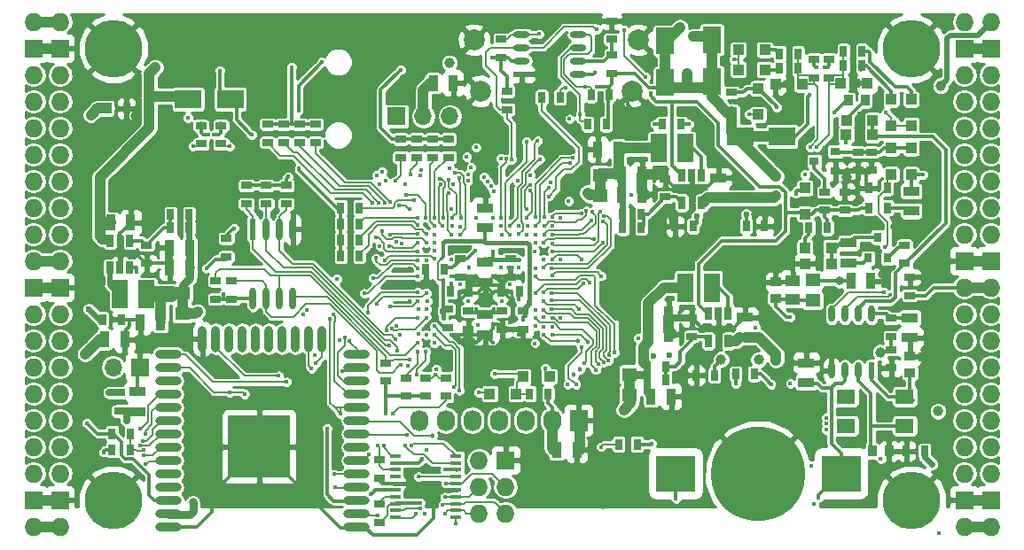
<source format=gbl>
G04 #@! TF.GenerationSoftware,KiCad,Pcbnew,5.0.0-rc3+dfsg1-2*
G04 #@! TF.CreationDate,2018-07-18T14:57:21+02:00*
G04 #@! TF.ProjectId,ulx3s,756C7833732E6B696361645F70636200,rev?*
G04 #@! TF.SameCoordinates,Original*
G04 #@! TF.FileFunction,Copper,L4,Bot,Signal*
G04 #@! TF.FilePolarity,Positive*
%FSLAX46Y46*%
G04 Gerber Fmt 4.6, Leading zero omitted, Abs format (unit mm)*
G04 Created by KiCad (PCBNEW 5.0.0-rc3+dfsg1-2) date Wed Jul 18 14:57:21 2018*
%MOMM*%
%LPD*%
G01*
G04 APERTURE LIST*
G04 #@! TA.AperFunction,EtchedComponent*
%ADD10C,1.000000*%
G04 #@! TD*
G04 #@! TA.AperFunction,ComponentPad*
%ADD11C,2.000000*%
G04 #@! TD*
G04 #@! TA.AperFunction,SMDPad,CuDef*
%ADD12O,2.500000X0.900000*%
G04 #@! TD*
G04 #@! TA.AperFunction,SMDPad,CuDef*
%ADD13O,0.900000X2.500000*%
G04 #@! TD*
G04 #@! TA.AperFunction,SMDPad,CuDef*
%ADD14R,6.000000X6.000000*%
G04 #@! TD*
G04 #@! TA.AperFunction,SMDPad,CuDef*
%ADD15R,0.670000X1.000000*%
G04 #@! TD*
G04 #@! TA.AperFunction,SMDPad,CuDef*
%ADD16R,1.400000X1.295000*%
G04 #@! TD*
G04 #@! TA.AperFunction,SMDPad,CuDef*
%ADD17R,2.500000X1.800000*%
G04 #@! TD*
G04 #@! TA.AperFunction,SMDPad,CuDef*
%ADD18R,1.800000X2.500000*%
G04 #@! TD*
G04 #@! TA.AperFunction,SMDPad,CuDef*
%ADD19R,3.700000X3.500000*%
G04 #@! TD*
G04 #@! TA.AperFunction,BGAPad,CuDef*
%ADD20C,9.000000*%
G04 #@! TD*
G04 #@! TA.AperFunction,SMDPad,CuDef*
%ADD21R,1.550000X0.600000*%
G04 #@! TD*
G04 #@! TA.AperFunction,SMDPad,CuDef*
%ADD22O,1.550000X0.600000*%
G04 #@! TD*
G04 #@! TA.AperFunction,SMDPad,CuDef*
%ADD23R,0.600000X2.100000*%
G04 #@! TD*
G04 #@! TA.AperFunction,SMDPad,CuDef*
%ADD24O,0.600000X2.100000*%
G04 #@! TD*
G04 #@! TA.AperFunction,SMDPad,CuDef*
%ADD25R,0.600000X1.550000*%
G04 #@! TD*
G04 #@! TA.AperFunction,SMDPad,CuDef*
%ADD26O,0.600000X1.550000*%
G04 #@! TD*
G04 #@! TA.AperFunction,SMDPad,CuDef*
%ADD27R,1.000000X0.400000*%
G04 #@! TD*
G04 #@! TA.AperFunction,SMDPad,CuDef*
%ADD28R,0.700000X1.200000*%
G04 #@! TD*
G04 #@! TA.AperFunction,ComponentPad*
%ADD29O,1.727200X1.727200*%
G04 #@! TD*
G04 #@! TA.AperFunction,ComponentPad*
%ADD30R,1.727200X1.727200*%
G04 #@! TD*
G04 #@! TA.AperFunction,ComponentPad*
%ADD31C,5.500000*%
G04 #@! TD*
G04 #@! TA.AperFunction,ComponentPad*
%ADD32R,1.727200X2.032000*%
G04 #@! TD*
G04 #@! TA.AperFunction,ComponentPad*
%ADD33O,1.727200X2.032000*%
G04 #@! TD*
G04 #@! TA.AperFunction,SMDPad,CuDef*
%ADD34R,1.800000X1.400000*%
G04 #@! TD*
G04 #@! TA.AperFunction,SMDPad,CuDef*
%ADD35R,0.970000X1.500000*%
G04 #@! TD*
G04 #@! TA.AperFunction,SMDPad,CuDef*
%ADD36R,1.500000X0.970000*%
G04 #@! TD*
G04 #@! TA.AperFunction,SMDPad,CuDef*
%ADD37R,1.000000X0.670000*%
G04 #@! TD*
G04 #@! TA.AperFunction,SMDPad,CuDef*
%ADD38R,1.000000X1.000000*%
G04 #@! TD*
G04 #@! TA.AperFunction,BGAPad,CuDef*
%ADD39C,0.300000*%
G04 #@! TD*
G04 #@! TA.AperFunction,ComponentPad*
%ADD40R,1.700000X1.700000*%
G04 #@! TD*
G04 #@! TA.AperFunction,ComponentPad*
%ADD41O,1.700000X1.700000*%
G04 #@! TD*
G04 #@! TA.AperFunction,SMDPad,CuDef*
%ADD42R,1.500000X2.700000*%
G04 #@! TD*
G04 #@! TA.AperFunction,SMDPad,CuDef*
%ADD43R,0.800000X0.900000*%
G04 #@! TD*
G04 #@! TA.AperFunction,SMDPad,CuDef*
%ADD44R,0.900000X0.800000*%
G04 #@! TD*
G04 #@! TA.AperFunction,SMDPad,CuDef*
%ADD45R,0.820000X1.000000*%
G04 #@! TD*
G04 #@! TA.AperFunction,SMDPad,CuDef*
%ADD46R,1.000000X0.820000*%
G04 #@! TD*
G04 #@! TA.AperFunction,SMDPad,CuDef*
%ADD47R,1.400000X1.120000*%
G04 #@! TD*
G04 #@! TA.AperFunction,ViaPad*
%ADD48C,0.400000*%
G04 #@! TD*
G04 #@! TA.AperFunction,ViaPad*
%ADD49C,2.000000*%
G04 #@! TD*
G04 #@! TA.AperFunction,ViaPad*
%ADD50C,0.454000*%
G04 #@! TD*
G04 #@! TA.AperFunction,ViaPad*
%ADD51C,0.600000*%
G04 #@! TD*
G04 #@! TA.AperFunction,ViaPad*
%ADD52C,1.000000*%
G04 #@! TD*
G04 #@! TA.AperFunction,ViaPad*
%ADD53C,0.800000*%
G04 #@! TD*
G04 #@! TA.AperFunction,ViaPad*
%ADD54C,0.700000*%
G04 #@! TD*
G04 #@! TA.AperFunction,Conductor*
%ADD55C,0.300000*%
G04 #@! TD*
G04 #@! TA.AperFunction,Conductor*
%ADD56C,0.500000*%
G04 #@! TD*
G04 #@! TA.AperFunction,Conductor*
%ADD57C,1.000000*%
G04 #@! TD*
G04 #@! TA.AperFunction,Conductor*
%ADD58C,0.700000*%
G04 #@! TD*
G04 #@! TA.AperFunction,Conductor*
%ADD59C,0.400000*%
G04 #@! TD*
G04 #@! TA.AperFunction,Conductor*
%ADD60C,0.800000*%
G04 #@! TD*
G04 #@! TA.AperFunction,Conductor*
%ADD61C,0.600000*%
G04 #@! TD*
G04 #@! TA.AperFunction,Conductor*
%ADD62C,0.190000*%
G04 #@! TD*
G04 #@! TA.AperFunction,Conductor*
%ADD63C,0.200000*%
G04 #@! TD*
G04 #@! TA.AperFunction,Conductor*
%ADD64C,1.500000*%
G04 #@! TD*
G04 #@! TA.AperFunction,Conductor*
%ADD65C,0.127000*%
G04 #@! TD*
G04 #@! TA.AperFunction,Conductor*
%ADD66C,0.180000*%
G04 #@! TD*
G04 #@! TA.AperFunction,Conductor*
%ADD67C,0.254000*%
G04 #@! TD*
G04 APERTURE END LIST*
D10*
G04 #@! TO.C,RP3*
X149472000Y-77311000D02*
X149472000Y-79311000D01*
G04 #@! TO.C,RP2*
X109609000Y-88632000D02*
X109609000Y-90632000D01*
G04 #@! TO.C,RP1*
X152281000Y-96361000D02*
X152281000Y-98361000D01*
G04 #@! TO.C,RD9*
X166854000Y-73630000D02*
X162854000Y-73630000D01*
G04 #@! TO.C,RD52*
X160155000Y-64391000D02*
X160155000Y-68391000D01*
G04 #@! TO.C,RD51*
X155710000Y-68518000D02*
X155710000Y-64518000D01*
G04 #@! TD*
D11*
G04 #@! TO.P,GPDI1,0*
G04 #@! TO.N,GND*
X152546000Y-69312000D03*
X138046000Y-69312000D03*
X153146000Y-64412000D03*
X137446000Y-64412000D03*
G04 #@! TD*
D12*
G04 #@! TO.P,U9,38*
G04 #@! TO.N,GND*
X126230000Y-111000000D03*
G04 #@! TO.P,U9,37*
G04 #@! TO.N,JTAG_TDI*
X126230000Y-109730000D03*
G04 #@! TO.P,U9,36*
G04 #@! TO.N,PROG_DONE*
X126230000Y-108460000D03*
G04 #@! TO.P,U9,35*
G04 #@! TO.N,WIFI_TXD*
X126230000Y-107190000D03*
G04 #@! TO.P,U9,34*
G04 #@! TO.N,WIFI_RXD*
X126230000Y-105920000D03*
G04 #@! TO.P,U9,33*
G04 #@! TO.N,JTAG_TMS*
X126230000Y-104650000D03*
G04 #@! TO.P,U9,32*
G04 #@! TO.N,Net-(U9-Pad32)*
X126230000Y-103380000D03*
G04 #@! TO.P,U9,31*
G04 #@! TO.N,JTAG_TDO*
X126230000Y-102110000D03*
G04 #@! TO.P,U9,30*
G04 #@! TO.N,JTAG_TCK*
X126230000Y-100840000D03*
G04 #@! TO.P,U9,29*
G04 #@! TO.N,WIFI_GPIO5*
X126230000Y-99570000D03*
G04 #@! TO.P,U9,28*
G04 #@! TO.N,WIFI_GPIO17*
X126230000Y-98300000D03*
G04 #@! TO.P,U9,27*
G04 #@! TO.N,WIFI_GPIO16*
X126230000Y-97030000D03*
G04 #@! TO.P,U9,26*
G04 #@! TO.N,SD_D1*
X126230000Y-95760000D03*
G04 #@! TO.P,U9,25*
G04 #@! TO.N,WIFI_GPIO0*
X126230000Y-94490000D03*
D13*
G04 #@! TO.P,U9,24*
G04 #@! TO.N,SD_D0*
X122945000Y-93000000D03*
G04 #@! TO.P,U9,23*
G04 #@! TO.N,SD_CMD*
X121675000Y-93000000D03*
G04 #@! TO.P,U9,22*
G04 #@! TO.N,Net-(U9-Pad22)*
X120405000Y-93000000D03*
G04 #@! TO.P,U9,21*
G04 #@! TO.N,Net-(U9-Pad21)*
X119135000Y-93000000D03*
G04 #@! TO.P,U9,20*
G04 #@! TO.N,Net-(U9-Pad20)*
X117865000Y-93000000D03*
G04 #@! TO.P,U9,19*
G04 #@! TO.N,Net-(U9-Pad19)*
X116595000Y-93000000D03*
G04 #@! TO.P,U9,18*
G04 #@! TO.N,Net-(U9-Pad18)*
X115325000Y-93000000D03*
G04 #@! TO.P,U9,17*
G04 #@! TO.N,Net-(U9-Pad17)*
X114055000Y-93000000D03*
G04 #@! TO.P,U9,16*
G04 #@! TO.N,SD_D3*
X112785000Y-93000000D03*
G04 #@! TO.P,U9,15*
G04 #@! TO.N,GND*
X111515000Y-93000000D03*
D12*
G04 #@! TO.P,U9,14*
G04 #@! TO.N,SD_D2*
X108230000Y-94490000D03*
G04 #@! TO.P,U9,13*
G04 #@! TO.N,SD_CLK*
X108230000Y-95760000D03*
G04 #@! TO.P,U9,12*
G04 #@! TO.N,Net-(U9-Pad12)*
X108230000Y-97030000D03*
G04 #@! TO.P,U9,11*
G04 #@! TO.N,GN11*
X108230000Y-98300000D03*
G04 #@! TO.P,U9,10*
G04 #@! TO.N,GP11*
X108230000Y-99570000D03*
G04 #@! TO.P,U9,9*
G04 #@! TO.N,GN12*
X108230000Y-100840000D03*
G04 #@! TO.P,U9,8*
G04 #@! TO.N,GP12*
X108230000Y-102110000D03*
G04 #@! TO.P,U9,7*
G04 #@! TO.N,GN13*
X108230000Y-103380000D03*
G04 #@! TO.P,U9,6*
G04 #@! TO.N,GP13*
X108230000Y-104650000D03*
G04 #@! TO.P,U9,5*
G04 #@! TO.N,Net-(U9-Pad5)*
X108230000Y-105920000D03*
G04 #@! TO.P,U9,4*
G04 #@! TO.N,Net-(U9-Pad4)*
X108230000Y-107190000D03*
G04 #@! TO.P,U9,3*
G04 #@! TO.N,/wifi/WIFIEN*
X108230000Y-108460000D03*
G04 #@! TO.P,U9,2*
G04 #@! TO.N,+3V3*
X108230000Y-109730000D03*
G04 #@! TO.P,U9,1*
G04 #@! TO.N,GND*
X108230000Y-111000000D03*
D14*
G04 #@! TO.P,U9,39*
X116930000Y-103300000D03*
G04 #@! TD*
D15*
G04 #@! TO.P,C49,2*
G04 #@! TO.N,GND*
X103738000Y-91156000D03*
G04 #@! TO.P,C49,1*
G04 #@! TO.N,2V5_3V3*
X101988000Y-91156000D03*
G04 #@! TD*
D16*
G04 #@! TO.P,RP3,2*
G04 #@! TO.N,+3V3*
X149472000Y-79278500D03*
G04 #@! TO.P,RP3,1*
G04 #@! TO.N,/power/P3V3*
X149472000Y-77343500D03*
G04 #@! TD*
G04 #@! TO.P,RP2,2*
G04 #@! TO.N,+2V5*
X109609000Y-90599500D03*
G04 #@! TO.P,RP2,1*
G04 #@! TO.N,/power/P2V5*
X109609000Y-88664500D03*
G04 #@! TD*
G04 #@! TO.P,RP1,2*
G04 #@! TO.N,+1V1*
X152281000Y-98328500D03*
G04 #@! TO.P,RP1,1*
G04 #@! TO.N,/power/P1V1*
X152281000Y-96393500D03*
G04 #@! TD*
D17*
G04 #@! TO.P,RD9,2*
G04 #@! TO.N,+5V*
X162854000Y-73630000D03*
G04 #@! TO.P,RD9,1*
G04 #@! TO.N,/usb/US2VBUS*
X166854000Y-73630000D03*
G04 #@! TD*
D18*
G04 #@! TO.P,RD52,2*
G04 #@! TO.N,+5V*
X160155000Y-68391000D03*
G04 #@! TO.P,RD52,1*
G04 #@! TO.N,/gpio/OUT5V*
X160155000Y-64391000D03*
G04 #@! TD*
G04 #@! TO.P,RD51,2*
G04 #@! TO.N,/gpio/IN5V*
X155710000Y-64518000D03*
G04 #@! TO.P,RD51,1*
G04 #@! TO.N,+5V*
X155710000Y-68518000D03*
G04 #@! TD*
D19*
G04 #@! TO.P,BAT1,1*
G04 #@! TO.N,/power/VBAT*
X172485000Y-105870000D03*
X156685000Y-105870000D03*
D20*
G04 #@! TO.P,BAT1,2*
G04 #@! TO.N,GND*
X164585000Y-105870000D03*
G04 #@! TD*
D21*
G04 #@! TO.P,U11,1*
G04 #@! TO.N,GND*
X141980000Y-67706500D03*
D22*
G04 #@! TO.P,U11,2*
G04 #@! TO.N,+2V5*
X141980000Y-66436500D03*
G04 #@! TO.P,U11,3*
G04 #@! TO.N,FPDI_SCL*
X141980000Y-65166500D03*
G04 #@! TO.P,U11,4*
G04 #@! TO.N,FPDI_SDA*
X141980000Y-63896500D03*
G04 #@! TO.P,U11,5*
G04 #@! TO.N,GPDI_SDA*
X147380000Y-63896500D03*
G04 #@! TO.P,U11,6*
G04 #@! TO.N,GPDI_SCL*
X147380000Y-65166500D03*
G04 #@! TO.P,U11,7*
G04 #@! TO.N,/gpdi/VREF2*
X147380000Y-66436500D03*
G04 #@! TO.P,U11,8*
G04 #@! TO.N,+3V3*
X147380000Y-67706500D03*
G04 #@! TD*
D23*
G04 #@! TO.P,U10,1*
G04 #@! TO.N,/flash/FLASH_nCS*
X116340000Y-82520000D03*
D24*
G04 #@! TO.P,U10,2*
G04 #@! TO.N,/flash/FLASH_MISO*
X117610000Y-82520000D03*
G04 #@! TO.P,U10,3*
G04 #@! TO.N,/flash/FLASH_nWP*
X118880000Y-82520000D03*
G04 #@! TO.P,U10,4*
G04 #@! TO.N,GND*
X120150000Y-82520000D03*
G04 #@! TO.P,U10,5*
G04 #@! TO.N,/flash/FLASH_MOSI*
X120150000Y-89124000D03*
G04 #@! TO.P,U10,6*
G04 #@! TO.N,/flash/FLASH_SCK*
X118880000Y-89124000D03*
G04 #@! TO.P,U10,7*
G04 #@! TO.N,/flash/FLASH_nHOLD*
X117610000Y-89124000D03*
G04 #@! TO.P,U10,8*
G04 #@! TO.N,+3V3*
X116340000Y-89124000D03*
G04 #@! TD*
D25*
G04 #@! TO.P,U7,1*
G04 #@! TO.N,/power/OSCI_32k*
X175395000Y-96015000D03*
D26*
G04 #@! TO.P,U7,2*
G04 #@! TO.N,/power/OSCO_32k*
X174125000Y-96015000D03*
G04 #@! TO.P,U7,3*
G04 #@! TO.N,/power/VBAT*
X172855000Y-96015000D03*
G04 #@! TO.P,U7,4*
G04 #@! TO.N,GND*
X171585000Y-96015000D03*
G04 #@! TO.P,U7,5*
G04 #@! TO.N,FPDI_SDA*
X171585000Y-90615000D03*
G04 #@! TO.P,U7,6*
G04 #@! TO.N,FPDI_SCL*
X172855000Y-90615000D03*
G04 #@! TO.P,U7,7*
G04 #@! TO.N,/power/WAKEUPn*
X174125000Y-90615000D03*
G04 #@! TO.P,U7,8*
G04 #@! TO.N,/power/RTCVDD*
X175395000Y-90615000D03*
G04 #@! TD*
D27*
G04 #@! TO.P,U6,20*
G04 #@! TO.N,FTDI_TXD*
X129935000Y-104215000D03*
G04 #@! TO.P,U6,19*
G04 #@! TO.N,FTDI_nSLEEP*
X129935000Y-104865000D03*
G04 #@! TO.P,U6,18*
G04 #@! TO.N,FTDI_TXDEN*
X129935000Y-105515000D03*
G04 #@! TO.P,U6,17*
G04 #@! TO.N,FTDI_nRXLED*
X129935000Y-106165000D03*
G04 #@! TO.P,U6,16*
G04 #@! TO.N,GND*
X129935000Y-106815000D03*
G04 #@! TO.P,U6,15*
G04 #@! TO.N,USB5V*
X129935000Y-107465000D03*
G04 #@! TO.P,U6,14*
G04 #@! TO.N,nRESET*
X129935000Y-108115000D03*
G04 #@! TO.P,U6,13*
G04 #@! TO.N,FT2V5*
X129935000Y-108765000D03*
G04 #@! TO.P,U6,12*
G04 #@! TO.N,USB_FTDI_D-*
X129935000Y-109415000D03*
G04 #@! TO.P,U6,11*
G04 #@! TO.N,USB_FTDI_D+*
X129935000Y-110065000D03*
G04 #@! TO.P,U6,10*
G04 #@! TO.N,FTDI_nTXLED*
X135735000Y-110065000D03*
G04 #@! TO.P,U6,9*
G04 #@! TO.N,JTAG_TDO*
X135735000Y-109415000D03*
G04 #@! TO.P,U6,8*
G04 #@! TO.N,JTAG_TMS*
X135735000Y-108765000D03*
G04 #@! TO.P,U6,7*
G04 #@! TO.N,JTAG_TCK*
X135735000Y-108115000D03*
G04 #@! TO.P,U6,6*
G04 #@! TO.N,GND*
X135735000Y-107465000D03*
G04 #@! TO.P,U6,5*
G04 #@! TO.N,JTAG_TDI*
X135735000Y-106815000D03*
G04 #@! TO.P,U6,4*
G04 #@! TO.N,FTDI_RXD*
X135735000Y-106165000D03*
G04 #@! TO.P,U6,3*
G04 #@! TO.N,FT2V5*
X135735000Y-105515000D03*
G04 #@! TO.P,U6,2*
G04 #@! TO.N,FTDI_nRTS*
X135735000Y-104865000D03*
G04 #@! TO.P,U6,1*
G04 #@! TO.N,FTDI_nDTR*
X135735000Y-104215000D03*
G04 #@! TD*
D28*
G04 #@! TO.P,U5,1*
G04 #@! TO.N,/power/PWREN*
X157285000Y-77392000D03*
G04 #@! TO.P,U5,2*
G04 #@! TO.N,GND*
X158235000Y-77392000D03*
G04 #@! TO.P,U5,3*
G04 #@! TO.N,/power/L3*
X159185000Y-77392000D03*
G04 #@! TO.P,U5,4*
G04 #@! TO.N,+5V*
X159185000Y-79992000D03*
G04 #@! TO.P,U5,5*
G04 #@! TO.N,/power/FB3*
X157285000Y-79992000D03*
G04 #@! TD*
G04 #@! TO.P,U3,1*
G04 #@! TO.N,/power/PWREN*
X159825000Y-90600000D03*
G04 #@! TO.P,U3,2*
G04 #@! TO.N,GND*
X160775000Y-90600000D03*
G04 #@! TO.P,U3,3*
G04 #@! TO.N,/power/L1*
X161725000Y-90600000D03*
G04 #@! TO.P,U3,4*
G04 #@! TO.N,+5V*
X161725000Y-93200000D03*
G04 #@! TO.P,U3,5*
G04 #@! TO.N,/power/FB1*
X159825000Y-93200000D03*
G04 #@! TD*
G04 #@! TO.P,U4,1*
G04 #@! TO.N,/power/PWREN*
X104575000Y-86215000D03*
G04 #@! TO.P,U4,2*
G04 #@! TO.N,GND*
X103625000Y-86215000D03*
G04 #@! TO.P,U4,3*
G04 #@! TO.N,/power/L2*
X102675000Y-86215000D03*
G04 #@! TO.P,U4,4*
G04 #@! TO.N,+5V*
X102675000Y-83615000D03*
G04 #@! TO.P,U4,5*
G04 #@! TO.N,/power/FB2*
X104575000Y-83615000D03*
G04 #@! TD*
D29*
G04 #@! TO.P,J1,1*
G04 #@! TO.N,2V5_3V3*
X97910000Y-62690000D03*
G04 #@! TO.P,J1,2*
X95370000Y-62690000D03*
D30*
G04 #@! TO.P,J1,3*
G04 #@! TO.N,GND*
X97910000Y-65230000D03*
G04 #@! TO.P,J1,4*
X95370000Y-65230000D03*
D29*
G04 #@! TO.P,J1,5*
G04 #@! TO.N,GN0*
X97910000Y-67770000D03*
G04 #@! TO.P,J1,6*
G04 #@! TO.N,GP0*
X95370000Y-67770000D03*
G04 #@! TO.P,J1,7*
G04 #@! TO.N,GN1*
X97910000Y-70310000D03*
G04 #@! TO.P,J1,8*
G04 #@! TO.N,GP1*
X95370000Y-70310000D03*
G04 #@! TO.P,J1,9*
G04 #@! TO.N,GN2*
X97910000Y-72850000D03*
G04 #@! TO.P,J1,10*
G04 #@! TO.N,GP2*
X95370000Y-72850000D03*
G04 #@! TO.P,J1,11*
G04 #@! TO.N,GN3*
X97910000Y-75390000D03*
G04 #@! TO.P,J1,12*
G04 #@! TO.N,GP3*
X95370000Y-75390000D03*
G04 #@! TO.P,J1,13*
G04 #@! TO.N,GN4*
X97910000Y-77930000D03*
G04 #@! TO.P,J1,14*
G04 #@! TO.N,GP4*
X95370000Y-77930000D03*
G04 #@! TO.P,J1,15*
G04 #@! TO.N,GN5*
X97910000Y-80470000D03*
G04 #@! TO.P,J1,16*
G04 #@! TO.N,GP5*
X95370000Y-80470000D03*
G04 #@! TO.P,J1,17*
G04 #@! TO.N,GN6*
X97910000Y-83010000D03*
G04 #@! TO.P,J1,18*
G04 #@! TO.N,GP6*
X95370000Y-83010000D03*
G04 #@! TO.P,J1,19*
G04 #@! TO.N,2V5_3V3*
X97910000Y-85550000D03*
G04 #@! TO.P,J1,20*
X95370000Y-85550000D03*
D30*
G04 #@! TO.P,J1,21*
G04 #@! TO.N,GND*
X97910000Y-88090000D03*
G04 #@! TO.P,J1,22*
X95370000Y-88090000D03*
D29*
G04 #@! TO.P,J1,23*
G04 #@! TO.N,GN7*
X97910000Y-90630000D03*
G04 #@! TO.P,J1,24*
G04 #@! TO.N,GP7*
X95370000Y-90630000D03*
G04 #@! TO.P,J1,25*
G04 #@! TO.N,GN8*
X97910000Y-93170000D03*
G04 #@! TO.P,J1,26*
G04 #@! TO.N,GP8*
X95370000Y-93170000D03*
G04 #@! TO.P,J1,27*
G04 #@! TO.N,GN9*
X97910000Y-95710000D03*
G04 #@! TO.P,J1,28*
G04 #@! TO.N,GP9*
X95370000Y-95710000D03*
G04 #@! TO.P,J1,29*
G04 #@! TO.N,GN10*
X97910000Y-98250000D03*
G04 #@! TO.P,J1,30*
G04 #@! TO.N,GP10*
X95370000Y-98250000D03*
G04 #@! TO.P,J1,31*
G04 #@! TO.N,GN11*
X97910000Y-100790000D03*
G04 #@! TO.P,J1,32*
G04 #@! TO.N,GP11*
X95370000Y-100790000D03*
G04 #@! TO.P,J1,33*
G04 #@! TO.N,GN12*
X97910000Y-103330000D03*
G04 #@! TO.P,J1,34*
G04 #@! TO.N,GP12*
X95370000Y-103330000D03*
G04 #@! TO.P,J1,35*
G04 #@! TO.N,GN13*
X97910000Y-105870000D03*
G04 #@! TO.P,J1,36*
G04 #@! TO.N,GP13*
X95370000Y-105870000D03*
D30*
G04 #@! TO.P,J1,37*
G04 #@! TO.N,GND*
X97910000Y-108410000D03*
G04 #@! TO.P,J1,38*
X95370000Y-108410000D03*
D29*
G04 #@! TO.P,J1,39*
G04 #@! TO.N,2V5_3V3*
X97910000Y-110950000D03*
G04 #@! TO.P,J1,40*
X95370000Y-110950000D03*
G04 #@! TD*
G04 #@! TO.P,J2,1*
G04 #@! TO.N,+3V3*
X184270000Y-110950000D03*
G04 #@! TO.P,J2,2*
X186810000Y-110950000D03*
D30*
G04 #@! TO.P,J2,3*
G04 #@! TO.N,GND*
X184270000Y-108410000D03*
G04 #@! TO.P,J2,4*
X186810000Y-108410000D03*
D29*
G04 #@! TO.P,J2,5*
G04 #@! TO.N,GN14*
X184270000Y-105870000D03*
G04 #@! TO.P,J2,6*
G04 #@! TO.N,GP14*
X186810000Y-105870000D03*
G04 #@! TO.P,J2,7*
G04 #@! TO.N,GN15*
X184270000Y-103330000D03*
G04 #@! TO.P,J2,8*
G04 #@! TO.N,GP15*
X186810000Y-103330000D03*
G04 #@! TO.P,J2,9*
G04 #@! TO.N,GN16*
X184270000Y-100790000D03*
G04 #@! TO.P,J2,10*
G04 #@! TO.N,GP16*
X186810000Y-100790000D03*
G04 #@! TO.P,J2,11*
G04 #@! TO.N,GN17*
X184270000Y-98250000D03*
G04 #@! TO.P,J2,12*
G04 #@! TO.N,GP17*
X186810000Y-98250000D03*
G04 #@! TO.P,J2,13*
G04 #@! TO.N,GN18*
X184270000Y-95710000D03*
G04 #@! TO.P,J2,14*
G04 #@! TO.N,GP18*
X186810000Y-95710000D03*
G04 #@! TO.P,J2,15*
G04 #@! TO.N,GN19*
X184270000Y-93170000D03*
G04 #@! TO.P,J2,16*
G04 #@! TO.N,GP19*
X186810000Y-93170000D03*
G04 #@! TO.P,J2,17*
G04 #@! TO.N,GN20*
X184270000Y-90630000D03*
G04 #@! TO.P,J2,18*
G04 #@! TO.N,GP20*
X186810000Y-90630000D03*
G04 #@! TO.P,J2,19*
G04 #@! TO.N,+3V3*
X184270000Y-88090000D03*
G04 #@! TO.P,J2,20*
X186810000Y-88090000D03*
D30*
G04 #@! TO.P,J2,21*
G04 #@! TO.N,GND*
X184270000Y-85550000D03*
G04 #@! TO.P,J2,22*
X186810000Y-85550000D03*
D29*
G04 #@! TO.P,J2,23*
G04 #@! TO.N,GN21*
X184270000Y-83010000D03*
G04 #@! TO.P,J2,24*
G04 #@! TO.N,GP21*
X186810000Y-83010000D03*
G04 #@! TO.P,J2,25*
G04 #@! TO.N,GN22*
X184270000Y-80470000D03*
G04 #@! TO.P,J2,26*
G04 #@! TO.N,GP22*
X186810000Y-80470000D03*
G04 #@! TO.P,J2,27*
G04 #@! TO.N,GN23*
X184270000Y-77930000D03*
G04 #@! TO.P,J2,28*
G04 #@! TO.N,GP23*
X186810000Y-77930000D03*
G04 #@! TO.P,J2,29*
G04 #@! TO.N,GN24*
X184270000Y-75390000D03*
G04 #@! TO.P,J2,30*
G04 #@! TO.N,GP24*
X186810000Y-75390000D03*
G04 #@! TO.P,J2,31*
G04 #@! TO.N,GN25*
X184270000Y-72850000D03*
G04 #@! TO.P,J2,32*
G04 #@! TO.N,GP25*
X186810000Y-72850000D03*
G04 #@! TO.P,J2,33*
G04 #@! TO.N,GN26*
X184270000Y-70310000D03*
G04 #@! TO.P,J2,34*
G04 #@! TO.N,GP26*
X186810000Y-70310000D03*
G04 #@! TO.P,J2,35*
G04 #@! TO.N,GN27*
X184270000Y-67770000D03*
G04 #@! TO.P,J2,36*
G04 #@! TO.N,GP27*
X186810000Y-67770000D03*
D30*
G04 #@! TO.P,J2,37*
G04 #@! TO.N,GND*
X184270000Y-65230000D03*
G04 #@! TO.P,J2,38*
X186810000Y-65230000D03*
D29*
G04 #@! TO.P,J2,39*
G04 #@! TO.N,/gpio/IN5V*
X184270000Y-62690000D03*
G04 #@! TO.P,J2,40*
G04 #@! TO.N,/gpio/OUT5V*
X186810000Y-62690000D03*
G04 #@! TD*
D31*
G04 #@! TO.P,H1,1*
G04 #@! TO.N,GND*
X102990000Y-108410000D03*
G04 #@! TD*
G04 #@! TO.P,H2,1*
G04 #@! TO.N,GND*
X179190000Y-108410000D03*
G04 #@! TD*
G04 #@! TO.P,H3,1*
G04 #@! TO.N,GND*
X179190000Y-65230000D03*
G04 #@! TD*
G04 #@! TO.P,H4,1*
G04 #@! TO.N,GND*
X102990000Y-65230000D03*
G04 #@! TD*
D30*
G04 #@! TO.P,J4,1*
G04 #@! TO.N,GND*
X140455000Y-104600000D03*
D29*
G04 #@! TO.P,J4,2*
G04 #@! TO.N,+3V3*
X137915000Y-104600000D03*
G04 #@! TO.P,J4,3*
G04 #@! TO.N,JTAG_TDI*
X140455000Y-107140000D03*
G04 #@! TO.P,J4,4*
G04 #@! TO.N,JTAG_TCK*
X137915000Y-107140000D03*
G04 #@! TO.P,J4,5*
G04 #@! TO.N,JTAG_TMS*
X140455000Y-109680000D03*
G04 #@! TO.P,J4,6*
G04 #@! TO.N,JTAG_TDO*
X137915000Y-109680000D03*
G04 #@! TD*
D32*
G04 #@! TO.P,OLED1,1*
G04 #@! TO.N,GND*
X147440000Y-100790000D03*
D33*
G04 #@! TO.P,OLED1,2*
G04 #@! TO.N,+3V3*
X144900000Y-100790000D03*
G04 #@! TO.P,OLED1,3*
G04 #@! TO.N,OLED_CLK*
X142360000Y-100790000D03*
G04 #@! TO.P,OLED1,4*
G04 #@! TO.N,OLED_MOSI*
X139820000Y-100790000D03*
G04 #@! TO.P,OLED1,5*
G04 #@! TO.N,OLED_RES*
X137280000Y-100790000D03*
G04 #@! TO.P,OLED1,6*
G04 #@! TO.N,OLED_DC*
X134740000Y-100790000D03*
G04 #@! TO.P,OLED1,7*
G04 #@! TO.N,OLED_CS*
X132200000Y-100790000D03*
G04 #@! TD*
D34*
G04 #@! TO.P,Y2,4*
G04 #@! TO.N,/power/OSCI_32k*
X178576000Y-98522000D03*
G04 #@! TO.P,Y2,3*
G04 #@! TO.N,Net-(Y2-Pad3)*
X172976000Y-98522000D03*
G04 #@! TO.P,Y2,2*
G04 #@! TO.N,Net-(Y2-Pad2)*
X172976000Y-101322000D03*
G04 #@! TO.P,Y2,1*
G04 #@! TO.N,/power/OSCO_32k*
X178576000Y-101322000D03*
G04 #@! TD*
D35*
G04 #@! TO.P,C47,1*
G04 #@! TO.N,2V5_3V3*
X133546000Y-68550000D03*
G04 #@! TO.P,C47,2*
G04 #@! TO.N,GND*
X135456000Y-68550000D03*
G04 #@! TD*
G04 #@! TO.P,C1,1*
G04 #@! TO.N,+5V*
X102748500Y-81885000D03*
G04 #@! TO.P,C1,2*
G04 #@! TO.N,GND*
X104658500Y-81885000D03*
G04 #@! TD*
D15*
G04 #@! TO.P,C2,1*
G04 #@! TO.N,/power/P1V1*
X153985000Y-96910000D03*
G04 #@! TO.P,C2,2*
G04 #@! TO.N,/power/FB1*
X155735000Y-96910000D03*
G04 #@! TD*
D35*
G04 #@! TO.P,C3,2*
G04 #@! TO.N,GND*
X156015000Y-90630000D03*
G04 #@! TO.P,C3,1*
G04 #@! TO.N,/power/P1V1*
X154105000Y-90630000D03*
G04 #@! TD*
G04 #@! TO.P,C4,1*
G04 #@! TO.N,/power/P1V1*
X154105000Y-92535000D03*
G04 #@! TO.P,C4,2*
G04 #@! TO.N,GND*
X156015000Y-92535000D03*
G04 #@! TD*
D36*
G04 #@! TO.P,C5,2*
G04 #@! TO.N,GND*
X163315000Y-90945000D03*
G04 #@! TO.P,C5,1*
G04 #@! TO.N,+5V*
X163315000Y-92855000D03*
G04 #@! TD*
D15*
G04 #@! TO.P,C6,1*
G04 #@! TO.N,/power/P3V3*
X151645000Y-82375000D03*
G04 #@! TO.P,C6,2*
G04 #@! TO.N,/power/FB3*
X153395000Y-82375000D03*
G04 #@! TD*
D35*
G04 #@! TO.P,C7,2*
G04 #@! TO.N,GND*
X153475000Y-79200000D03*
G04 #@! TO.P,C7,1*
G04 #@! TO.N,/power/P3V3*
X151565000Y-79200000D03*
G04 #@! TD*
G04 #@! TO.P,C8,2*
G04 #@! TO.N,GND*
X153475000Y-77295000D03*
G04 #@! TO.P,C8,1*
G04 #@! TO.N,/power/P3V3*
X151565000Y-77295000D03*
G04 #@! TD*
D36*
G04 #@! TO.P,C9,1*
G04 #@! TO.N,+5V*
X160775000Y-79520000D03*
G04 #@! TO.P,C9,2*
G04 #@! TO.N,GND*
X160775000Y-77610000D03*
G04 #@! TD*
D15*
G04 #@! TO.P,C10,2*
G04 #@! TO.N,/power/FB2*
X108465000Y-81105000D03*
G04 #@! TO.P,C10,1*
G04 #@! TO.N,/power/P2V5*
X110215000Y-81105000D03*
G04 #@! TD*
D35*
G04 #@! TO.P,C11,2*
G04 #@! TO.N,GND*
X108385000Y-84280000D03*
G04 #@! TO.P,C11,1*
G04 #@! TO.N,/power/P2V5*
X110295000Y-84280000D03*
G04 #@! TD*
G04 #@! TO.P,C12,1*
G04 #@! TO.N,/power/P2V5*
X110295000Y-86185000D03*
G04 #@! TO.P,C12,2*
G04 #@! TO.N,GND*
X108385000Y-86185000D03*
G04 #@! TD*
D36*
G04 #@! TO.P,C13,2*
G04 #@! TO.N,/power/WKUP*
X173221000Y-83833000D03*
G04 #@! TO.P,C13,1*
G04 #@! TO.N,+5V*
X173221000Y-85743000D03*
G04 #@! TD*
D37*
G04 #@! TO.P,C14,2*
G04 #@! TO.N,GND*
X175380000Y-76900000D03*
G04 #@! TO.P,C14,1*
G04 #@! TO.N,/power/SHUT*
X175380000Y-75150000D03*
G04 #@! TD*
D36*
G04 #@! TO.P,C15,1*
G04 #@! TO.N,/sdcard/SD3V3*
X105276000Y-99967000D03*
G04 #@! TO.P,C15,2*
G04 #@! TO.N,GND*
X105276000Y-98057000D03*
G04 #@! TD*
D35*
G04 #@! TO.P,C16,1*
G04 #@! TO.N,+3V3*
X173424000Y-87473000D03*
G04 #@! TO.P,C16,2*
G04 #@! TO.N,GND*
X175334000Y-87473000D03*
G04 #@! TD*
D36*
G04 #@! TO.P,C17,1*
G04 #@! TO.N,+1V1*
X138500000Y-90665000D03*
G04 #@! TO.P,C17,2*
G04 #@! TO.N,GND*
X138500000Y-92575000D03*
G04 #@! TD*
D37*
G04 #@! TO.P,C18,1*
G04 #@! TO.N,/gpdi/VREF2*
X150589600Y-64359000D03*
G04 #@! TO.P,C18,2*
G04 #@! TO.N,GND*
X150589600Y-62609000D03*
G04 #@! TD*
D36*
G04 #@! TO.P,C19,1*
G04 #@! TO.N,+2V5*
X138500000Y-82375000D03*
G04 #@! TO.P,C19,2*
G04 #@! TO.N,GND*
X138500000Y-80465000D03*
G04 #@! TD*
G04 #@! TO.P,C20,2*
G04 #@! TO.N,GND*
X138500000Y-87575000D03*
G04 #@! TO.P,C20,1*
G04 #@! TO.N,+3V3*
X138500000Y-85665000D03*
G04 #@! TD*
D35*
G04 #@! TO.P,C21,2*
G04 #@! TO.N,GND*
X104072000Y-93061000D03*
G04 #@! TO.P,C21,1*
G04 #@! TO.N,+3V3*
X102162000Y-93061000D03*
G04 #@! TD*
G04 #@! TO.P,C22,1*
G04 #@! TO.N,/power/P1V1*
X154359000Y-98504000D03*
G04 #@! TO.P,C22,2*
G04 #@! TO.N,GND*
X156269000Y-98504000D03*
G04 #@! TD*
G04 #@! TO.P,C23,2*
G04 #@! TO.N,GND*
X105591000Y-91392000D03*
G04 #@! TO.P,C23,1*
G04 #@! TO.N,/power/P2V5*
X107501000Y-91392000D03*
G04 #@! TD*
G04 #@! TO.P,C24,1*
G04 #@! TO.N,/power/P3V3*
X151189000Y-74882000D03*
G04 #@! TO.P,C24,2*
G04 #@! TO.N,GND*
X149279000Y-74882000D03*
G04 #@! TD*
D37*
G04 #@! TO.P,C25,2*
G04 #@! TO.N,GND*
X140900000Y-87095000D03*
G04 #@! TO.P,C25,1*
G04 #@! TO.N,+3V3*
X140900000Y-85345000D03*
G04 #@! TD*
G04 #@! TO.P,C26,2*
G04 #@! TO.N,GND*
X136100000Y-87095000D03*
G04 #@! TO.P,C26,1*
G04 #@! TO.N,2V5_3V3*
X136100000Y-85345000D03*
G04 #@! TD*
G04 #@! TO.P,C27,2*
G04 #@! TO.N,GND*
X136900000Y-92095000D03*
G04 #@! TO.P,C27,1*
G04 #@! TO.N,+1V1*
X136900000Y-90345000D03*
G04 #@! TD*
G04 #@! TO.P,C28,1*
G04 #@! TO.N,+1V1*
X140100000Y-90345000D03*
G04 #@! TO.P,C28,2*
G04 #@! TO.N,GND*
X140100000Y-92095000D03*
G04 #@! TD*
G04 #@! TO.P,C29,2*
G04 #@! TO.N,GND*
X142100000Y-92095000D03*
G04 #@! TO.P,C29,1*
G04 #@! TO.N,+2V5*
X142100000Y-90345000D03*
G04 #@! TD*
G04 #@! TO.P,C30,1*
G04 #@! TO.N,+2V5*
X134900000Y-90145000D03*
G04 #@! TO.P,C30,2*
G04 #@! TO.N,GND*
X134900000Y-91895000D03*
G04 #@! TD*
D15*
G04 #@! TO.P,C31,1*
G04 #@! TO.N,+3V3*
X135225000Y-88420000D03*
G04 #@! TO.P,C31,2*
G04 #@! TO.N,GND*
X136975000Y-88420000D03*
G04 #@! TD*
G04 #@! TO.P,C32,2*
G04 #@! TO.N,GND*
X140025000Y-88420000D03*
G04 #@! TO.P,C32,1*
G04 #@! TO.N,+3V3*
X141775000Y-88420000D03*
G04 #@! TD*
G04 #@! TO.P,C33,1*
G04 #@! TO.N,+3V3*
X163425000Y-82220000D03*
G04 #@! TO.P,C33,2*
G04 #@! TO.N,GND*
X165175000Y-82220000D03*
G04 #@! TD*
G04 #@! TO.P,C34,1*
G04 #@! TO.N,+3V3*
X158375000Y-82220000D03*
G04 #@! TO.P,C34,2*
G04 #@! TO.N,GND*
X156625000Y-82220000D03*
G04 #@! TD*
D37*
G04 #@! TO.P,C35,1*
G04 #@! TO.N,+3V3*
X177300000Y-94025000D03*
G04 #@! TO.P,C35,2*
G04 #@! TO.N,GND*
X177300000Y-95775000D03*
G04 #@! TD*
D35*
G04 #@! TO.P,C46,1*
G04 #@! TO.N,+3V3*
X145342000Y-103584000D03*
G04 #@! TO.P,C46,2*
G04 #@! TO.N,GND*
X147252000Y-103584000D03*
G04 #@! TD*
D15*
G04 #@! TO.P,C48,2*
G04 #@! TO.N,GND*
X104246000Y-70963000D03*
G04 #@! TO.P,C48,1*
G04 #@! TO.N,2V5_3V3*
X102496000Y-70963000D03*
G04 #@! TD*
D37*
G04 #@! TO.P,C50,1*
G04 #@! TO.N,+3V3*
X179063000Y-88856000D03*
G04 #@! TO.P,C50,2*
G04 #@! TO.N,GND*
X179063000Y-87106000D03*
G04 #@! TD*
D15*
G04 #@! TO.P,C51,1*
G04 #@! TO.N,+3V3*
X180473000Y-103711000D03*
G04 #@! TO.P,C51,2*
G04 #@! TO.N,GND*
X178723000Y-103711000D03*
G04 #@! TD*
G04 #@! TO.P,C52,2*
G04 #@! TO.N,GND*
X158645000Y-96490000D03*
G04 #@! TO.P,C52,1*
G04 #@! TO.N,+3V3*
X160395000Y-96490000D03*
G04 #@! TD*
G04 #@! TO.P,C53,2*
G04 #@! TO.N,GND*
X132827200Y-86330000D03*
G04 #@! TO.P,C53,1*
G04 #@! TO.N,2V5_3V3*
X134577200Y-86330000D03*
G04 #@! TD*
D36*
G04 #@! TO.P,C54,2*
G04 #@! TO.N,GND*
X169172000Y-95281000D03*
G04 #@! TO.P,C54,1*
G04 #@! TO.N,/power/VBAT*
X169172000Y-97191000D03*
G04 #@! TD*
G04 #@! TO.P,D11,1*
G04 #@! TO.N,/power/HOLD*
X179190000Y-80790000D03*
G04 #@! TO.P,D11,2*
G04 #@! TO.N,+3V3*
X179190000Y-78880000D03*
G04 #@! TD*
D38*
G04 #@! TO.P,D10,1*
G04 #@! TO.N,/power/WAKE*
X169050000Y-84280000D03*
G04 #@! TO.P,D10,2*
G04 #@! TO.N,/power/WKUP*
X171550000Y-84280000D03*
G04 #@! TD*
G04 #@! TO.P,D12,2*
G04 #@! TO.N,/power/FTDI_nSUSPEND*
X169030000Y-78585000D03*
G04 #@! TO.P,D12,1*
G04 #@! TO.N,/power/PWREN*
X169030000Y-81085000D03*
G04 #@! TD*
G04 #@! TO.P,D13,1*
G04 #@! TO.N,/power/WKUP*
X171550000Y-85804000D03*
G04 #@! TO.P,D13,2*
G04 #@! TO.N,GND*
X169050000Y-85804000D03*
G04 #@! TD*
G04 #@! TO.P,D14,2*
G04 #@! TO.N,/power/SHUT*
X179190000Y-74775000D03*
G04 #@! TO.P,D14,1*
G04 #@! TO.N,+3V3*
X179190000Y-77275000D03*
G04 #@! TD*
G04 #@! TO.P,D15,2*
G04 #@! TO.N,SHUTDOWN*
X177285000Y-77275000D03*
G04 #@! TO.P,D15,1*
G04 #@! TO.N,/power/SHUT*
X177285000Y-74775000D03*
G04 #@! TD*
G04 #@! TO.P,D16,1*
G04 #@! TO.N,PWRBTn*
X172987000Y-73503000D03*
G04 #@! TO.P,D16,2*
G04 #@! TO.N,/power/WAKEUPn*
X175487000Y-73503000D03*
G04 #@! TD*
G04 #@! TO.P,D17,1*
G04 #@! TO.N,PWRBTn*
X164585000Y-69060000D03*
G04 #@! TO.P,D17,2*
G04 #@! TO.N,BTN_PWRn*
X164585000Y-71560000D03*
G04 #@! TD*
G04 #@! TO.P,D20,1*
G04 #@! TO.N,USB_FPGA_D+*
X168756000Y-68659000D03*
G04 #@! TO.P,D20,2*
G04 #@! TO.N,GND*
X166256000Y-68659000D03*
G04 #@! TD*
G04 #@! TO.P,D21,2*
G04 #@! TO.N,GND*
X174979000Y-68550000D03*
G04 #@! TO.P,D21,1*
G04 #@! TO.N,USB_FPGA_D-*
X172479000Y-68550000D03*
G04 #@! TD*
G04 #@! TO.P,D23,2*
G04 #@! TO.N,Net-(D23-Pad2)*
X165200000Y-67262000D03*
G04 #@! TO.P,D23,1*
G04 #@! TO.N,USB_FPGA_PULL_D+*
X162700000Y-67262000D03*
G04 #@! TD*
G04 #@! TO.P,D24,2*
G04 #@! TO.N,USB_FPGA_PULL_D+*
X162700000Y-65357000D03*
G04 #@! TO.P,D24,1*
G04 #@! TO.N,Net-(D24-Pad1)*
X165200000Y-65357000D03*
G04 #@! TD*
G04 #@! TO.P,D25,1*
G04 #@! TO.N,USB_FPGA_PULL_D-*
X177285000Y-72594000D03*
G04 #@! TO.P,D25,2*
G04 #@! TO.N,Net-(D25-Pad2)*
X177285000Y-70094000D03*
G04 #@! TD*
G04 #@! TO.P,D26,1*
G04 #@! TO.N,Net-(D26-Pad1)*
X179190000Y-70094000D03*
G04 #@! TO.P,D26,2*
G04 #@! TO.N,USB_FPGA_PULL_D-*
X179190000Y-72594000D03*
G04 #@! TD*
D39*
G04 #@! TO.P,AE1,1*
G04 #@! TO.N,/usb/ANT_433MHz*
X181872000Y-111603000D03*
G04 #@! TD*
D37*
G04 #@! TO.P,R49,1*
G04 #@! TO.N,USB_FTDI_D-*
X113277000Y-74360000D03*
G04 #@! TO.P,R49,2*
G04 #@! TO.N,/usb/FTD-*
X113277000Y-72610000D03*
G04 #@! TD*
G04 #@! TO.P,R50,2*
G04 #@! TO.N,/usb/FTD+*
X111372000Y-72610000D03*
G04 #@! TO.P,R50,1*
G04 #@! TO.N,USB_FTDI_D+*
X111372000Y-74360000D03*
G04 #@! TD*
D15*
G04 #@! TO.P,R51,2*
G04 #@! TO.N,/blinkey/SWPU*
X155455000Y-72487000D03*
G04 #@! TO.P,R51,1*
G04 #@! TO.N,2V5_3V3*
X157205000Y-72487000D03*
G04 #@! TD*
D37*
G04 #@! TO.P,R52,2*
G04 #@! TO.N,/usb/FPD-*
X171331000Y-66278000D03*
G04 #@! TO.P,R52,1*
G04 #@! TO.N,USB_FPGA_D-*
X171331000Y-68028000D03*
G04 #@! TD*
G04 #@! TO.P,R53,1*
G04 #@! TO.N,USB_FPGA_D+*
X169919000Y-68028000D03*
G04 #@! TO.P,R53,2*
G04 #@! TO.N,/usb/FPD+*
X169919000Y-66278000D03*
G04 #@! TD*
D15*
G04 #@! TO.P,R54,2*
G04 #@! TO.N,Net-(D26-Pad1)*
X174477000Y-65502000D03*
G04 #@! TO.P,R54,1*
G04 #@! TO.N,USB_FPGA_D-*
X172727000Y-65502000D03*
G04 #@! TD*
D37*
G04 #@! TO.P,R56,1*
G04 #@! TO.N,GND*
X128390000Y-106321000D03*
G04 #@! TO.P,R56,2*
G04 #@! TO.N,FTDI_TXDEN*
X128390000Y-104571000D03*
G04 #@! TD*
G04 #@! TO.P,R57,2*
G04 #@! TO.N,/analog/AUDIO_V*
X117722000Y-72483000D03*
G04 #@! TO.P,R57,1*
G04 #@! TO.N,AUDIO_V0*
X117722000Y-74233000D03*
G04 #@! TD*
G04 #@! TO.P,R58,1*
G04 #@! TO.N,AUDIO_V1*
X119246000Y-74233000D03*
G04 #@! TO.P,R58,2*
G04 #@! TO.N,/analog/AUDIO_V*
X119246000Y-72483000D03*
G04 #@! TD*
G04 #@! TO.P,R59,2*
G04 #@! TO.N,/analog/AUDIO_V*
X120770000Y-72483000D03*
G04 #@! TO.P,R59,1*
G04 #@! TO.N,AUDIO_V2*
X120770000Y-74233000D03*
G04 #@! TD*
G04 #@! TO.P,R60,1*
G04 #@! TO.N,AUDIO_V3*
X122294000Y-74233000D03*
G04 #@! TO.P,R60,2*
G04 #@! TO.N,/analog/AUDIO_V*
X122294000Y-72483000D03*
G04 #@! TD*
D15*
G04 #@! TO.P,R61,1*
G04 #@! TO.N,GPDI_CEC*
X145655000Y-69900000D03*
G04 #@! TO.P,R61,2*
G04 #@! TO.N,/gpdi/FPDI_CEC*
X143905000Y-69900000D03*
G04 #@! TD*
D40*
G04 #@! TO.P,J3,1*
G04 #@! TO.N,GND*
X105530000Y-95710000D03*
D41*
G04 #@! TO.P,J3,2*
G04 #@! TO.N,/wifi/WIFIEN*
X102990000Y-95710000D03*
G04 #@! TD*
D40*
G04 #@! TO.P,J5,1*
G04 #@! TO.N,+2V5*
X130056000Y-71725000D03*
D41*
G04 #@! TO.P,J5,2*
G04 #@! TO.N,2V5_3V3*
X132596000Y-71725000D03*
G04 #@! TO.P,J5,3*
G04 #@! TO.N,+3V3*
X135136000Y-71725000D03*
G04 #@! TD*
D15*
G04 #@! TO.P,R40,1*
G04 #@! TO.N,Net-(D24-Pad1)*
X166631000Y-65738000D03*
G04 #@! TO.P,R40,2*
G04 #@! TO.N,USB_FPGA_D+*
X168381000Y-65738000D03*
G04 #@! TD*
D37*
G04 #@! TO.P,R55,1*
G04 #@! TO.N,/flash/FPGA_DONE*
X134740000Y-96740000D03*
G04 #@! TO.P,R55,2*
G04 #@! TO.N,PROG_DONE*
X134740000Y-98490000D03*
G04 #@! TD*
D36*
G04 #@! TO.P,C55,1*
G04 #@! TO.N,/power/RTCVDD*
X179078000Y-90963000D03*
G04 #@! TO.P,C55,2*
G04 #@! TO.N,GND*
X179078000Y-92873000D03*
G04 #@! TD*
D37*
G04 #@! TO.P,R65,1*
G04 #@! TO.N,+3V3*
X177300000Y-92793000D03*
G04 #@! TO.P,R65,2*
G04 #@! TO.N,/power/RTCVDD*
X177300000Y-91043000D03*
G04 #@! TD*
D42*
G04 #@! TO.P,L1,1*
G04 #@! TO.N,/power/L1*
X160140000Y-88090000D03*
G04 #@! TO.P,L1,2*
G04 #@! TO.N,/power/P1V1*
X157600000Y-88090000D03*
G04 #@! TD*
G04 #@! TO.P,L2,1*
G04 #@! TO.N,/power/L2*
X103625000Y-88725000D03*
G04 #@! TO.P,L2,2*
G04 #@! TO.N,/power/P2V5*
X106165000Y-88725000D03*
G04 #@! TD*
G04 #@! TO.P,L3,2*
G04 #@! TO.N,/power/P3V3*
X155060000Y-74755000D03*
G04 #@! TO.P,L3,1*
G04 #@! TO.N,/power/L3*
X157600000Y-74755000D03*
G04 #@! TD*
D15*
G04 #@! TO.P,R1,2*
G04 #@! TO.N,/power/PWREN*
X171175000Y-82375000D03*
G04 #@! TO.P,R1,1*
G04 #@! TO.N,/power/WAKE*
X169425000Y-82375000D03*
G04 #@! TD*
D37*
G04 #@! TO.P,R2,2*
G04 #@! TO.N,GND*
X172840000Y-78960000D03*
G04 #@! TO.P,R2,1*
G04 #@! TO.N,/power/PWREN*
X172840000Y-80710000D03*
G04 #@! TD*
G04 #@! TO.P,R3,1*
G04 #@! TO.N,+5V*
X162045000Y-71185000D03*
G04 #@! TO.P,R3,2*
G04 #@! TO.N,PWRBTn*
X162045000Y-69435000D03*
G04 #@! TD*
D15*
G04 #@! TO.P,R4,1*
G04 #@! TO.N,/power/HOLD*
X176890000Y-80470000D03*
G04 #@! TO.P,R4,2*
G04 #@! TO.N,/power/PWREN*
X175140000Y-80470000D03*
G04 #@! TD*
D37*
G04 #@! TO.P,R5,1*
G04 #@! TO.N,/power/SHUT*
X174110000Y-75150000D03*
G04 #@! TO.P,R5,2*
G04 #@! TO.N,GND*
X174110000Y-76900000D03*
G04 #@! TD*
G04 #@! TO.P,R6,2*
G04 #@! TO.N,/power/WAKEUPn*
X178555000Y-85790000D03*
G04 #@! TO.P,R6,1*
G04 #@! TO.N,/power/WKn*
X178555000Y-84040000D03*
G04 #@! TD*
G04 #@! TO.P,R7,2*
G04 #@! TO.N,/blinkey/BTNPUL*
X113785000Y-85155000D03*
G04 #@! TO.P,R7,1*
G04 #@! TO.N,+3V3*
X113785000Y-83405000D03*
G04 #@! TD*
G04 #@! TO.P,R8,1*
G04 #@! TO.N,/power/PWREN*
X170935000Y-80710000D03*
G04 #@! TO.P,R8,2*
G04 #@! TO.N,/power/SHD*
X170935000Y-78960000D03*
G04 #@! TD*
G04 #@! TO.P,R9,2*
G04 #@! TO.N,FT2V5*
X128390000Y-110555000D03*
G04 #@! TO.P,R9,1*
G04 #@! TO.N,nRESET*
X128390000Y-108805000D03*
G04 #@! TD*
D15*
G04 #@! TO.P,R10,2*
G04 #@! TO.N,FTDI_nSLEEP*
X151264000Y-103076000D03*
G04 #@! TO.P,R10,1*
G04 #@! TO.N,/power/FTDI_nSUSPEND*
X153014000Y-103076000D03*
G04 #@! TD*
D37*
G04 #@! TO.P,R11,2*
G04 #@! TO.N,/flash/FLASH_nWP*
X119515000Y-80093000D03*
G04 #@! TO.P,R11,1*
G04 #@! TO.N,+3V3*
X119515000Y-78343000D03*
G04 #@! TD*
G04 #@! TO.P,R12,1*
G04 #@! TO.N,+3V3*
X114308000Y-89219000D03*
G04 #@! TO.P,R12,2*
G04 #@! TO.N,/flash/FLASH_nHOLD*
X114308000Y-87469000D03*
G04 #@! TD*
D15*
G04 #@! TO.P,R13,2*
G04 #@! TO.N,GND*
X175140000Y-78565000D03*
G04 #@! TO.P,R13,1*
G04 #@! TO.N,SHUTDOWN*
X176890000Y-78565000D03*
G04 #@! TD*
G04 #@! TO.P,R14,2*
G04 #@! TO.N,/analog/AUDIO_L*
X124721000Y-85060000D03*
G04 #@! TO.P,R14,1*
G04 #@! TO.N,AUDIO_L0*
X126471000Y-85060000D03*
G04 #@! TD*
G04 #@! TO.P,R15,1*
G04 #@! TO.N,AUDIO_L1*
X126471000Y-83536000D03*
G04 #@! TO.P,R15,2*
G04 #@! TO.N,/analog/AUDIO_L*
X124721000Y-83536000D03*
G04 #@! TD*
G04 #@! TO.P,R16,2*
G04 #@! TO.N,/analog/AUDIO_L*
X124721000Y-82012000D03*
G04 #@! TO.P,R16,1*
G04 #@! TO.N,AUDIO_L2*
X126471000Y-82012000D03*
G04 #@! TD*
G04 #@! TO.P,R17,1*
G04 #@! TO.N,AUDIO_L3*
X126471000Y-80470000D03*
G04 #@! TO.P,R17,2*
G04 #@! TO.N,/analog/AUDIO_L*
X124721000Y-80470000D03*
G04 #@! TD*
D37*
G04 #@! TO.P,R18,2*
G04 #@! TO.N,/analog/AUDIO_R*
X130422000Y-73898000D03*
G04 #@! TO.P,R18,1*
G04 #@! TO.N,AUDIO_R0*
X130422000Y-75648000D03*
G04 #@! TD*
G04 #@! TO.P,R19,2*
G04 #@! TO.N,/analog/AUDIO_R*
X131961000Y-73898000D03*
G04 #@! TO.P,R19,1*
G04 #@! TO.N,AUDIO_R1*
X131961000Y-75648000D03*
G04 #@! TD*
G04 #@! TO.P,R20,2*
G04 #@! TO.N,/analog/AUDIO_R*
X133485000Y-73898000D03*
G04 #@! TO.P,R20,1*
G04 #@! TO.N,AUDIO_R2*
X133485000Y-75648000D03*
G04 #@! TD*
G04 #@! TO.P,R21,1*
G04 #@! TO.N,AUDIO_R3*
X135009000Y-75648000D03*
G04 #@! TO.P,R21,2*
G04 #@! TO.N,/analog/AUDIO_R*
X135009000Y-73898000D03*
G04 #@! TD*
G04 #@! TO.P,R22,1*
G04 #@! TO.N,+2V5*
X140025500Y-66105000D03*
G04 #@! TO.P,R22,2*
G04 #@! TO.N,FPDI_SDA*
X140025500Y-64355000D03*
G04 #@! TD*
G04 #@! TO.P,R23,2*
G04 #@! TO.N,FPDI_SCL*
X140597000Y-71076000D03*
G04 #@! TO.P,R23,1*
G04 #@! TO.N,+2V5*
X140597000Y-69326000D03*
G04 #@! TD*
G04 #@! TO.P,R24,1*
G04 #@! TO.N,+5V*
X150615000Y-67647000D03*
G04 #@! TO.P,R24,2*
G04 #@! TO.N,/gpdi/VREF2*
X150615000Y-65897000D03*
G04 #@! TD*
D15*
G04 #@! TO.P,R25,2*
G04 #@! TO.N,GPDI_SCL*
X148300000Y-72487000D03*
G04 #@! TO.P,R25,1*
G04 #@! TO.N,+5V*
X150050000Y-72487000D03*
G04 #@! TD*
G04 #@! TO.P,R26,1*
G04 #@! TO.N,+5V*
X150362000Y-69693000D03*
G04 #@! TO.P,R26,2*
G04 #@! TO.N,GPDI_SDA*
X148612000Y-69693000D03*
G04 #@! TD*
D37*
G04 #@! TO.P,R27,2*
G04 #@! TO.N,/flash/FLASH_MOSI*
X129025000Y-95300000D03*
G04 #@! TO.P,R27,1*
G04 #@! TO.N,+3V3*
X129025000Y-97050000D03*
G04 #@! TD*
G04 #@! TO.P,R28,1*
G04 #@! TO.N,+3V3*
X117595000Y-78343000D03*
G04 #@! TO.P,R28,2*
G04 #@! TO.N,/flash/FLASH_MISO*
X117595000Y-80093000D03*
G04 #@! TD*
G04 #@! TO.P,R29,1*
G04 #@! TO.N,+3V3*
X112784000Y-89219000D03*
G04 #@! TO.P,R29,2*
G04 #@! TO.N,/flash/FLASH_SCK*
X112784000Y-87469000D03*
G04 #@! TD*
G04 #@! TO.P,R30,1*
G04 #@! TO.N,+3V3*
X115690000Y-78343000D03*
G04 #@! TO.P,R30,2*
G04 #@! TO.N,/flash/FLASH_nCS*
X115690000Y-80093000D03*
G04 #@! TD*
D15*
G04 #@! TO.P,R31,2*
G04 #@! TO.N,/flash/FPGA_PROGRAMN*
X142755000Y-98250000D03*
G04 #@! TO.P,R31,1*
G04 #@! TO.N,+3V3*
X144505000Y-98250000D03*
G04 #@! TD*
D37*
G04 #@! TO.P,R32,1*
G04 #@! TO.N,+3V3*
X132835000Y-98490000D03*
G04 #@! TO.P,R32,2*
G04 #@! TO.N,/flash/FPGA_DONE*
X132835000Y-96740000D03*
G04 #@! TD*
G04 #@! TO.P,R33,2*
G04 #@! TO.N,/flash/FPGA_INITN*
X130930000Y-96740000D03*
G04 #@! TO.P,R33,1*
G04 #@! TO.N,+3V3*
X130930000Y-98490000D03*
G04 #@! TD*
D15*
G04 #@! TO.P,R34,1*
G04 #@! TO.N,+3V3*
X102877000Y-103600000D03*
G04 #@! TO.P,R34,2*
G04 #@! TO.N,WIFI_EN*
X104627000Y-103600000D03*
G04 #@! TD*
G04 #@! TO.P,R35,2*
G04 #@! TO.N,/wifi/WIFIEN*
X102877000Y-102060000D03*
G04 #@! TO.P,R35,1*
G04 #@! TO.N,WIFI_EN*
X104627000Y-102060000D03*
G04 #@! TD*
D37*
G04 #@! TO.P,R38,1*
G04 #@! TO.N,/sdcard/SD3V3*
X103576500Y-99905000D03*
G04 #@! TO.P,R38,2*
G04 #@! TO.N,+3V3*
X103576500Y-98155000D03*
G04 #@! TD*
D15*
G04 #@! TO.P,R39,1*
G04 #@! TO.N,+3V3*
X164190000Y-96345000D03*
G04 #@! TO.P,R39,2*
G04 #@! TO.N,/blinkey/BTNPUR*
X162440000Y-96345000D03*
G04 #@! TD*
G04 #@! TO.P,R63,2*
G04 #@! TO.N,USB_FPGA_D+*
X168381000Y-67135000D03*
G04 #@! TO.P,R63,1*
G04 #@! TO.N,Net-(D23-Pad2)*
X166631000Y-67135000D03*
G04 #@! TD*
G04 #@! TO.P,R64,1*
G04 #@! TO.N,Net-(D25-Pad2)*
X174475000Y-66899000D03*
G04 #@! TO.P,R64,2*
G04 #@! TO.N,USB_FPGA_D-*
X172725000Y-66899000D03*
G04 #@! TD*
G04 #@! TO.P,RA1,1*
G04 #@! TO.N,/power/P1V1*
X153985000Y-95640000D03*
G04 #@! TO.P,RA1,2*
G04 #@! TO.N,/power/FB1*
X155735000Y-95640000D03*
G04 #@! TD*
G04 #@! TO.P,RA2,1*
G04 #@! TO.N,/power/P2V5*
X110215000Y-82375000D03*
G04 #@! TO.P,RA2,2*
G04 #@! TO.N,/power/FB2*
X108465000Y-82375000D03*
G04 #@! TD*
G04 #@! TO.P,RA3,1*
G04 #@! TO.N,/power/P3V3*
X151645000Y-81105000D03*
G04 #@! TO.P,RA3,2*
G04 #@! TO.N,/power/FB3*
X153395000Y-81105000D03*
G04 #@! TD*
D37*
G04 #@! TO.P,RB1,2*
G04 #@! TO.N,/power/FB1*
X158235000Y-92775000D03*
G04 #@! TO.P,RB1,1*
G04 #@! TO.N,GND*
X158235000Y-91025000D03*
G04 #@! TD*
G04 #@! TO.P,RB2,1*
G04 #@! TO.N,GND*
X106165000Y-85790000D03*
G04 #@! TO.P,RB2,2*
G04 #@! TO.N,/power/FB2*
X106165000Y-84040000D03*
G04 #@! TD*
G04 #@! TO.P,RB3,2*
G04 #@! TO.N,/power/FB3*
X155695000Y-79440000D03*
G04 #@! TO.P,RB3,1*
G04 #@! TO.N,GND*
X155695000Y-77690000D03*
G04 #@! TD*
D17*
G04 #@! TO.P,D8,1*
G04 #@! TO.N,+5V*
X110149000Y-70074000D03*
G04 #@! TO.P,D8,2*
G04 #@! TO.N,USB5V*
X114149000Y-70074000D03*
G04 #@! TD*
D43*
G04 #@! TO.P,Q1,3*
G04 #@! TO.N,/power/WKUP*
X176015000Y-83280000D03*
G04 #@! TO.P,Q1,2*
G04 #@! TO.N,+5V*
X175065000Y-85280000D03*
G04 #@! TO.P,Q1,1*
G04 #@! TO.N,/power/WKn*
X176965000Y-85280000D03*
G04 #@! TD*
D44*
G04 #@! TO.P,Q2,1*
G04 #@! TO.N,/power/SHUT*
X171935000Y-75075000D03*
G04 #@! TO.P,Q2,2*
G04 #@! TO.N,GND*
X171935000Y-76975000D03*
G04 #@! TO.P,Q2,3*
G04 #@! TO.N,/power/SHD*
X169935000Y-76025000D03*
G04 #@! TD*
D38*
G04 #@! TO.P,D27,1*
G04 #@! TO.N,/power/WAKEUPn*
X175502000Y-72106000D03*
G04 #@! TO.P,D27,2*
G04 #@! TO.N,Net-(D27-Pad2)*
X173002000Y-72106000D03*
G04 #@! TD*
D45*
G04 #@! TO.P,R66,1*
G04 #@! TO.N,US2_ID*
X173198000Y-70201000D03*
G04 #@! TO.P,R66,2*
G04 #@! TO.N,Net-(D27-Pad2)*
X174798000Y-70201000D03*
G04 #@! TD*
D46*
G04 #@! TO.P,C56,2*
G04 #@! TO.N,/power/OSCI_32k*
X179078000Y-96274000D03*
G04 #@! TO.P,C56,1*
G04 #@! TO.N,GND*
X179078000Y-94674000D03*
G04 #@! TD*
D45*
G04 #@! TO.P,C57,1*
G04 #@! TO.N,GND*
X177084000Y-103711000D03*
G04 #@! TO.P,C57,2*
G04 #@! TO.N,/power/OSCO_32k*
X175484000Y-103711000D03*
G04 #@! TD*
D47*
G04 #@! TO.P,C58,1*
G04 #@! TO.N,/analog/ADC3V3*
X167902000Y-89242000D03*
G04 #@! TO.P,C58,2*
G04 #@! TO.N,GND*
X167902000Y-87482000D03*
G04 #@! TD*
D46*
G04 #@! TO.P,C59,1*
G04 #@! TO.N,/analog/ADC3V3*
X166251000Y-89162000D03*
G04 #@! TO.P,C59,2*
G04 #@! TO.N,GND*
X166251000Y-87562000D03*
G04 #@! TD*
D16*
G04 #@! TO.P,L4,1*
G04 #@! TO.N,+3V3*
X169807000Y-87394500D03*
G04 #@! TO.P,L4,2*
G04 #@! TO.N,/analog/ADC3V3*
X169807000Y-89329500D03*
G04 #@! TD*
D38*
G04 #@! TO.P,D28,1*
G04 #@! TO.N,PWRBTn*
X144626000Y-96599000D03*
G04 #@! TO.P,D28,2*
G04 #@! TO.N,/flash/FPGA_PROGRAMN*
X142126000Y-96599000D03*
G04 #@! TD*
G04 #@! TO.P,D29,1*
G04 #@! TO.N,USER_PROGRAMN*
X138951000Y-98250000D03*
G04 #@! TO.P,D29,2*
G04 #@! TO.N,/flash/FPGA_PROGRAMN*
X141451000Y-98250000D03*
G04 #@! TD*
D48*
G04 #@! TO.N,*
X124632693Y-93120351D03*
D49*
G04 #@! TO.N,GND*
X118689500Y-101316000D03*
D48*
X141742847Y-69038361D03*
X152408000Y-72169500D03*
X138480000Y-92600000D03*
X140080000Y-92600000D03*
X135280000Y-87000000D03*
X145687392Y-90996646D03*
D50*
X141675979Y-86986521D03*
D48*
X140876932Y-84552536D03*
X132882184Y-84635369D03*
X132879996Y-82103336D03*
X140922639Y-81447441D03*
X177287984Y-96778661D03*
D51*
X152510125Y-81695229D03*
D48*
X131264297Y-86227110D03*
X135342764Y-89381630D03*
X144103496Y-84660400D03*
D52*
X177658444Y-82281349D03*
D48*
X145680000Y-81405125D03*
X145691238Y-94166752D03*
D52*
X163203000Y-94966000D03*
X158539988Y-94868772D03*
D53*
X164331000Y-81123000D03*
D51*
X156262773Y-81349374D03*
X123437000Y-108972000D03*
D48*
X135281276Y-80583119D03*
X131279502Y-89407325D03*
X170309539Y-85441529D03*
X145672808Y-85396062D03*
X133216000Y-107465000D03*
X137680000Y-88600000D03*
X142480000Y-95000000D03*
X141680000Y-92600000D03*
X135284627Y-94985297D03*
X135288625Y-94225619D03*
X134455822Y-94267172D03*
X136095958Y-93369652D03*
D50*
X139264636Y-91615205D03*
D52*
X116880503Y-64802940D03*
X106974809Y-64953974D03*
D48*
X140874194Y-91433353D03*
X142480000Y-94200000D03*
X140880000Y-93400000D03*
X139280000Y-93400000D03*
X137680000Y-93400000D03*
X136880000Y-92600000D03*
X135280000Y-92600000D03*
X132880000Y-91800000D03*
X132880000Y-93400000D03*
D50*
X139280000Y-87000000D03*
X137680000Y-87000000D03*
X136080000Y-84600000D03*
X139280000Y-88600000D03*
D52*
X175776000Y-63343000D03*
X164854000Y-63343000D03*
D48*
X174252000Y-71471000D03*
D52*
X158645000Y-98635000D03*
X104402000Y-76932000D03*
X123198000Y-64232000D03*
D53*
X167267000Y-68677000D03*
D51*
X179459000Y-71344000D03*
D48*
X170061000Y-103094000D03*
X173109000Y-103094000D03*
D52*
X166632000Y-96363000D03*
X173490000Y-94585000D03*
D53*
X176411000Y-86838000D03*
D52*
X159266000Y-72360000D03*
D48*
X122944000Y-67788000D03*
D52*
X118245000Y-67534000D03*
D48*
X114181000Y-76678000D03*
X111006000Y-76551000D03*
X106815000Y-76424000D03*
D52*
X105149000Y-71725000D03*
D48*
X101354000Y-76297000D03*
X116340000Y-76678000D03*
D52*
X121674000Y-104618000D03*
D53*
X116594000Y-95474000D03*
D52*
X101989000Y-100681000D03*
X108339000Y-71852000D03*
X181491000Y-78202000D03*
X147455000Y-107031000D03*
X149741000Y-108809000D03*
D51*
X152408000Y-92997500D03*
X154567000Y-77567000D03*
X154567000Y-79154500D03*
D48*
X169045000Y-79535500D03*
D52*
X173045500Y-77567000D03*
X173934500Y-68550000D03*
X180221000Y-94712000D03*
X181618000Y-92045000D03*
X161171000Y-81123000D03*
D49*
X115197000Y-101316000D03*
D53*
X112784000Y-101633500D03*
D48*
X181349000Y-88979000D03*
X180460000Y-74374000D03*
X116452000Y-74247000D03*
X100450000Y-103838000D03*
X100196000Y-79835000D03*
G04 #@! TO.N,+5V*
X149169500Y-68867500D03*
D52*
X166275426Y-77459534D03*
X107021491Y-67043629D03*
X166255545Y-79350736D03*
X157807568Y-67669269D03*
X101707889Y-82423180D03*
X166284693Y-95025145D03*
D48*
X174379000Y-85743000D03*
D52*
G04 #@! TO.N,/gpio/IN5V*
X157107000Y-63216000D03*
G04 #@! TO.N,/gpio/OUT5V*
X181999000Y-68804000D03*
X158376998Y-64105000D03*
D48*
G04 #@! TO.N,+3V3*
X119692151Y-77494120D03*
X135263000Y-87727000D03*
X141740000Y-89250994D03*
D51*
X156091000Y-94585000D03*
D48*
X137803000Y-91664000D03*
D51*
X181155918Y-104980708D03*
D52*
X135105588Y-66616618D03*
X148268387Y-79050018D03*
D48*
X114513935Y-82409431D03*
X132110753Y-92527478D03*
X165803369Y-97344883D03*
D51*
X154593901Y-94607945D03*
D52*
X164625730Y-94982471D03*
X176254940Y-94288458D03*
D53*
X110593913Y-108636458D03*
D48*
X180340784Y-77316932D03*
X129005202Y-100174798D03*
X139272517Y-84611349D03*
X141680000Y-86200000D03*
X132880000Y-92600000D03*
X141680000Y-85400000D03*
D54*
X102624000Y-98141000D03*
D48*
X110117000Y-71852000D03*
X148979000Y-67529972D03*
D52*
X181745000Y-99919000D03*
D53*
X172347000Y-87473000D03*
D51*
X163457000Y-81123000D03*
D52*
X161044000Y-94966000D03*
D51*
X158758000Y-81250000D03*
D48*
X113546000Y-88679500D03*
D52*
X100323000Y-94440000D03*
D48*
X102101000Y-103838000D03*
G04 #@! TO.N,BTN_F1*
X121494155Y-90235621D03*
X130019546Y-91732979D03*
G04 #@! TO.N,BTN_F2*
X121166000Y-90648000D03*
X130384540Y-92584728D03*
G04 #@! TO.N,BTN_R*
X146394787Y-97333919D03*
X143300000Y-86220000D03*
G04 #@! TO.N,BTN_U*
X144891603Y-91881937D03*
X147175985Y-97333919D03*
X147700000Y-93820000D03*
G04 #@! TO.N,+2V5*
X142107219Y-91201016D03*
X142480000Y-83800000D03*
X134480000Y-83800000D03*
X134480000Y-91000000D03*
X139200000Y-66137000D03*
D52*
X111025100Y-90413100D03*
D48*
G04 #@! TO.N,/power/PWREN*
X154313000Y-69502500D03*
X120664983Y-71227362D03*
X122926177Y-66532317D03*
X105245010Y-86595559D03*
G04 #@! TO.N,/power/VBAT*
X156725998Y-108301000D03*
X170315004Y-108174000D03*
G04 #@! TO.N,JTAG_TDI*
X136050273Y-97914229D03*
X132708000Y-109680000D03*
X134750646Y-106810513D03*
X133680000Y-91800000D03*
X128204743Y-109892988D03*
G04 #@! TO.N,JTAG_TCK*
X135517000Y-97633000D03*
X134675868Y-108131585D03*
D50*
X133449289Y-102232615D03*
D48*
X133680000Y-92600000D03*
G04 #@! TO.N,JTAG_TMS*
X132928488Y-103601340D03*
X127419091Y-104077728D03*
X133685482Y-93402296D03*
X134463998Y-108841973D03*
G04 #@! TO.N,JTAG_TDO*
X131986331Y-96404793D03*
X131039072Y-102187000D03*
X134636872Y-109719950D03*
X132846234Y-94197073D03*
G04 #@! TO.N,SHUTDOWN*
X176700000Y-84220000D03*
X143260000Y-84620000D03*
G04 #@! TO.N,GPDI_SDA*
X148090000Y-68867500D03*
G04 #@! TO.N,GPDI_SCL*
X147582000Y-71534498D03*
G04 #@! TO.N,SD_CMD*
X121928000Y-95855000D03*
G04 #@! TO.N,SD_CLK*
X114073995Y-98088051D03*
X115514500Y-98268000D03*
G04 #@! TO.N,SD_D0*
X122309000Y-95347000D03*
X127810351Y-87182069D03*
X132083026Y-86260405D03*
G04 #@! TO.N,SD_D1*
X122203636Y-94585375D03*
X124849021Y-96102869D03*
G04 #@! TO.N,USB5V*
X113157250Y-67343629D03*
X116198000Y-73474420D03*
X127586603Y-107875044D03*
G04 #@! TO.N,GPDI_CEC*
X146233418Y-68946082D03*
G04 #@! TO.N,FTDI_nDTR*
X131453853Y-103208291D03*
G04 #@! TO.N,SDRAM_D15*
X149787294Y-81774991D03*
X144080000Y-86200000D03*
G04 #@! TO.N,SDRAM_A6*
X149553145Y-86989440D03*
X144894316Y-86977564D03*
G04 #@! TO.N,SDRAM_D13*
X144896700Y-83863953D03*
X149527221Y-80838006D03*
D50*
G04 #@! TO.N,SDRAM_D6*
X147343891Y-93217126D03*
D48*
X144113248Y-92588762D03*
G04 #@! TO.N,SDRAM_D14*
X149853189Y-81252115D03*
X144875155Y-86292748D03*
G04 #@! TO.N,SDRAM_D12*
X144916886Y-83019942D03*
X148696112Y-80861847D03*
D50*
G04 #@! TO.N,SDRAM_D5*
X148349010Y-93322307D03*
D48*
X144882352Y-92577990D03*
G04 #@! TO.N,SDRAM_D4*
X144902941Y-91037926D03*
X149091000Y-95964000D03*
G04 #@! TO.N,SDRAM_D3*
X144867244Y-90193915D03*
X149795895Y-95251084D03*
G04 #@! TO.N,SDRAM_D2*
X144856756Y-89349904D03*
X150278898Y-95040253D03*
G04 #@! TO.N,SDRAM_D1*
X150345974Y-94517527D03*
X144877648Y-88622010D03*
G04 #@! TO.N,SDRAM_D0*
X150889207Y-94332565D03*
X143280000Y-87000000D03*
G04 #@! TO.N,/flash/FLASH_nWP*
X129972715Y-93035096D03*
X131084713Y-95564177D03*
G04 #@! TO.N,/flash/FLASH_nHOLD*
X130422000Y-95456000D03*
G04 #@! TO.N,/flash/FLASH_MOSI*
X131316164Y-94959140D03*
G04 #@! TO.N,/flash/FLASH_MISO*
X130123373Y-94122671D03*
G04 #@! TO.N,/flash/FLASH_SCK*
X132031990Y-93400000D03*
G04 #@! TO.N,/flash/FLASH_nCS*
X129362027Y-93645784D03*
G04 #@! TO.N,/flash/FPGA_PROGRAMN*
X133852393Y-95875797D03*
X139439000Y-96345000D03*
G04 #@! TO.N,/flash/FPGA_DONE*
X133762848Y-96395146D03*
G04 #@! TO.N,/flash/FPGA_INITN*
X132080000Y-94200000D03*
G04 #@! TO.N,WIFI_EN*
X128452683Y-84116867D03*
X105890482Y-103613569D03*
G04 #@! TO.N,FTDI_nRTS*
X129449238Y-89937935D03*
X130839477Y-103208987D03*
X132075624Y-89410644D03*
G04 #@! TO.N,FTDI_TXD*
X128806823Y-103185900D03*
G04 #@! TO.N,FTDI_RXD*
X128136791Y-89611518D03*
X132162861Y-106185868D03*
X132880000Y-88600000D03*
G04 #@! TO.N,WIFI_RXD*
X126970181Y-88659309D03*
X132080000Y-87000000D03*
X124135500Y-105933500D03*
G04 #@! TO.N,WIFI_GPIO0*
X125525099Y-93236764D03*
G04 #@! TO.N,WIFI_TXD*
X124202418Y-107207639D03*
G04 #@! TO.N,USB_FTDI_D+*
X110599084Y-74589383D03*
X131882500Y-109743500D03*
G04 #@! TO.N,USB_FTDI_D-*
X114104080Y-74612196D03*
X132275111Y-109182963D03*
G04 #@! TO.N,SD_D3*
X118797407Y-96534407D03*
G04 #@! TO.N,AUDIO_L3*
X131677570Y-79697994D03*
G04 #@! TO.N,AUDIO_L2*
X132088008Y-81408008D03*
G04 #@! TO.N,AUDIO_L1*
X132079995Y-82103334D03*
G04 #@! TO.N,AUDIO_L0*
X132872609Y-82947347D03*
G04 #@! TO.N,AUDIO_R3*
X133664491Y-81414685D03*
G04 #@! TO.N,AUDIO_R2*
X133648389Y-82190597D03*
G04 #@! TO.N,AUDIO_R1*
X131353451Y-77264702D03*
G04 #@! TO.N,AUDIO_R0*
X129920953Y-77910818D03*
G04 #@! TO.N,OLED_CLK*
X129568570Y-92005655D03*
X132880000Y-91000000D03*
G04 #@! TO.N,OLED_MOSI*
X129055731Y-92162718D03*
X132077338Y-91002010D03*
G04 #@! TO.N,LED0*
X131265176Y-80621782D03*
X130272149Y-80238214D03*
G04 #@! TO.N,LED7*
X128091794Y-85277024D03*
X132089786Y-85479378D03*
G04 #@! TO.N,BTN_PWRn*
X146565997Y-71979003D03*
X134250176Y-78253806D03*
X163703220Y-71542164D03*
X134433979Y-82180155D03*
G04 #@! TO.N,FTDI_nTXLED*
X135656559Y-110610712D03*
G04 #@! TO.N,FTDI_nSLEEP*
X149577281Y-103320847D03*
X132468001Y-104503413D03*
D54*
G04 #@! TO.N,/sdcard/SD3V3*
X104260000Y-100790000D03*
D48*
G04 #@! TO.N,SD_D2*
X119515000Y-97125000D03*
G04 #@! TO.N,/blinkey/BTNPUL*
X111895217Y-86253790D03*
G04 #@! TO.N,/blinkey/BTNPUR*
X162441000Y-97270000D03*
X169934000Y-108808998D03*
X169680000Y-105126000D03*
G04 #@! TO.N,USB_FPGA_D+*
X169553000Y-74646000D03*
X142571021Y-82204353D03*
X143287402Y-83042010D03*
G04 #@! TO.N,/power/FTDI_nSUSPEND*
X154425580Y-102987766D03*
X168166438Y-79108038D03*
G04 #@! TO.N,/usb/FTD-*
X112614274Y-73474420D03*
G04 #@! TO.N,/usb/FTD+*
X112074854Y-73474420D03*
G04 #@! TO.N,ADC_MISO*
X143269694Y-93414905D03*
X176284000Y-104491000D03*
G04 #@! TO.N,ADC_MOSI*
X171089123Y-101653244D03*
X143280000Y-91800000D03*
G04 #@! TO.N,ADC_CSn*
X171089123Y-101086833D03*
X144064831Y-91877646D03*
G04 #@! TO.N,ADC_SCLK*
X171089123Y-100559822D03*
X144080000Y-90956495D03*
G04 #@! TO.N,SW3*
X135315381Y-82193851D03*
X135414395Y-78229653D03*
G04 #@! TO.N,SW2*
X135129679Y-76730134D03*
X136124555Y-82260038D03*
G04 #@! TO.N,SW1*
X135587699Y-77140701D03*
X136080000Y-83000000D03*
G04 #@! TO.N,USB_FPGA_D-*
X170188000Y-74646000D03*
X142785835Y-77341923D03*
X142460000Y-83020000D03*
X143280000Y-83800000D03*
G04 #@! TO.N,/usb/FPD+*
X170188000Y-67026000D03*
G04 #@! TO.N,/usb/FPD-*
X170950000Y-67026000D03*
G04 #@! TO.N,WIFI_GPIO16*
X125110333Y-92897638D03*
G04 #@! TO.N,/usb/ANT_433MHz*
X124361185Y-87274371D03*
X124361184Y-87274370D03*
X181872000Y-111603000D03*
G04 #@! TO.N,PROG_DONE*
X129660000Y-100155000D03*
X123425447Y-101564351D03*
G04 #@! TO.N,FTDI_TXDEN*
X128247798Y-103208979D03*
X127301115Y-90454353D03*
X132084049Y-88558274D03*
G04 #@! TO.N,/analog/AUDIO_V*
X120008000Y-67008000D03*
G04 #@! TO.N,AUDIO_V3*
X129437600Y-79946788D03*
X133680000Y-83000000D03*
G04 #@! TO.N,AUDIO_V2*
X128908575Y-79985477D03*
X133680000Y-83800000D03*
G04 #@! TO.N,AUDIO_V1*
X128328791Y-79953099D03*
X130487935Y-83869856D03*
G04 #@! TO.N,AUDIO_V0*
X133623139Y-85366416D03*
X127749884Y-79991140D03*
X128913013Y-85505853D03*
X129992018Y-83691508D03*
G04 #@! TO.N,+1V1*
X136080000Y-87800000D03*
X137624890Y-90122896D03*
X139322319Y-90164039D03*
X140080000Y-89400000D03*
X136880000Y-89400000D03*
X140896226Y-87816226D03*
D50*
X136938110Y-86196311D03*
D48*
X140014602Y-86192969D03*
D52*
X151758000Y-99774000D03*
D48*
G04 #@! TO.N,SW4*
X135021320Y-79024950D03*
X135280000Y-83022010D03*
G04 #@! TO.N,/blinkey/SWPU*
X154694000Y-72487000D03*
G04 #@! TO.N,/wifi/WIFIEN*
X100450000Y-101044000D03*
G04 #@! TO.N,FT2V5*
X134707351Y-105508447D03*
X132288335Y-108656116D03*
G04 #@! TO.N,GN0*
X139280000Y-81400000D03*
G04 #@! TO.N,GP0*
X139314656Y-78918689D03*
G04 #@! TO.N,GN1*
X139039938Y-78419090D03*
G04 #@! TO.N,GP1*
X138722927Y-77981589D03*
G04 #@! TO.N,GN2*
X138405916Y-77551542D03*
G04 #@! TO.N,GP2*
X137625200Y-74696800D03*
G04 #@! TO.N,GN3*
X137680000Y-81400000D03*
G04 #@! TO.N,GP3*
X136742593Y-75579407D03*
G04 #@! TO.N,GN4*
X137174375Y-76624866D03*
G04 #@! TO.N,GP4*
X136863200Y-77287600D03*
G04 #@! TO.N,GN5*
X136894606Y-77861070D03*
G04 #@! TO.N,GP5*
X136048819Y-77645502D03*
X136233339Y-81437235D03*
G04 #@! TO.N,GN6*
X135359567Y-81395445D03*
X135034780Y-77831198D03*
G04 #@! TO.N,GP6*
X134508502Y-81406751D03*
X134177298Y-77721089D03*
D50*
G04 #@! TO.N,GN14*
X146942280Y-96452058D03*
G04 #@! TO.N,GP14*
X147534467Y-95913260D03*
D48*
G04 #@! TO.N,GN15*
X147928857Y-95339016D03*
X143322010Y-91000657D03*
G04 #@! TO.N,GP15*
X149284391Y-95377990D03*
X144077013Y-90266968D03*
G04 #@! TO.N,GN16*
X147430953Y-90112484D03*
X144076240Y-89395301D03*
G04 #@! TO.N,GP16*
X143322010Y-90201951D03*
G04 #@! TO.N,GN17*
X147910791Y-87683418D03*
X144082832Y-88584510D03*
G04 #@! TO.N,GP17*
X148483539Y-87623462D03*
X143322010Y-88595030D03*
G04 #@! TO.N,GN18*
X144102010Y-85397219D03*
G04 #@! TO.N,GP18*
X144889349Y-85448737D03*
X147687390Y-85374093D03*
G04 #@! TO.N,GN19*
X144912409Y-84657964D03*
X149732494Y-83807694D03*
G04 #@! TO.N,GP19*
X148921512Y-83442010D03*
X144103186Y-83777990D03*
G04 #@! TO.N,GN20*
X144131413Y-83000000D03*
X148610661Y-81705858D03*
G04 #@! TO.N,GP20*
X144888125Y-82175931D03*
G04 #@! TO.N,GN21*
X144176662Y-82199998D03*
X148175253Y-80781550D03*
G04 #@! TO.N,GP21*
X144887777Y-81331919D03*
X147688311Y-80983115D03*
G04 #@! TO.N,GN22*
X142450323Y-81420000D03*
X142811300Y-78846033D03*
G04 #@! TO.N,GP22*
X142784407Y-78283067D03*
X142460000Y-80620000D03*
G04 #@! TO.N,GN23*
X144138346Y-81383767D03*
X144606344Y-78517346D03*
G04 #@! TO.N,GP23*
X144791531Y-78023942D03*
G04 #@! TO.N,GN24*
X146587441Y-76174058D03*
X143332651Y-82197990D03*
G04 #@! TO.N,GP24*
X146909804Y-75707894D03*
X143294334Y-81377293D03*
G04 #@! TO.N,GN25*
X143708879Y-75817300D03*
X141727010Y-82998875D03*
G04 #@! TO.N,GP25*
X141727010Y-82194937D03*
G04 #@! TO.N,GN26*
X140028978Y-82200000D03*
G04 #@! TO.N,GP26*
X141624813Y-77914503D03*
G04 #@! TO.N,GN27*
X142436989Y-74138000D03*
X140861329Y-83041266D03*
G04 #@! TO.N,GP27*
X143518000Y-74074500D03*
X140872990Y-82177164D03*
G04 #@! TO.N,GN7*
X132309031Y-77342560D03*
G04 #@! TO.N,GP7*
X132428734Y-76829323D03*
G04 #@! TO.N,GN8*
X128644933Y-77015661D03*
G04 #@! TO.N,GP8*
X128152012Y-77332672D03*
G04 #@! TO.N,GN9*
X128446805Y-78179514D03*
G04 #@! TO.N,GP9*
X128961752Y-77878818D03*
G04 #@! TO.N,GN10*
X130878594Y-78253288D03*
G04 #@! TO.N,GP10*
X132820479Y-81400981D03*
X130952639Y-79249008D03*
G04 #@! TO.N,GN11*
X129458086Y-83004065D03*
X132079024Y-82947345D03*
X105572759Y-101618485D03*
G04 #@! TO.N,GP11*
X132881746Y-83791358D03*
X128691780Y-82737217D03*
X106076127Y-102093465D03*
G04 #@! TO.N,GN12*
X105840996Y-102767214D03*
X129302562Y-84153497D03*
X132083682Y-83791356D03*
G04 #@! TO.N,GP12*
X128062071Y-83328884D03*
X105553144Y-103208669D03*
X132092886Y-84635367D03*
G04 #@! TO.N,GN13*
X105847765Y-104138847D03*
X133671942Y-84595200D03*
G04 #@! TO.N,GP13*
X132896883Y-85469380D03*
X106088753Y-104974041D03*
G04 #@! TO.N,WIFI_GPIO5*
X123709657Y-91064721D03*
X124707442Y-100126977D03*
X132900000Y-90180000D03*
G04 #@! TO.N,WIFI_GPIO17*
X124015020Y-90635192D03*
X132100000Y-90157990D03*
G04 #@! TO.N,USB_FPGA_PULL_D+*
X139992737Y-75748003D03*
X162271466Y-66284958D03*
G04 #@! TO.N,USB_FPGA_PULL_D-*
X140028978Y-81400000D03*
X140517734Y-75793988D03*
X176797084Y-71341791D03*
G04 #@! TO.N,FPDI_SDA*
X153805000Y-67996270D03*
X176605426Y-88507160D03*
X152497066Y-79193467D03*
X146481406Y-79819384D03*
X143650666Y-63862520D03*
X151773000Y-63470000D03*
G04 #@! TO.N,FPDI_SCL*
X141042112Y-75846610D03*
X140060000Y-83020000D03*
X149134122Y-63424051D03*
X177188990Y-88764025D03*
G04 #@! TO.N,/gpdi/FPDI_CEC*
X144606344Y-79361357D03*
G04 #@! TO.N,2V5_3V3*
X157996000Y-72487000D03*
D52*
X100855891Y-71574861D03*
D48*
X135280000Y-85400000D03*
D51*
X100652119Y-90162239D03*
D48*
X137550785Y-84577294D03*
X135280000Y-86200000D03*
G04 #@! TO.N,/usb/US2VBUS*
X169517039Y-69686488D03*
G04 #@! TO.N,US2_ID*
X171839000Y-71344000D03*
G04 #@! TO.N,/analog/AUDIO_L*
X120739932Y-76694083D03*
G04 #@! TO.N,/analog/AUDIO_R*
X130437000Y-67280000D03*
G04 #@! TO.N,/analog/ADC3V3*
X167648000Y-90902000D03*
X167648000Y-97252000D03*
G04 #@! TO.N,PWRBTn*
X166353476Y-70835462D03*
X172982000Y-74265000D03*
X169045000Y-77280000D03*
X164285100Y-91945900D03*
X153155000Y-92916000D03*
X144264994Y-95837000D03*
G04 #@! TO.N,USER_PROGRAMN*
X132962000Y-89360000D03*
X137914992Y-98123000D03*
G04 #@! TD*
D55*
G04 #@! TO.N,GND*
X152154000Y-69704000D02*
X152154000Y-70610213D01*
X152154000Y-70610213D02*
X152408000Y-70864213D01*
X152408000Y-70864213D02*
X152408000Y-72169500D01*
X152903398Y-83282000D02*
X152510125Y-82888727D01*
X154588000Y-83282000D02*
X152903398Y-83282000D01*
X152510125Y-82888727D02*
X152510125Y-82119493D01*
X155650000Y-82220000D02*
X154588000Y-83282000D01*
X156262773Y-81349374D02*
X156262773Y-81932773D01*
X156550000Y-82220000D02*
X155650000Y-82220000D01*
X156262773Y-81932773D02*
X156550000Y-82220000D01*
X152510125Y-82119493D02*
X152510125Y-81695229D01*
D56*
X136188509Y-87050148D02*
X136609374Y-87050148D01*
X136609374Y-87050148D02*
X136850000Y-87290774D01*
X136850000Y-87290774D02*
X136850000Y-88027041D01*
D55*
X135280000Y-87000000D02*
X136070000Y-87000000D01*
X136070000Y-87000000D02*
X136100000Y-86970000D01*
X141662500Y-87000000D02*
X141675979Y-86986521D01*
X139280000Y-87000000D02*
X141662500Y-87000000D01*
X141354953Y-86986521D02*
X141675979Y-86986521D01*
X140773938Y-86994997D02*
X140782414Y-86986521D01*
X140782414Y-86986521D02*
X141354953Y-86986521D01*
X133680000Y-91000000D02*
X132880000Y-91800000D01*
X134450000Y-91770000D02*
X133680000Y-91000000D01*
X134900000Y-91770000D02*
X134450000Y-91770000D01*
X177300000Y-95850000D02*
X177300000Y-96766645D01*
X177300000Y-96766645D02*
X177287984Y-96778661D01*
X139163860Y-75537864D02*
X137472985Y-77228739D01*
X139163860Y-73733860D02*
X139163860Y-75537864D01*
X137472985Y-77228739D02*
X137472985Y-78092985D01*
X137680000Y-71550000D02*
X137680000Y-72250000D01*
X137680000Y-72250000D02*
X139163860Y-73733860D01*
X138500000Y-79120000D02*
X138500000Y-80170000D01*
X137472985Y-78092985D02*
X138500000Y-79120000D01*
X105276000Y-97762000D02*
X105276000Y-95964000D01*
X105276000Y-95964000D02*
X105530000Y-95710000D01*
X138500000Y-87870000D02*
X137137029Y-87870000D01*
X137137029Y-87870000D02*
X136979988Y-88027041D01*
X136979988Y-88027041D02*
X136850000Y-88027041D01*
X140150000Y-88420000D02*
X140150000Y-87836000D01*
X140150000Y-87836000D02*
X140150000Y-87618935D01*
X138500000Y-87870000D02*
X140116000Y-87870000D01*
X140116000Y-87870000D02*
X140150000Y-87836000D01*
X139280000Y-88600000D02*
X139230000Y-88600000D01*
X139230000Y-88600000D02*
X138500000Y-87870000D01*
X137680000Y-88600000D02*
X137770000Y-88600000D01*
X137770000Y-88600000D02*
X138500000Y-87870000D01*
D57*
X147547000Y-103584000D02*
X147547000Y-100897000D01*
D55*
X147547000Y-100897000D02*
X147440000Y-100790000D01*
X139264636Y-91615205D02*
X139745205Y-91615205D01*
X139745205Y-91615205D02*
X140100000Y-91970000D01*
D56*
X140150000Y-88420000D02*
X140150000Y-87606614D01*
X140150000Y-87606614D02*
X139543386Y-87000000D01*
D55*
X139543386Y-87000000D02*
X139280000Y-87000000D01*
D56*
X140150000Y-87618935D02*
X140773938Y-86994997D01*
D55*
X137680000Y-87000000D02*
X137680000Y-87050000D01*
X137680000Y-87050000D02*
X138500000Y-87870000D01*
X139280000Y-87000000D02*
X139280000Y-87090000D01*
X139280000Y-87090000D02*
X138500000Y-87870000D01*
X140150000Y-88420000D02*
X141150000Y-89420000D01*
X140150000Y-88420000D02*
X139460000Y-88420000D01*
X139460000Y-88420000D02*
X139280000Y-88600000D01*
X137680000Y-87000000D02*
X137680000Y-87298789D01*
D56*
X137680000Y-87298789D02*
X136850000Y-88128789D01*
D55*
X136850000Y-88128789D02*
X136850000Y-88420000D01*
X136110990Y-86995403D02*
X136110990Y-87288031D01*
X136850000Y-88027041D02*
X136850000Y-88420000D01*
X136110990Y-86995403D02*
X137675403Y-86995403D01*
X137675403Y-86995403D02*
X137680000Y-87000000D01*
X135850000Y-90220000D02*
X135850000Y-89545000D01*
X135850000Y-89545000D02*
X136795000Y-88600000D01*
X136795000Y-88600000D02*
X137397158Y-88600000D01*
X137397158Y-88600000D02*
X137680000Y-88600000D01*
X133415999Y-107664999D02*
X133216000Y-107465000D01*
X133612013Y-107861013D02*
X133415999Y-107664999D01*
X131991648Y-111780338D02*
X133612013Y-110159973D01*
X127810434Y-111780338D02*
X131991648Y-111780338D01*
X133612013Y-110159973D02*
X133612013Y-107861013D01*
X127060434Y-111030338D02*
X127810434Y-111780338D01*
X126260434Y-111030338D02*
X127060434Y-111030338D01*
D57*
X184270000Y-108410000D02*
X186810000Y-108410000D01*
X184270000Y-85550000D02*
X186810000Y-85550000D01*
X184270000Y-65230000D02*
X186810000Y-65230000D01*
X95370000Y-65230000D02*
X97910000Y-65230000D01*
X95370000Y-88090000D02*
X97910000Y-88090000D01*
X95370000Y-108410000D02*
X97910000Y-108410000D01*
D55*
X108260434Y-111030338D02*
X109060434Y-111030338D01*
X109060434Y-111030338D02*
X109140772Y-110950000D01*
X110957617Y-110950000D02*
X112380000Y-109527617D01*
X109140772Y-110950000D02*
X110957617Y-110950000D01*
X112380000Y-109527617D02*
X112380000Y-107854384D01*
X112380000Y-107854384D02*
X116904046Y-103330338D01*
X116904046Y-103330338D02*
X116960434Y-103330338D01*
X133216000Y-107465000D02*
X132214478Y-107465000D01*
X135735000Y-107465000D02*
X133216000Y-107465000D01*
X132214478Y-107465000D02*
X131572496Y-106823018D01*
X131572496Y-106823018D02*
X129919874Y-106823018D01*
X126260434Y-111030338D02*
X124660659Y-111030338D01*
X124660659Y-111030338D02*
X116960659Y-103330338D01*
X116960659Y-103330338D02*
X116960434Y-103330338D01*
X129935000Y-106815000D02*
X128659000Y-106815000D01*
X128659000Y-106815000D02*
X128390000Y-106546000D01*
X128390000Y-106546000D02*
X128558000Y-106546000D01*
X136126306Y-93400000D02*
X136095958Y-93369652D01*
X136880000Y-92600000D02*
X136110348Y-93369652D01*
X136049652Y-93369652D02*
X136095958Y-93369652D01*
X137680000Y-93400000D02*
X136126306Y-93400000D01*
X135280000Y-92600000D02*
X136049652Y-93369652D01*
X136110348Y-93369652D02*
X136095958Y-93369652D01*
X139264636Y-92054364D02*
X139264636Y-91936231D01*
X139264636Y-91936231D02*
X139264636Y-91615205D01*
X138550000Y-92769000D02*
X139264636Y-92054364D01*
X136880000Y-92600000D02*
X137680000Y-93400000D01*
X136880000Y-92600000D02*
X138381000Y-92600000D01*
X138381000Y-92600000D02*
X138550000Y-92769000D01*
X135280000Y-92600000D02*
X136880000Y-92600000D01*
X138550000Y-92769000D02*
X138649000Y-92769000D01*
X138649000Y-92769000D02*
X139280000Y-93400000D01*
X138550000Y-92769000D02*
X138311000Y-92769000D01*
X138311000Y-92769000D02*
X137680000Y-93400000D01*
X103625000Y-84915000D02*
X105215000Y-84915000D01*
X103625000Y-86215000D02*
X103625000Y-84915000D01*
X105215000Y-84915000D02*
X106165000Y-85865000D01*
X155525000Y-77295000D02*
X155695000Y-77465000D01*
X174110000Y-77125000D02*
X174745000Y-77125000D01*
X174745000Y-77125000D02*
X175230000Y-77125000D01*
X174915000Y-78565000D02*
X174915000Y-77295000D01*
X174915000Y-77295000D02*
X174745000Y-77125000D01*
X175230000Y-77125000D02*
X175380000Y-76975000D01*
X173960000Y-76975000D02*
X174110000Y-77125000D01*
X159850000Y-78365000D02*
X158235000Y-78365000D01*
X158235000Y-78365000D02*
X156445000Y-78365000D01*
X158235000Y-77235000D02*
X158235000Y-78365000D01*
X160775000Y-77315000D02*
X160775000Y-77440000D01*
X160775000Y-77440000D02*
X159850000Y-78365000D01*
X156445000Y-78365000D02*
X155695000Y-77615000D01*
X155695000Y-77615000D02*
X155695000Y-77465000D01*
X163315000Y-90650000D02*
X163315000Y-90834602D01*
X163315000Y-90834602D02*
X162249602Y-91900000D01*
X162249602Y-91900000D02*
X160775000Y-91900000D01*
X106165000Y-85944374D02*
X106165000Y-86015000D01*
X159185000Y-91900000D02*
X160775000Y-91900000D01*
X160775000Y-90600000D02*
X160775000Y-91900000D01*
X158235000Y-90800000D02*
X158235000Y-90950000D01*
X158235000Y-90950000D02*
X159185000Y-91900000D01*
X108090000Y-84280000D02*
X108090000Y-86185000D01*
X108070000Y-84260000D02*
X108090000Y-84280000D01*
X103625000Y-82979500D02*
X103625000Y-84915000D01*
X104658500Y-81885000D02*
X104658500Y-81946000D01*
X104658500Y-81946000D02*
X103625000Y-82979500D01*
X172840000Y-77087000D02*
X172728000Y-76975000D01*
X172840000Y-78960000D02*
X172840000Y-77087000D01*
X172435000Y-76975000D02*
X172728000Y-76975000D01*
X172728000Y-76975000D02*
X173960000Y-76975000D01*
X175068894Y-63343000D02*
X164854000Y-63343000D01*
X175776000Y-63343000D02*
X175068894Y-63343000D01*
X158645000Y-96490000D02*
X158645000Y-98635000D01*
X169907068Y-85804000D02*
X169050000Y-85804000D01*
X170309539Y-85441529D02*
X169927068Y-85824000D01*
X169927068Y-85824000D02*
X169907068Y-85804000D01*
X159266000Y-74011000D02*
X159266000Y-72642842D01*
X159266000Y-72642842D02*
X159266000Y-72360000D01*
X160775000Y-77610000D02*
X160775000Y-75520000D01*
X160775000Y-75520000D02*
X159266000Y-74011000D01*
X103738000Y-91156000D02*
X103008000Y-91156000D01*
X103008000Y-91156000D02*
X102863000Y-91011000D01*
X107990000Y-85790000D02*
X108385000Y-86185000D01*
X106165000Y-85790000D02*
X107990000Y-85790000D01*
X105355000Y-91156000D02*
X105591000Y-91392000D01*
X103738000Y-91156000D02*
X104577500Y-91156000D01*
X104577500Y-91156000D02*
X105355000Y-91156000D01*
X104577500Y-91773000D02*
X104577500Y-91156000D01*
X104072000Y-93061000D02*
X104072000Y-92278500D01*
X104072000Y-92278500D02*
X104577500Y-91773000D01*
D57*
X154567000Y-77295000D02*
X155525000Y-77295000D01*
X153770000Y-79200000D02*
X153472500Y-78902500D01*
X153472500Y-77295000D02*
X154567000Y-77295000D01*
X153472500Y-78902500D02*
X153472500Y-77295000D01*
X156025200Y-92250200D02*
X156310000Y-92535000D01*
X156025200Y-90914800D02*
X156025200Y-92250200D01*
D58*
X158235000Y-90800000D02*
X157998600Y-91036400D01*
X156380800Y-91036400D02*
X156025200Y-90680800D01*
X157998600Y-91036400D02*
X156380800Y-91036400D01*
D57*
G04 #@! TO.N,+5V*
X166245264Y-79350736D02*
X166076000Y-79520000D01*
X166255545Y-79350736D02*
X166245264Y-79350736D01*
X166076000Y-79520000D02*
X160775000Y-79520000D01*
D55*
X160742000Y-79520000D02*
X160536000Y-79726000D01*
X160775000Y-79520000D02*
X160742000Y-79520000D01*
X150249000Y-69806000D02*
X150249000Y-72016000D01*
X150249000Y-72016000D02*
X150050000Y-72215000D01*
X150362000Y-69693000D02*
X150249000Y-69806000D01*
X150615000Y-67647000D02*
X152770962Y-67647000D01*
X152770962Y-67647000D02*
X154123962Y-69000000D01*
X150362000Y-68881500D02*
X150615000Y-68628500D01*
X150615000Y-68628500D02*
X150615000Y-67647000D01*
X154123962Y-69000000D02*
X155695000Y-69000000D01*
X149452342Y-68867500D02*
X150376000Y-68867500D01*
X150362000Y-68881500D02*
X150376000Y-68867500D01*
X150362000Y-69693000D02*
X150362000Y-68881500D01*
X149169500Y-68867500D02*
X149452342Y-68867500D01*
D57*
X162045000Y-71410000D02*
X162045000Y-73229108D01*
X162045000Y-73229108D02*
X165775427Y-76959535D01*
X165775427Y-76959535D02*
X166275426Y-77459534D01*
X106407114Y-69940886D02*
X106407114Y-67658006D01*
X106521492Y-67543628D02*
X107021491Y-67043629D01*
X106407114Y-67658006D02*
X106521492Y-67543628D01*
X106407114Y-69940886D02*
X106407114Y-72833672D01*
X106407114Y-72833672D02*
X101707889Y-77532897D01*
X101707889Y-77532897D02*
X101707889Y-81716074D01*
X101707889Y-81716074D02*
X101707889Y-82423180D01*
X162045000Y-71410000D02*
X162045000Y-71260000D01*
X155695000Y-69000000D02*
X157800000Y-69000000D01*
X157800000Y-69000000D02*
X160140000Y-69000000D01*
D55*
X157807568Y-68376375D02*
X157800000Y-68383943D01*
D57*
X157807568Y-67669269D02*
X157807568Y-68376375D01*
X157800000Y-68383943D02*
X157800000Y-69000000D01*
D55*
X101733051Y-82423180D02*
X101707889Y-82423180D01*
X101913492Y-82603621D02*
X101733051Y-82423180D01*
X101684316Y-83665000D02*
X101913492Y-83435824D01*
D57*
X160140000Y-69000000D02*
X160140000Y-69850000D01*
X160140000Y-69850000D02*
X161700000Y-71410000D01*
X109975000Y-69802000D02*
X106546000Y-69802000D01*
X106546000Y-69802000D02*
X106419000Y-69929000D01*
X106419000Y-69929000D02*
X106407114Y-69940886D01*
D55*
X106419000Y-69675000D02*
X106419000Y-69929000D01*
X160790000Y-79800000D02*
X160775000Y-79815000D01*
X164925000Y-93150000D02*
X164240000Y-93150000D01*
X164240000Y-93150000D02*
X163315000Y-93150000D01*
X160755000Y-79835000D02*
X160775000Y-79815000D01*
X163265000Y-93200000D02*
X163315000Y-93150000D01*
X102625000Y-83665000D02*
X102675000Y-83615000D01*
X161700000Y-71410000D02*
X162045000Y-71410000D01*
X162045000Y-71753000D02*
X162045000Y-71410000D01*
D57*
X102246069Y-81885000D02*
X101707889Y-82423180D01*
X102748500Y-81885000D02*
X102246069Y-81885000D01*
D58*
X102025000Y-83615000D02*
X102675000Y-83615000D01*
D55*
X101913492Y-83503492D02*
X102025000Y-83615000D01*
X101913492Y-83435824D02*
X101913492Y-83503492D01*
D57*
X162445892Y-73630000D02*
X162045000Y-73229108D01*
X163886500Y-73630000D02*
X162445892Y-73630000D01*
D55*
X160155000Y-68985000D02*
X160140000Y-69000000D01*
D57*
X160155000Y-67358500D02*
X160155000Y-68985000D01*
D55*
X155710000Y-68985000D02*
X155695000Y-69000000D01*
D57*
X155710000Y-67485500D02*
X155710000Y-68985000D01*
D55*
X174602000Y-85743000D02*
X175065000Y-85280000D01*
X174379000Y-85743000D02*
X174602000Y-85743000D01*
X173221000Y-85743000D02*
X174379000Y-85743000D01*
D57*
X166284693Y-94494693D02*
X166284693Y-95025145D01*
X163378500Y-92852500D02*
X164642500Y-92852500D01*
X164642500Y-92852500D02*
X166284693Y-94494693D01*
X162489500Y-93170000D02*
X162807000Y-92852500D01*
X161918000Y-93170000D02*
X162489500Y-93170000D01*
X101913492Y-83435824D02*
X101913492Y-83393992D01*
X101720000Y-83200500D02*
X101720000Y-82438500D01*
X101913492Y-83393992D02*
X101720000Y-83200500D01*
X160711500Y-79517500D02*
X159759000Y-79517500D01*
X159759000Y-79517500D02*
X159314500Y-79962000D01*
G04 #@! TO.N,/gpio/IN5V*
X155710000Y-65550500D02*
X155710000Y-64613000D01*
X155710000Y-64613000D02*
X156607001Y-63715999D01*
X156607001Y-63715999D02*
X157107000Y-63216000D01*
D56*
G04 #@! TO.N,/gpio/OUT5V*
X185540000Y-63960000D02*
X186810000Y-62690000D01*
X183000000Y-63960000D02*
X185540000Y-63960000D01*
X182634000Y-68169000D02*
X182507000Y-68296000D01*
X182634000Y-64232000D02*
X182634000Y-68169000D01*
D55*
X183000000Y-63960000D02*
X182906000Y-63960000D01*
D56*
X182507000Y-68296000D02*
X181999000Y-68804000D01*
X182906000Y-63960000D02*
X182634000Y-64232000D01*
D55*
X160155000Y-64476000D02*
X159784000Y-64105000D01*
D57*
X159869000Y-64105000D02*
X160155000Y-64391000D01*
X158376998Y-64105000D02*
X159869000Y-64105000D01*
D55*
G04 #@! TO.N,+3V3*
X177300000Y-92793000D02*
X177300000Y-94025000D01*
X144900000Y-99523000D02*
X144505000Y-99128000D01*
X144900000Y-100790000D02*
X144900000Y-99523000D01*
X144505000Y-99128000D02*
X144505000Y-98250000D01*
D57*
X144900000Y-100790000D02*
X144900000Y-103437000D01*
D55*
X144730000Y-100620000D02*
X144900000Y-100790000D01*
D57*
X144900000Y-103437000D02*
X145047000Y-103584000D01*
D55*
X129025000Y-98522000D02*
X129025000Y-98800000D01*
X129025000Y-97275000D02*
X129025000Y-98522000D01*
X130930000Y-98490000D02*
X129057000Y-98490000D01*
X129057000Y-98490000D02*
X129025000Y-98522000D01*
X132835000Y-98490000D02*
X130930000Y-98490000D01*
D57*
X149472000Y-79273500D02*
X148491869Y-79273500D01*
X148491869Y-79273500D02*
X148268387Y-79050018D01*
D55*
X139272517Y-85259517D02*
X139327000Y-85314000D01*
X139272517Y-84611349D02*
X139272517Y-85259517D01*
X139327000Y-85314000D02*
X138851000Y-85314000D01*
X138851000Y-85314000D02*
X138500000Y-85665000D01*
X135350000Y-88420000D02*
X135263000Y-88333000D01*
X135263000Y-88333000D02*
X135263000Y-88009842D01*
X135263000Y-88009842D02*
X135263000Y-87727000D01*
X141740000Y-89250994D02*
X141740000Y-88455000D01*
X141740000Y-88455000D02*
X141775000Y-88420000D01*
X149080093Y-79019093D02*
X149472000Y-79411000D01*
D59*
X141680000Y-85400000D02*
X140900000Y-85400000D01*
X140900000Y-85400000D02*
X138530000Y-85400000D01*
D55*
X140500000Y-85470000D02*
X140830000Y-85470000D01*
X140830000Y-85470000D02*
X140900000Y-85400000D01*
X138430000Y-85440000D02*
X138500000Y-85370000D01*
X138530000Y-85400000D02*
X138500000Y-85370000D01*
X113785000Y-83138366D02*
X114313936Y-82609430D01*
X113785000Y-83180000D02*
X113785000Y-83138366D01*
X114313936Y-82609430D02*
X114513935Y-82409431D01*
X179190000Y-78735000D02*
X179190000Y-77275000D01*
D60*
X110593913Y-109202143D02*
X110593913Y-108636458D01*
X110593913Y-109476859D02*
X110593913Y-109202143D01*
X110310434Y-109760338D02*
X110593913Y-109476859D01*
X108260434Y-109760338D02*
X110310434Y-109760338D01*
D55*
X179190000Y-77075000D02*
X179431932Y-77316932D01*
X179431932Y-77316932D02*
X180057942Y-77316932D01*
X180057942Y-77316932D02*
X180340784Y-77316932D01*
D57*
X184270000Y-110950000D02*
X186810000Y-110950000D01*
X184270000Y-88090000D02*
X186810000Y-88090000D01*
D55*
X129025000Y-98800000D02*
X129025000Y-100155000D01*
X129025000Y-100155000D02*
X129005202Y-100174798D01*
X129025000Y-97275000D02*
X129025000Y-98175000D01*
D58*
X103576500Y-98155000D02*
X103562500Y-98141000D01*
X103562500Y-98141000D02*
X103118974Y-98141000D01*
X103118974Y-98141000D02*
X102624000Y-98141000D01*
D55*
X119515000Y-77671271D02*
X119692151Y-77494120D01*
X119515000Y-78343000D02*
X119515000Y-77671271D01*
X119515000Y-78343000D02*
X117595000Y-78343000D01*
X117595000Y-78343000D02*
X115690000Y-78343000D01*
X147380000Y-67706500D02*
X148802472Y-67706500D01*
X148802472Y-67706500D02*
X148979000Y-67529972D01*
X173424000Y-87473000D02*
X172639000Y-87473000D01*
X172639000Y-87473000D02*
X172347000Y-87473000D01*
X169758500Y-87473000D02*
X169680000Y-87394500D01*
X169885500Y-87473000D02*
X169807000Y-87394500D01*
X172347000Y-87473000D02*
X169885500Y-87473000D01*
X163457000Y-82113000D02*
X163457000Y-81688685D01*
X163350000Y-82220000D02*
X163457000Y-82113000D01*
X163457000Y-81688685D02*
X163457000Y-81123000D01*
X160395000Y-96490000D02*
X160395000Y-95615000D01*
X160544001Y-95465999D02*
X161044000Y-94966000D01*
X160395000Y-95615000D02*
X160544001Y-95465999D01*
X158758000Y-81912000D02*
X158758000Y-81674264D01*
X158758000Y-81674264D02*
X158758000Y-81250000D01*
X158450000Y-82220000D02*
X158758000Y-81912000D01*
X114784000Y-89124000D02*
X114689000Y-89219000D01*
X116340000Y-89124000D02*
X114784000Y-89124000D01*
X113926996Y-89218996D02*
X113927000Y-89219000D01*
X114689000Y-89219000D02*
X113927000Y-89219000D01*
X113546000Y-89219000D02*
X113546000Y-88679500D01*
X113546000Y-89219000D02*
X113165000Y-89219000D01*
X113927000Y-89219000D02*
X113546000Y-89219000D01*
X179713000Y-88856000D02*
X179063000Y-88856000D01*
X181353000Y-88090000D02*
X180587000Y-88856000D01*
X180587000Y-88856000D02*
X179713000Y-88856000D01*
X184270000Y-88090000D02*
X181353000Y-88090000D01*
D61*
X180460000Y-104284790D02*
X181155918Y-104980708D01*
X180460000Y-103711000D02*
X180460000Y-104284790D01*
D57*
X100822999Y-93940001D02*
X100323000Y-94440000D01*
X101720000Y-93043000D02*
X100822999Y-93940001D01*
X102101000Y-93043000D02*
X101720000Y-93043000D01*
D55*
X102877000Y-103600000D02*
X102242000Y-103600000D01*
X102101000Y-103741000D02*
X102101000Y-103838000D01*
X102242000Y-103600000D02*
X102101000Y-103741000D01*
X176904000Y-94186000D02*
X177140000Y-93950000D01*
X177140000Y-93950000D02*
X177300000Y-93950000D01*
X176254940Y-94288458D02*
X176357398Y-94186000D01*
X176357398Y-94186000D02*
X176904000Y-94186000D01*
X165603370Y-97134770D02*
X164813600Y-96345000D01*
X165603370Y-97144884D02*
X165603370Y-97134770D01*
X165803369Y-97344883D02*
X165603370Y-97144884D01*
X164415000Y-96345000D02*
X164813600Y-96345000D01*
D62*
G04 #@! TO.N,BTN_U*
X146975986Y-97133920D02*
X147175985Y-97333919D01*
X146831920Y-97133920D02*
X146975986Y-97133920D01*
X146424000Y-96726000D02*
X146831920Y-97133920D01*
X146424000Y-95583000D02*
X146424000Y-96726000D01*
X147700000Y-93820000D02*
X147700000Y-94307000D01*
X147700000Y-94307000D02*
X146424000Y-95583000D01*
D55*
G04 #@! TO.N,/power/FB1*
X157145126Y-94239874D02*
X158235000Y-93150000D01*
X155735000Y-95640000D02*
X156687000Y-95640000D01*
X158235000Y-93150000D02*
X158235000Y-93000000D01*
X157145126Y-95181874D02*
X157145126Y-94239874D01*
X156687000Y-95640000D02*
X157145126Y-95181874D01*
X159625000Y-93000000D02*
X159825000Y-93200000D01*
X155735000Y-95640000D02*
X155735000Y-96910000D01*
X159400000Y-92775000D02*
X159825000Y-93200000D01*
X158235000Y-92775000D02*
X159400000Y-92775000D01*
G04 #@! TO.N,+2V5*
X141980000Y-66435000D02*
X141612000Y-66435000D01*
D59*
X142480000Y-83800000D02*
X142679999Y-83999999D01*
X142521001Y-89778999D02*
X142480000Y-89820000D01*
X142679999Y-89620001D02*
X142521001Y-89778999D01*
X142679999Y-83999999D02*
X142679999Y-89620001D01*
D55*
X138500000Y-82375000D02*
X138500000Y-83750000D01*
X138500000Y-83750000D02*
X138550000Y-83800000D01*
D63*
X133967600Y-85642798D02*
X133967600Y-87244400D01*
X134296398Y-85314000D02*
X133967600Y-85642798D01*
X133967600Y-87244400D02*
X134125802Y-87402602D01*
X134125802Y-87402602D02*
X134480000Y-87402602D01*
D55*
X134310500Y-85314000D02*
X134296398Y-85314000D01*
X134480000Y-83800000D02*
X134480000Y-85144500D01*
X134480000Y-85144500D02*
X134310500Y-85314000D01*
X134480000Y-87402602D02*
X134480000Y-90620000D01*
X142280331Y-90715424D02*
X142107219Y-90888536D01*
X142107219Y-90918174D02*
X142107219Y-91201016D01*
X142107219Y-90888536D02*
X142107219Y-90918174D01*
D59*
X142280331Y-90019669D02*
X142280331Y-90715424D01*
X142480000Y-89820000D02*
X142280331Y-90019669D01*
D55*
X142100000Y-90470000D02*
X142280331Y-90650331D01*
X142280331Y-90650331D02*
X142280331Y-90715424D01*
D59*
X138350001Y-83600001D02*
X138550000Y-83800000D01*
X134480000Y-83800000D02*
X134679999Y-83600001D01*
X134679999Y-83600001D02*
X138350001Y-83600001D01*
X134480000Y-90620000D02*
X134480000Y-90220000D01*
D55*
X134900000Y-90270000D02*
X134530000Y-90270000D01*
X134530000Y-90270000D02*
X134480000Y-90220000D01*
X142650000Y-89420000D02*
X142650000Y-89650000D01*
X142650000Y-89650000D02*
X142480000Y-89820000D01*
D59*
X134480000Y-91000000D02*
X134480000Y-90620000D01*
D55*
X134350000Y-90220000D02*
X134350000Y-90490000D01*
X134350000Y-90490000D02*
X134480000Y-90620000D01*
D59*
X138550000Y-83800000D02*
X142480000Y-83800000D01*
D55*
X140025500Y-66330000D02*
X140026862Y-66518000D01*
X140025500Y-66105000D02*
X139232000Y-66105000D01*
X139232000Y-66105000D02*
X139200000Y-66137000D01*
D57*
X110838700Y-90599500D02*
X111025100Y-90413100D01*
X109609000Y-90599500D02*
X110838700Y-90599500D01*
D55*
X140032430Y-67286930D02*
X140026862Y-66518000D01*
X140597000Y-69326000D02*
X140597000Y-67915000D01*
X140032430Y-67350430D02*
X140032430Y-67286930D01*
X140597000Y-67915000D02*
X140032430Y-67350430D01*
X140036900Y-66093600D02*
X140025500Y-66105000D01*
X141980000Y-66436500D02*
X141026500Y-66436500D01*
X140683600Y-66093600D02*
X140036900Y-66093600D01*
X141026500Y-66436500D02*
X140683600Y-66093600D01*
G04 #@! TO.N,/power/PWREN*
X158880000Y-89754000D02*
X159726000Y-90600000D01*
X158880000Y-85800000D02*
X158880000Y-89754000D01*
X166265000Y-83600000D02*
X161080000Y-83600000D01*
X161080000Y-83600000D02*
X158880000Y-85800000D01*
X167183550Y-81105000D02*
X167183550Y-82681450D01*
X167183550Y-82681450D02*
X166265000Y-83600000D01*
X159726000Y-90600000D02*
X159825000Y-90600000D01*
X157156000Y-77235000D02*
X156319773Y-76398773D01*
X157285000Y-77235000D02*
X157156000Y-77235000D01*
X156319773Y-71574763D02*
X156330000Y-71564536D01*
X170935000Y-81362000D02*
X171175000Y-81602000D01*
X171175000Y-81602000D02*
X171175000Y-82375000D01*
X170935000Y-80710000D02*
X170935000Y-81362000D01*
X174157000Y-80710000D02*
X174397000Y-80470000D01*
X174397000Y-80470000D02*
X175140000Y-80470000D01*
X172840000Y-80710000D02*
X174157000Y-80710000D01*
X170935000Y-80710000D02*
X172840000Y-80710000D01*
X169718000Y-81085000D02*
X170093000Y-80710000D01*
X169030000Y-81085000D02*
X169718000Y-81085000D01*
X170093000Y-80710000D02*
X170935000Y-80710000D01*
X154313000Y-69785342D02*
X154313000Y-69502500D01*
X120664983Y-70944520D02*
X120664983Y-71227362D01*
X120664983Y-68793511D02*
X120664983Y-70944520D01*
X122926177Y-66532317D02*
X120664983Y-68793511D01*
X105245010Y-86312717D02*
X105245010Y-86595559D01*
X105245010Y-86235010D02*
X105245010Y-86312717D01*
X104575000Y-86215000D02*
X105225000Y-86215000D01*
X105225000Y-86215000D02*
X105245010Y-86235010D01*
X169030000Y-80885000D02*
X167403550Y-80885000D01*
X167403550Y-80885000D02*
X167183550Y-81105000D01*
X168980000Y-80885000D02*
X169030000Y-80885000D01*
X154855658Y-70328000D02*
X154313000Y-69785342D01*
X156319773Y-70353227D02*
X156345000Y-70328000D01*
X156345000Y-70328000D02*
X154855658Y-70328000D01*
X156319773Y-71725000D02*
X156319773Y-71574763D01*
X156319773Y-71725000D02*
X156319773Y-70353227D01*
X156319773Y-76398773D02*
X156319773Y-71725000D01*
X167183550Y-79007550D02*
X167183550Y-81105000D01*
X158758000Y-70328000D02*
X160790000Y-72360000D01*
X160790000Y-72360000D02*
X160790000Y-74519000D01*
X156345000Y-70328000D02*
X158758000Y-70328000D01*
X160790000Y-74519000D02*
X164727000Y-78456000D01*
X164727000Y-78456000D02*
X166632000Y-78456000D01*
X166632000Y-78456000D02*
X167183550Y-79007550D01*
G04 #@! TO.N,/power/FB3*
X153620000Y-81105000D02*
X153620000Y-82225000D01*
X153620000Y-82225000D02*
X153470000Y-82375000D01*
X157115000Y-79665000D02*
X157285000Y-79835000D01*
X156733000Y-79440000D02*
X157285000Y-79992000D01*
X155695000Y-79440000D02*
X156733000Y-79440000D01*
X154030000Y-81105000D02*
X155695000Y-79440000D01*
X153395000Y-81105000D02*
X154030000Y-81105000D01*
G04 #@! TO.N,/power/FB2*
X108465000Y-82375000D02*
X108465000Y-81105000D01*
X107830000Y-82375000D02*
X108465000Y-82375000D01*
X104575000Y-83615000D02*
X105740000Y-83615000D01*
X105740000Y-83615000D02*
X106165000Y-84040000D01*
X107830000Y-82375000D02*
X106165000Y-84040000D01*
X104775000Y-83815000D02*
X104575000Y-83615000D01*
G04 #@! TO.N,/power/VBAT*
X169172000Y-97278500D02*
X170222000Y-97278500D01*
X170222000Y-97278500D02*
X170619505Y-97676005D01*
X170619505Y-97676005D02*
X171566133Y-97676005D01*
X172855000Y-96015000D02*
X172855000Y-97011291D01*
X172855000Y-97011291D02*
X172567532Y-97298759D01*
X172567532Y-97298759D02*
X171943379Y-97298759D01*
X171943379Y-97298759D02*
X171566133Y-97676005D01*
X171566133Y-97676005D02*
X171566133Y-103001133D01*
X172485000Y-103920000D02*
X172485000Y-105870000D01*
X171566133Y-103001133D02*
X172485000Y-103920000D01*
X172585000Y-105870000D02*
X172485000Y-105870000D01*
X156685000Y-108260002D02*
X156725998Y-108301000D01*
X156685000Y-105870000D02*
X156685000Y-108260002D01*
X172485000Y-105870000D02*
X172385000Y-105870000D01*
X172385000Y-105870000D02*
X170315004Y-107939996D01*
X170315004Y-107939996D02*
X170315004Y-108174000D01*
D62*
G04 #@! TO.N,JTAG_TDI*
X135059378Y-93301878D02*
X135425772Y-93301878D01*
X133879999Y-92122499D02*
X135059378Y-93301878D01*
X133879999Y-91999999D02*
X133879999Y-92122499D01*
X136050273Y-93926379D02*
X136050273Y-97631387D01*
X136050273Y-97631387D02*
X136050273Y-97914229D01*
X133680000Y-91800000D02*
X133879999Y-91999999D01*
X135425772Y-93301878D02*
X136050273Y-93926379D01*
X137254415Y-105873269D02*
X139188269Y-105873269D01*
X139188269Y-105873269D02*
X140455000Y-107140000D01*
X135735000Y-106856777D02*
X135718950Y-106872827D01*
X135718950Y-106872827D02*
X135656636Y-106810513D01*
X135656636Y-106810513D02*
X135033488Y-106810513D01*
X135033488Y-106810513D02*
X134750646Y-106810513D01*
X137254415Y-105873269D02*
X136254857Y-106872827D01*
X135735000Y-106815000D02*
X135735000Y-106856777D01*
X136254857Y-106872827D02*
X135718950Y-106872827D01*
X127107096Y-109807000D02*
X127193084Y-109892988D01*
X127193084Y-109892988D02*
X127921901Y-109892988D01*
X127921901Y-109892988D02*
X128204743Y-109892988D01*
G04 #@! TO.N,JTAG_TCK*
X133680000Y-92600000D02*
X134698889Y-93618889D01*
X135294462Y-93618889D02*
X135716999Y-94041426D01*
X135716999Y-97433001D02*
X135517000Y-97633000D01*
X135716999Y-94041426D02*
X135716999Y-97433001D01*
X134698889Y-93618889D02*
X135294462Y-93618889D01*
X133449289Y-102232615D02*
X131722624Y-102232615D01*
X127700434Y-100870338D02*
X126260434Y-100870338D01*
X131722624Y-102232615D02*
X130360347Y-100870338D01*
X130360347Y-100870338D02*
X127700434Y-100870338D01*
X135735000Y-108115000D02*
X136940000Y-108115000D01*
X136940000Y-108115000D02*
X137915000Y-107140000D01*
X135644172Y-108131585D02*
X134958710Y-108131585D01*
X134958710Y-108131585D02*
X134675868Y-108131585D01*
X135669098Y-108106659D02*
X135644172Y-108131585D01*
X135726659Y-108106659D02*
X135669098Y-108106659D01*
X135735000Y-108115000D02*
X135726659Y-108106659D01*
G04 #@! TO.N,JTAG_TMS*
X126816481Y-104680338D02*
X127219092Y-104277727D01*
X127219092Y-104277727D02*
X127419091Y-104077728D01*
X126260434Y-104680338D02*
X126816481Y-104680338D01*
X135735000Y-108765000D02*
X136425000Y-108765000D01*
X136595601Y-108594399D02*
X139369399Y-108594399D01*
X139369399Y-108594399D02*
X139591401Y-108816401D01*
X136425000Y-108765000D02*
X136595601Y-108594399D01*
X139591401Y-108816401D02*
X140455000Y-109680000D01*
X134540971Y-108765000D02*
X134463998Y-108841973D01*
X135735000Y-108765000D02*
X134540971Y-108765000D01*
G04 #@! TO.N,JTAG_TDO*
X132846234Y-94197073D02*
X132846234Y-95083073D01*
X132846234Y-95083073D02*
X131986331Y-95942976D01*
X131986331Y-95942976D02*
X131986331Y-96121951D01*
X131986331Y-96121951D02*
X131986331Y-96404793D01*
X126260434Y-102140338D02*
X130992410Y-102140338D01*
X130992410Y-102140338D02*
X131039072Y-102187000D01*
X136690000Y-109680000D02*
X137915000Y-109680000D01*
X135735000Y-109415000D02*
X136425000Y-109415000D01*
X136425000Y-109415000D02*
X136690000Y-109680000D01*
X134636872Y-109719950D02*
X134941822Y-109415000D01*
X134941822Y-109415000D02*
X135735000Y-109415000D01*
D55*
G04 #@! TO.N,/power/WAKEUPn*
X175502000Y-73488000D02*
X175487000Y-73503000D01*
X175502000Y-72106000D02*
X175502000Y-73488000D01*
X175614000Y-73630000D02*
X181237000Y-73630000D01*
X175487000Y-73503000D02*
X175614000Y-73630000D01*
X181237000Y-73630000D02*
X182481998Y-74874998D01*
X182481998Y-74874998D02*
X182481998Y-81938002D01*
X182481998Y-81938002D02*
X178555000Y-85865000D01*
X178555000Y-85790000D02*
X178555000Y-85804000D01*
X178555000Y-85804000D02*
X178047000Y-86312000D01*
X174840623Y-89424377D02*
X174125000Y-90140000D01*
X177253623Y-89424377D02*
X174840623Y-89424377D01*
X177666000Y-89012000D02*
X177253623Y-89424377D01*
X177666000Y-86723000D02*
X177666000Y-89012000D01*
X174125000Y-90140000D02*
X174125000Y-90615000D01*
X177935000Y-86454000D02*
X177666000Y-86723000D01*
G04 #@! TO.N,/power/WKUP*
X171984000Y-84280000D02*
X172431000Y-83833000D01*
X171550000Y-84280000D02*
X171984000Y-84280000D01*
X172431000Y-83833000D02*
X173221000Y-83833000D01*
X171550000Y-84280000D02*
X171550000Y-85804000D01*
X173774000Y-83280000D02*
X173221000Y-83833000D01*
X176015000Y-83280000D02*
X173774000Y-83280000D01*
G04 #@! TO.N,/power/SHUT*
X177285000Y-74775000D02*
X179190000Y-74775000D01*
X174110000Y-75150000D02*
X175380000Y-75150000D01*
X174035000Y-75075000D02*
X174110000Y-75150000D01*
X172010000Y-75150000D02*
X171935000Y-75075000D01*
X174110000Y-75150000D02*
X172010000Y-75150000D01*
X176566500Y-74775000D02*
X177285000Y-74775000D01*
X175380000Y-75150000D02*
X176191500Y-75150000D01*
X176191500Y-75150000D02*
X176566500Y-74775000D01*
G04 #@! TO.N,/power/WAKE*
X169050000Y-83404000D02*
X169425000Y-83029000D01*
X169050000Y-84280000D02*
X169050000Y-83404000D01*
X169425000Y-83029000D02*
X169425000Y-82375000D01*
G04 #@! TO.N,/power/HOLD*
X177115000Y-80470000D02*
X178725000Y-80470000D01*
X178725000Y-80470000D02*
X179190000Y-80935000D01*
G04 #@! TO.N,/power/WKn*
X178169000Y-84026000D02*
X178529600Y-84026000D01*
X176965000Y-85230000D02*
X178169000Y-84026000D01*
G04 #@! TO.N,/power/OSCI_32k*
X179332000Y-98870000D02*
X179344000Y-98882000D01*
X179078000Y-98020000D02*
X178576000Y-98522000D01*
X179078000Y-96274000D02*
X179078000Y-98020000D01*
X176967958Y-98522000D02*
X178576000Y-98522000D01*
X175395000Y-96015000D02*
X175395000Y-96949042D01*
X175395000Y-96949042D02*
X176967958Y-98522000D01*
G04 #@! TO.N,/power/OSCO_32k*
X178576000Y-101322000D02*
X175363000Y-101322000D01*
X175363000Y-101322000D02*
X175357000Y-101316000D01*
X174125000Y-96995000D02*
X174125000Y-96015000D01*
X175357000Y-101316000D02*
X175357000Y-98227000D01*
X175357000Y-98227000D02*
X174125000Y-96995000D01*
X175357000Y-103662600D02*
X175357000Y-101316000D01*
X175380000Y-103685600D02*
X175357000Y-103662600D01*
D62*
G04 #@! TO.N,SHUTDOWN*
X176965000Y-78565000D02*
X176100000Y-79430000D01*
X176100000Y-79430000D02*
X176100000Y-80981630D01*
X176100000Y-80981630D02*
X176936434Y-81818064D01*
X176936434Y-81818064D02*
X176936434Y-84006426D01*
X176936434Y-84006426D02*
X176722860Y-84220000D01*
X176722860Y-84220000D02*
X176700000Y-84220000D01*
X176890000Y-77670000D02*
X177285000Y-77275000D01*
X176890000Y-78565000D02*
X176890000Y-77670000D01*
G04 #@! TO.N,GPDI_SDA*
X147380000Y-63895000D02*
X148403021Y-63895000D01*
X148403021Y-63895000D02*
X148608485Y-64100464D01*
X148608485Y-64100464D02*
X148608485Y-65471704D01*
X148324189Y-65756000D02*
X146566000Y-65756000D01*
X148608485Y-65471704D02*
X148324189Y-65756000D01*
X146058000Y-67725543D02*
X147199957Y-68867500D01*
X146566000Y-65756000D02*
X146058000Y-66264000D01*
X146058000Y-66264000D02*
X146058000Y-67725543D01*
X147199957Y-68867500D02*
X148090000Y-68867500D01*
X148090000Y-68867500D02*
X148476500Y-68867500D01*
X148476500Y-68867500D02*
X148612000Y-69003000D01*
X148612000Y-69003000D02*
X148612000Y-69693000D01*
X148397500Y-69566000D02*
X148524500Y-69693000D01*
G04 #@! TO.N,GPDI_SCL*
X146708679Y-65165000D02*
X145740989Y-66132690D01*
X145740989Y-67856853D02*
X147582000Y-69697864D01*
X147582000Y-71251656D02*
X147582000Y-71534498D01*
X145740989Y-66132690D02*
X145740989Y-67856853D01*
X147380000Y-65165000D02*
X146708679Y-65165000D01*
X147582000Y-69697864D02*
X147582000Y-71251656D01*
X147582000Y-72106000D02*
X147709000Y-72233000D01*
X147727000Y-72215000D02*
X148300000Y-72215000D01*
X147582000Y-71534498D02*
X147582000Y-72106000D01*
X147709000Y-72233000D02*
X147727000Y-72215000D01*
D55*
G04 #@! TO.N,/gpdi/VREF2*
X150615000Y-65672000D02*
X150615000Y-64384400D01*
X150615000Y-64384400D02*
X150589600Y-64359000D01*
X147380000Y-66436500D02*
X149850500Y-66436500D01*
X149850500Y-66436500D02*
X150615000Y-65672000D01*
D62*
G04 #@! TO.N,SD_CMD*
X121728001Y-95655001D02*
X121928000Y-95855000D01*
X121675000Y-95602000D02*
X121728001Y-95655001D01*
X121675000Y-93000000D02*
X121675000Y-95602000D01*
G04 #@! TO.N,SD_CLK*
X108260434Y-95790338D02*
X107460434Y-95790338D01*
X114073995Y-98088051D02*
X115334551Y-98088051D01*
X115334551Y-98088051D02*
X115514500Y-98268000D01*
X112607051Y-98088051D02*
X114073995Y-98088051D01*
X108230000Y-95760000D02*
X110279000Y-95760000D01*
X110279000Y-95760000D02*
X112607051Y-98088051D01*
G04 #@! TO.N,SD_D0*
X122945000Y-94711000D02*
X122309000Y-95347000D01*
X122945000Y-93000000D02*
X122945000Y-94711000D01*
X129660000Y-85804000D02*
X128281931Y-87182069D01*
X128281931Y-87182069D02*
X128093193Y-87182069D01*
X128093193Y-87182069D02*
X127810351Y-87182069D01*
X132083026Y-86260405D02*
X131626621Y-85804000D01*
X131626621Y-85804000D02*
X129660000Y-85804000D01*
G04 #@! TO.N,SD_D1*
X125887131Y-96102869D02*
X125131863Y-96102869D01*
X126230000Y-95760000D02*
X125887131Y-96102869D01*
X125131863Y-96102869D02*
X124849021Y-96102869D01*
D55*
G04 #@! TO.N,USB5V*
X113157250Y-69682250D02*
X113157250Y-67626471D01*
X113277000Y-69802000D02*
X113157250Y-69682250D01*
X113157250Y-67626471D02*
X113157250Y-67343629D01*
X114761000Y-72037420D02*
X115998001Y-73274421D01*
X114761000Y-69802000D02*
X114761000Y-72037420D01*
X115998001Y-73274421D02*
X116198000Y-73474420D01*
X127786602Y-107675045D02*
X127586603Y-107875044D01*
X129935000Y-107465000D02*
X127996647Y-107465000D01*
X127996647Y-107465000D02*
X127786602Y-107675045D01*
D62*
G04 #@! TO.N,GPDI_CEC*
X145655000Y-69210000D02*
X145918918Y-68946082D01*
X145655000Y-69900000D02*
X145655000Y-69210000D01*
X145918918Y-68946082D02*
X146233418Y-68946082D01*
G04 #@! TO.N,nRESET*
X129935000Y-108115000D02*
X128895397Y-108115000D01*
X128895397Y-108115000D02*
X128373228Y-108637169D01*
G04 #@! TO.N,FTDI_nDTR*
X134529260Y-103008292D02*
X131653852Y-103008292D01*
X135760266Y-104239298D02*
X134529260Y-103008292D01*
X131653852Y-103008292D02*
X131453853Y-103208291D01*
G04 #@! TO.N,SDRAM_D15*
X149987293Y-81974990D02*
X149787294Y-81774991D01*
X150154496Y-84010256D02*
X150154496Y-82142193D01*
X148299372Y-85865380D02*
X150154496Y-84010256D01*
X145206679Y-85865380D02*
X148299372Y-85865380D01*
X144409261Y-85870739D02*
X145201320Y-85870739D01*
X145201320Y-85870739D02*
X145206679Y-85865380D01*
X144080000Y-86200000D02*
X144409261Y-85870739D01*
X150154496Y-82142193D02*
X149987293Y-81974990D01*
G04 #@! TO.N,SDRAM_A6*
X149533922Y-86909940D02*
X149553145Y-86929163D01*
X149553145Y-86929163D02*
X149553145Y-86989440D01*
X144894316Y-86977564D02*
X145244485Y-86627395D01*
X145244485Y-86627395D02*
X149251377Y-86627395D01*
X149251377Y-86627395D02*
X149533922Y-86909940D01*
G04 #@! TO.N,SDRAM_D13*
X149343514Y-83644024D02*
X148923586Y-84063952D01*
X149349682Y-81015545D02*
X149349682Y-83481067D01*
X145096699Y-84063952D02*
X144896700Y-83863953D01*
X148923586Y-84063952D02*
X145096699Y-84063952D01*
X149343514Y-83487235D02*
X149343514Y-83644024D01*
X149527221Y-80838006D02*
X149349682Y-81015545D01*
X149349682Y-83481067D02*
X149343514Y-83487235D01*
G04 #@! TO.N,SDRAM_D6*
X147022865Y-93217126D02*
X147343891Y-93217126D01*
X144741612Y-93217126D02*
X147022865Y-93217126D01*
X144113248Y-92588762D02*
X144741612Y-93217126D01*
G04 #@! TO.N,SDRAM_D14*
X150471507Y-84141566D02*
X150471507Y-81587591D01*
X150471507Y-81587591D02*
X150136031Y-81252115D01*
X144875155Y-86292748D02*
X148320325Y-86292748D01*
X150136031Y-81252115D02*
X149853189Y-81252115D01*
X148320325Y-86292748D02*
X150471507Y-84141566D01*
G04 #@! TO.N,SDRAM_D12*
X147466871Y-82991358D02*
X147438287Y-83019942D01*
X145199728Y-83019942D02*
X144916886Y-83019942D01*
X147438287Y-83019942D02*
X145199728Y-83019942D01*
X148896111Y-81061846D02*
X148696112Y-80861847D01*
X148142234Y-82797999D02*
X149032671Y-81907562D01*
X149032671Y-81198406D02*
X148896111Y-81061846D01*
X149032671Y-81907562D02*
X149032671Y-81198406D01*
X147904080Y-82991358D02*
X148097439Y-82797999D01*
X147466871Y-82991358D02*
X147904080Y-82991358D01*
X148097439Y-82797999D02*
X148142234Y-82797999D01*
X147481096Y-83005583D02*
X147466871Y-82991358D01*
G04 #@! TO.N,SDRAM_D5*
X144882352Y-92577990D02*
X147604693Y-92577990D01*
X147604693Y-92577990D02*
X148122011Y-93095308D01*
X148122011Y-93095308D02*
X148349010Y-93322307D01*
G04 #@! TO.N,SDRAM_D4*
X149115023Y-92241757D02*
X149115023Y-93669139D01*
X145510264Y-91418647D02*
X148291913Y-91418647D01*
X148637001Y-95510001D02*
X148891001Y-95764001D01*
X144902941Y-91037926D02*
X145129543Y-91037926D01*
X145129543Y-91037926D02*
X145510264Y-91418647D01*
X148291913Y-91418647D02*
X149115023Y-92241757D01*
X149115023Y-93669139D02*
X148637001Y-94147161D01*
X148637001Y-94147161D02*
X148637001Y-95510001D01*
X148891001Y-95764001D02*
X149091000Y-95964000D01*
G04 #@! TO.N,SDRAM_D3*
X148424131Y-90654224D02*
X147228392Y-90654224D01*
X149368234Y-94823423D02*
X149368234Y-94312568D01*
X149749045Y-93931759D02*
X149749045Y-91979138D01*
X149795895Y-95251084D02*
X149368234Y-94823423D01*
X147228392Y-90654224D02*
X146768083Y-90193915D01*
X149749045Y-91979138D02*
X148424131Y-90654224D01*
X145150086Y-90193915D02*
X144867244Y-90193915D01*
X146768083Y-90193915D02*
X145150086Y-90193915D01*
X149368234Y-94312568D02*
X149749045Y-93931759D01*
G04 #@! TO.N,SDRAM_D2*
X147568131Y-89349904D02*
X145139598Y-89349904D01*
X150066056Y-94063069D02*
X150066056Y-91847829D01*
X149828669Y-94300455D02*
X149880355Y-94248770D01*
X150278898Y-95040253D02*
X150259189Y-95040253D01*
X149880355Y-94248770D02*
X150066056Y-94063069D01*
X145139598Y-89349904D02*
X144856756Y-89349904D01*
X150259189Y-95040253D02*
X149828669Y-94609733D01*
X149828669Y-94609733D02*
X149828669Y-94300455D01*
X150066056Y-91847829D02*
X147568131Y-89349904D01*
G04 #@! TO.N,SDRAM_D1*
X150345974Y-94234685D02*
X150345974Y-94517527D01*
X150383067Y-91716519D02*
X150383067Y-94197592D01*
X150383067Y-94197592D02*
X150345974Y-94234685D01*
X144877648Y-88622010D02*
X147288558Y-88622010D01*
X147288558Y-88622010D02*
X150383067Y-91716519D01*
G04 #@! TO.N,SDRAM_D0*
X147121326Y-87400000D02*
X143680000Y-87400000D01*
X150889207Y-94332565D02*
X150889207Y-91537000D01*
X150889207Y-91537000D02*
X150757000Y-91537000D01*
X147576920Y-86944406D02*
X147121326Y-87400000D01*
X150757000Y-91537000D02*
X149027085Y-89807085D01*
X143680000Y-87400000D02*
X143280000Y-87000000D01*
X149027085Y-89807085D02*
X149027085Y-87092000D01*
X149027085Y-87092000D02*
X148879491Y-86944406D01*
X148879491Y-86944406D02*
X147576920Y-86944406D01*
G04 #@! TO.N,/flash/FLASH_nWP*
X129772716Y-92835097D02*
X129972715Y-93035096D01*
X128853170Y-92634927D02*
X129572546Y-92634927D01*
X119515000Y-80093000D02*
X119515000Y-80615000D01*
X120092000Y-85822000D02*
X122040243Y-85822000D01*
X118865000Y-84595000D02*
X120092000Y-85822000D01*
X129572546Y-92634927D02*
X129772716Y-92835097D01*
X122040243Y-85822000D02*
X128853170Y-92634927D01*
X119515000Y-80645000D02*
X119515000Y-80615000D01*
X118880000Y-81280000D02*
X119515000Y-80645000D01*
X118880000Y-82520000D02*
X118880000Y-81280000D01*
X118880000Y-84580000D02*
X118865000Y-84595000D01*
X118880000Y-82520000D02*
X118880000Y-84580000D01*
G04 #@! TO.N,/flash/FLASH_nHOLD*
X117610000Y-87854000D02*
X117610000Y-89124000D01*
X114689000Y-87469000D02*
X117225000Y-87469000D01*
X117225000Y-87469000D02*
X117610000Y-87854000D01*
X130222001Y-95655999D02*
X130422000Y-95456000D01*
X129660000Y-96218000D02*
X130222001Y-95655999D01*
X128136000Y-95964000D02*
X128390000Y-96218000D01*
X128136000Y-94159362D02*
X128136000Y-95964000D01*
X117595000Y-90379000D02*
X118100000Y-90884000D01*
X128390000Y-96218000D02*
X129660000Y-96218000D01*
X121376682Y-89685756D02*
X123662394Y-89685756D01*
X117595000Y-88115000D02*
X117595000Y-90379000D01*
X120178438Y-90884000D02*
X121376682Y-89685756D01*
X118100000Y-90884000D02*
X120178438Y-90884000D01*
X123662394Y-89685756D02*
X128136000Y-94159362D01*
G04 #@! TO.N,/flash/FLASH_MOSI*
X131033322Y-94959140D02*
X131316164Y-94959140D01*
X129780860Y-94959140D02*
X131033322Y-94959140D01*
X120277000Y-88997000D02*
X123421959Y-88997000D01*
X129025000Y-95075000D02*
X129665000Y-95075000D01*
X120150000Y-89124000D02*
X120277000Y-88997000D01*
X123421959Y-88997000D02*
X129025000Y-94600041D01*
X129025000Y-94600041D02*
X129025000Y-95075000D01*
X129665000Y-95075000D02*
X129780860Y-94959140D01*
G04 #@! TO.N,/flash/FLASH_MISO*
X130123373Y-93839829D02*
X130123373Y-94122671D01*
X130123373Y-93810316D02*
X130123373Y-93839829D01*
X117595000Y-84537000D02*
X119261000Y-86203000D01*
X128880982Y-93111060D02*
X129424117Y-93111060D01*
X119261000Y-86203000D02*
X121972922Y-86203000D01*
X121972922Y-86203000D02*
X128880982Y-93111060D01*
X129424117Y-93111060D02*
X130123373Y-93810316D01*
X117595000Y-82505000D02*
X117610000Y-82520000D01*
X117595000Y-80093000D02*
X117595000Y-82505000D01*
X117595000Y-83775000D02*
X117595000Y-84537000D01*
X117610000Y-83760000D02*
X117595000Y-83775000D01*
X117610000Y-82520000D02*
X117610000Y-83760000D01*
G04 #@! TO.N,/flash/FLASH_SCK*
X118865000Y-88235000D02*
X118865000Y-89520000D01*
X118865000Y-89520000D02*
X118865000Y-89045000D01*
X118865000Y-87869000D02*
X118865000Y-88235000D01*
X118865000Y-86980000D02*
X118880000Y-86965000D01*
X118865000Y-88235000D02*
X118865000Y-86980000D01*
X112784000Y-86711000D02*
X112784000Y-87469000D01*
X113146512Y-86348488D02*
X112784000Y-86711000D01*
X117374488Y-86348488D02*
X113146512Y-86348488D01*
X118880000Y-86965000D02*
X117991000Y-86965000D01*
X117991000Y-86965000D02*
X117374488Y-86348488D01*
X119769000Y-86965000D02*
X118880000Y-86965000D01*
X121838280Y-86965000D02*
X119769000Y-86965000D01*
X129465680Y-94592400D02*
X121838280Y-86965000D01*
X132031990Y-93400000D02*
X130839590Y-94592400D01*
X130839590Y-94592400D02*
X129465680Y-94592400D01*
G04 #@! TO.N,/flash/FLASH_nCS*
X129079185Y-93645784D02*
X129362027Y-93645784D01*
X128967385Y-93645784D02*
X129079185Y-93645784D01*
X116325000Y-84410000D02*
X118499000Y-86584000D01*
X118499000Y-86584000D02*
X121905601Y-86584000D01*
X121905601Y-86584000D02*
X128967385Y-93645784D01*
X115690000Y-80600000D02*
X115690000Y-80093000D01*
X116340000Y-82520000D02*
X116340000Y-81250000D01*
X116340000Y-81250000D02*
X115690000Y-80600000D01*
X116340000Y-84395000D02*
X116325000Y-84410000D01*
X116340000Y-82520000D02*
X116340000Y-84395000D01*
G04 #@! TO.N,/flash/FPGA_PROGRAMN*
X141558000Y-98250000D02*
X142755000Y-98250000D01*
X141872000Y-97936000D02*
X141558000Y-98250000D01*
X141558000Y-97167000D02*
X142126000Y-96599000D01*
X141558000Y-98250000D02*
X141558000Y-97167000D01*
X141872000Y-96345000D02*
X142126000Y-96599000D01*
X139439000Y-96345000D02*
X141872000Y-96345000D01*
G04 #@! TO.N,/flash/FPGA_DONE*
X132835000Y-96740000D02*
X133417994Y-96740000D01*
X133417994Y-96740000D02*
X133762848Y-96395146D01*
X134120000Y-96740000D02*
X134740000Y-96740000D01*
X133984702Y-96617000D02*
X133997000Y-96617000D01*
X133997000Y-96617000D02*
X134120000Y-96740000D01*
X133762848Y-96395146D02*
X133984702Y-96617000D01*
G04 #@! TO.N,/flash/FPGA_INITN*
X132080000Y-94200000D02*
X132080000Y-95400986D01*
X132080000Y-95400986D02*
X130965986Y-96515000D01*
X130965986Y-96515000D02*
X130930000Y-96515000D01*
G04 #@! TO.N,WIFI_EN*
X104627000Y-102060000D02*
X104627000Y-103600000D01*
X105152000Y-103600000D02*
X104627000Y-103600000D01*
X105263000Y-103711000D02*
X105152000Y-103600000D01*
X105793051Y-103711000D02*
X105263000Y-103711000D01*
X105890482Y-103613569D02*
X105793051Y-103711000D01*
G04 #@! TO.N,FTDI_nRTS*
X131548333Y-89937935D02*
X129732080Y-89937935D01*
X132075624Y-89410644D02*
X131548333Y-89937935D01*
X129732080Y-89937935D02*
X129449238Y-89937935D01*
X133454150Y-104865000D02*
X132670562Y-104081412D01*
X135735000Y-104865000D02*
X133454150Y-104865000D01*
X131711902Y-104081412D02*
X131039476Y-103408986D01*
X131039476Y-103408986D02*
X130839477Y-103208987D01*
X132670562Y-104081412D02*
X131711902Y-104081412D01*
G04 #@! TO.N,FTDI_TXD*
X128806823Y-103386823D02*
X128806823Y-103185900D01*
X129635000Y-104215000D02*
X128806823Y-103386823D01*
X129935000Y-104215000D02*
X129635000Y-104215000D01*
G04 #@! TO.N,FTDI_RXD*
X128768025Y-88980284D02*
X128336790Y-89411519D01*
X128336790Y-89411519D02*
X128136791Y-89611518D01*
X132499716Y-88980284D02*
X128768025Y-88980284D01*
X132880000Y-88600000D02*
X132499716Y-88980284D01*
X135792529Y-106185868D02*
X132445703Y-106185868D01*
X135798078Y-106180319D02*
X135792529Y-106185868D01*
X132445703Y-106185868D02*
X132162861Y-106185868D01*
G04 #@! TO.N,WIFI_RXD*
X132080000Y-87000000D02*
X128972000Y-87000000D01*
X128972000Y-87000000D02*
X127312691Y-88659309D01*
X127312691Y-88659309D02*
X127253023Y-88659309D01*
X127253023Y-88659309D02*
X126970181Y-88659309D01*
X124790000Y-105920000D02*
X124776500Y-105933500D01*
X126230000Y-105920000D02*
X124790000Y-105920000D01*
X124776500Y-105933500D02*
X124135500Y-105933500D01*
G04 #@! TO.N,WIFI_GPIO0*
X126260434Y-93972099D02*
X125725098Y-93436763D01*
X125725098Y-93436763D02*
X125525099Y-93236764D01*
X126260434Y-94520338D02*
X126260434Y-93972099D01*
G04 #@! TO.N,WIFI_TXD*
X126260434Y-107220338D02*
X124215117Y-107220338D01*
X124215117Y-107220338D02*
X124202418Y-107207639D01*
G04 #@! TO.N,USB_FTDI_D+*
X111372000Y-74585000D02*
X110603467Y-74585000D01*
X110603467Y-74585000D02*
X110599084Y-74589383D01*
X131532687Y-110093313D02*
X131682501Y-109943499D01*
X129989706Y-110093313D02*
X131532687Y-110093313D01*
X131682501Y-109943499D02*
X131882500Y-109743500D01*
G04 #@! TO.N,USB_FTDI_D-*
X114076884Y-74585000D02*
X114104080Y-74612196D01*
X113277000Y-74585000D02*
X114076884Y-74585000D01*
X129935000Y-109415000D02*
X130690692Y-109415000D01*
X130690692Y-109415000D02*
X130922729Y-109182963D01*
X130922729Y-109182963D02*
X131992269Y-109182963D01*
X131992269Y-109182963D02*
X132275111Y-109182963D01*
G04 #@! TO.N,SD_D3*
X118514565Y-96534407D02*
X118797407Y-96534407D01*
X115519407Y-96534407D02*
X118514565Y-96534407D01*
X112785000Y-93800000D02*
X115519407Y-96534407D01*
X112785000Y-93000000D02*
X112785000Y-93800000D01*
G04 #@! TO.N,AUDIO_L3*
X126696000Y-80470000D02*
X129693056Y-80470000D01*
X129693056Y-80470000D02*
X129850148Y-80312908D01*
X129850148Y-80035653D02*
X130187807Y-79697994D01*
X130187807Y-79697994D02*
X131394728Y-79697994D01*
X131394728Y-79697994D02*
X131677570Y-79697994D01*
X129850148Y-80312908D02*
X129850148Y-80035653D01*
G04 #@! TO.N,AUDIO_L2*
X126471000Y-82012000D02*
X126471000Y-81944500D01*
X131805166Y-81408008D02*
X132088008Y-81408008D01*
X127007492Y-81408008D02*
X131805166Y-81408008D01*
X126471000Y-81944500D02*
X127007492Y-81408008D01*
G04 #@! TO.N,AUDIO_L1*
X126471000Y-83371000D02*
X128084000Y-81758000D01*
X131734661Y-81758000D02*
X131879996Y-81903335D01*
X131879996Y-81903335D02*
X132079995Y-82103334D01*
X126471000Y-83536000D02*
X126471000Y-83371000D01*
X128084000Y-81758000D02*
X131734661Y-81758000D01*
G04 #@! TO.N,AUDIO_L0*
X132672610Y-82747348D02*
X132872609Y-82947347D01*
X132450602Y-82525340D02*
X132672610Y-82747348D01*
X128278000Y-82139000D02*
X131491102Y-82139000D01*
X131877442Y-82525340D02*
X132450602Y-82525340D01*
X127374000Y-83043000D02*
X128278000Y-82139000D01*
X131491102Y-82139000D02*
X131877442Y-82525340D01*
X127374000Y-84026000D02*
X127374000Y-83043000D01*
X126471000Y-84929000D02*
X127374000Y-84026000D01*
X126471000Y-85060000D02*
X126471000Y-84929000D01*
G04 #@! TO.N,AUDIO_R3*
X133664491Y-81131843D02*
X133664491Y-81414685D01*
X133664491Y-76973509D02*
X133664491Y-81131843D01*
X135009000Y-75648000D02*
X134990000Y-75648000D01*
X134990000Y-75648000D02*
X133664491Y-76973509D01*
G04 #@! TO.N,AUDIO_R2*
X133247364Y-81165224D02*
X133247364Y-76374636D01*
X133648389Y-82190597D02*
X133242489Y-81784697D01*
X133485000Y-76137000D02*
X133485000Y-75648000D01*
X133247364Y-76374636D02*
X133485000Y-76137000D01*
X133242489Y-81170099D02*
X133247364Y-81165224D01*
X133242489Y-81784697D02*
X133242489Y-81170099D01*
G04 #@! TO.N,AUDIO_R1*
X131353451Y-76861149D02*
X131961000Y-76253600D01*
X131353451Y-77264702D02*
X131353451Y-76861149D01*
X131961000Y-75648000D02*
X131961000Y-76253600D01*
G04 #@! TO.N,AUDIO_R0*
X130120952Y-77710819D02*
X129920953Y-77910818D01*
X130422000Y-77409771D02*
X130120952Y-77710819D01*
X130422000Y-75873000D02*
X130422000Y-77409771D01*
G04 #@! TO.N,OLED_CLK*
X131813818Y-92066182D02*
X130278523Y-92066182D01*
X130278523Y-92066182D02*
X130139051Y-92205654D01*
X130139051Y-92205654D02*
X129768569Y-92205654D01*
X132880000Y-91000000D02*
X131813818Y-92066182D01*
X129768569Y-92205654D02*
X129568570Y-92005655D01*
G04 #@! TO.N,OLED_MOSI*
X129933597Y-91002010D02*
X129055731Y-91879876D01*
X132077338Y-91002010D02*
X129933597Y-91002010D01*
X129055731Y-91879876D02*
X129055731Y-92162718D01*
G04 #@! TO.N,LED0*
X131065177Y-80421783D02*
X131265176Y-80621782D01*
X130881608Y-80238214D02*
X131065177Y-80421783D01*
X130272149Y-80238214D02*
X130881608Y-80238214D01*
G04 #@! TO.N,LED7*
X128483586Y-85951658D02*
X128091794Y-85559866D01*
X128091794Y-85559866D02*
X128091794Y-85277024D01*
X129064022Y-85951658D02*
X128483586Y-85951658D01*
X129536302Y-85479378D02*
X129064022Y-85951658D01*
X132089786Y-85479378D02*
X129536302Y-85479378D01*
G04 #@! TO.N,BTN_PWRn*
X134086501Y-81174054D02*
X134050177Y-81137730D01*
X134086501Y-81832677D02*
X134086501Y-81174054D01*
X134050177Y-78453805D02*
X134250176Y-78253806D01*
X134050177Y-81137730D02*
X134050177Y-78453805D01*
X134433979Y-82180155D02*
X134086501Y-81832677D01*
X163986062Y-71542164D02*
X163703220Y-71542164D01*
X164402836Y-71542164D02*
X163986062Y-71542164D01*
X164585000Y-71360000D02*
X164402836Y-71542164D01*
G04 #@! TO.N,FTDI_nTXLED*
X135656559Y-110327870D02*
X135656559Y-110610712D01*
X135815000Y-110065000D02*
X135656559Y-110223441D01*
X135656559Y-110223441D02*
X135656559Y-110327870D01*
G04 #@! TO.N,FTDI_nSLEEP*
X149822128Y-103076000D02*
X149777280Y-103120848D01*
X151039000Y-103076000D02*
X149822128Y-103076000D01*
X149777280Y-103120848D02*
X149577281Y-103320847D01*
D55*
X132268002Y-104703412D02*
X132468001Y-104503413D01*
X132103678Y-104867736D02*
X132268002Y-104703412D01*
X129931513Y-104867736D02*
X132103678Y-104867736D01*
D58*
G04 #@! TO.N,/sdcard/SD3V3*
X104260000Y-100790000D02*
X104300570Y-100749430D01*
X104300570Y-100749430D02*
X104300570Y-99898570D01*
X104300570Y-99898570D02*
X104260000Y-99858000D01*
X103498000Y-99858000D02*
X104260000Y-99858000D01*
X104260000Y-99858000D02*
X104872000Y-99858000D01*
D55*
X104872000Y-99858000D02*
X105276000Y-100262000D01*
D62*
G04 #@! TO.N,SD_D2*
X109898000Y-94490000D02*
X108230000Y-94490000D01*
X119515000Y-97125000D02*
X112533000Y-97125000D01*
X112533000Y-97125000D02*
X109898000Y-94490000D01*
D55*
G04 #@! TO.N,/blinkey/BTNPUL*
X112095216Y-86053791D02*
X111895217Y-86253790D01*
X112769007Y-85380000D02*
X112095216Y-86053791D01*
X113785000Y-85380000D02*
X112769007Y-85380000D01*
G04 #@! TO.N,/blinkey/BTNPUR*
X162440000Y-97269000D02*
X162441000Y-97270000D01*
X162440000Y-96345000D02*
X162440000Y-97269000D01*
X162215000Y-96345000D02*
X162365000Y-96345000D01*
D62*
G04 #@! TO.N,USB_FPGA_D+*
X169919000Y-68553000D02*
X169813000Y-68659000D01*
X169813000Y-68659000D02*
X168756000Y-68659000D01*
X170260999Y-73938001D02*
X170260999Y-68894999D01*
X169919000Y-68553000D02*
X169919000Y-68028000D01*
X169553000Y-74646000D02*
X170260999Y-73938001D01*
X170260999Y-68894999D02*
X169919000Y-68553000D01*
X168381000Y-67135000D02*
X168381000Y-67915000D01*
X168381000Y-67915000D02*
X168381000Y-68284000D01*
X168381000Y-67915000D02*
X168456000Y-67840000D01*
X168456000Y-67840000D02*
X169919000Y-67840000D01*
X168381000Y-68284000D02*
X168756000Y-68659000D01*
X168381000Y-65738000D02*
X168381000Y-67135000D01*
D55*
G04 #@! TO.N,/power/FTDI_nSUSPEND*
X154337346Y-103076000D02*
X154425580Y-102987766D01*
X153239000Y-103076000D02*
X154337346Y-103076000D01*
X169030000Y-78785000D02*
X168280000Y-78785000D01*
X168166438Y-78898562D02*
X168166438Y-79108038D01*
X168280000Y-78785000D02*
X168166438Y-78898562D01*
G04 #@! TO.N,/usb/FTD-*
X113087580Y-73474420D02*
X112897116Y-73474420D01*
X113277000Y-73285000D02*
X113087580Y-73474420D01*
X112897116Y-73474420D02*
X112614274Y-73474420D01*
X113277000Y-72385000D02*
X113277000Y-73285000D01*
G04 #@! TO.N,/usb/FTD+*
X111792012Y-73474420D02*
X112074854Y-73474420D01*
X111561420Y-73474420D02*
X111792012Y-73474420D01*
X111372000Y-72385000D02*
X111372000Y-73285000D01*
X111372000Y-73285000D02*
X111561420Y-73474420D01*
D62*
G04 #@! TO.N,SW1*
X136472596Y-77470758D02*
X136142539Y-77140701D01*
X136080000Y-83000000D02*
X136655341Y-82424659D01*
X136655341Y-82424659D02*
X136655341Y-78267325D01*
X136472596Y-78084580D02*
X136472596Y-77470758D01*
X136655341Y-78267325D02*
X136472596Y-78084580D01*
X135870541Y-77140701D02*
X135587699Y-77140701D01*
X136142539Y-77140701D02*
X135870541Y-77140701D01*
G04 #@! TO.N,USB_FPGA_D-*
X171331000Y-68677000D02*
X171331000Y-68028000D01*
X171331000Y-73503000D02*
X171331000Y-68677000D01*
X172479000Y-68659000D02*
X171349000Y-68659000D01*
X171349000Y-68659000D02*
X171331000Y-68677000D01*
X170188000Y-74646000D02*
X171331000Y-73503000D01*
X172725000Y-67915000D02*
X172725000Y-68413000D01*
X172725000Y-67120000D02*
X172725000Y-67915000D01*
X171316000Y-67840000D02*
X172650000Y-67840000D01*
X172650000Y-67840000D02*
X172725000Y-67915000D01*
X172725000Y-68413000D02*
X172479000Y-68659000D01*
X172727000Y-65738000D02*
X172727000Y-67118000D01*
X172727000Y-67118000D02*
X172725000Y-67120000D01*
D55*
X172852000Y-67118000D02*
X172850000Y-67120000D01*
G04 #@! TO.N,/usb/FPD+*
X169919000Y-66278000D02*
X169919000Y-66913000D01*
X170032000Y-67026000D02*
X170188000Y-67026000D01*
X169919000Y-66913000D02*
X170032000Y-67026000D01*
G04 #@! TO.N,/usb/FPD-*
X171331000Y-66278000D02*
X171331000Y-66913000D01*
X171331000Y-66913000D02*
X171218000Y-67026000D01*
X171218000Y-67026000D02*
X170950000Y-67026000D01*
D62*
G04 #@! TO.N,WIFI_GPIO16*
X124988658Y-97060338D02*
X124427011Y-96498691D01*
X125103089Y-93665231D02*
X125103089Y-92904882D01*
X124427011Y-94341309D02*
X125103089Y-93665231D01*
X126260434Y-97060338D02*
X124988658Y-97060338D01*
X124427011Y-96498691D02*
X124427011Y-94341309D01*
X125103089Y-92904882D02*
X125110333Y-92897638D01*
G04 #@! TO.N,PROG_DONE*
X134073010Y-99551990D02*
X134073010Y-99531990D01*
X134073010Y-99531990D02*
X134740000Y-98865000D01*
X134740000Y-98865000D02*
X134740000Y-98715000D01*
X129660000Y-100155000D02*
X130263010Y-99551990D01*
X130263010Y-99551990D02*
X134073010Y-99551990D01*
D55*
X123425447Y-101847193D02*
X123425447Y-101564351D01*
X126260434Y-108490338D02*
X124025338Y-108490338D01*
X123425447Y-107890447D02*
X123425447Y-101847193D01*
X124025338Y-108490338D02*
X123425447Y-107890447D01*
D57*
G04 #@! TO.N,/power/P3V3*
X151270000Y-75149000D02*
X151664000Y-74755000D01*
X151270000Y-77295000D02*
X151270000Y-75149000D01*
X151664000Y-74755000D02*
X152885000Y-74755000D01*
X149472000Y-77211000D02*
X151186000Y-77211000D01*
D55*
X151186000Y-77211000D02*
X151270000Y-77295000D01*
D57*
X151038211Y-77289735D02*
X151095040Y-77232906D01*
D55*
X151330000Y-75000000D02*
X151330000Y-77235000D01*
X151330000Y-77235000D02*
X151270000Y-77295000D01*
D57*
X151270000Y-77295000D02*
X151264735Y-77289735D01*
D55*
X151790000Y-76775000D02*
X151270000Y-77295000D01*
X152885000Y-74755000D02*
X153030000Y-74755000D01*
X154044000Y-74469000D02*
X154330000Y-74755000D01*
D57*
X153030000Y-74755000D02*
X154330000Y-74755000D01*
D61*
X151645000Y-82375000D02*
X151645000Y-81105000D01*
D55*
X151645000Y-79280000D02*
X151565000Y-79200000D01*
D61*
X151645000Y-81105000D02*
X151645000Y-79280000D01*
D60*
X151565000Y-79200000D02*
X151565000Y-77295000D01*
D55*
G04 #@! TO.N,/power/P2V5*
X109139500Y-88598000D02*
X108621879Y-88598000D01*
X108621879Y-88598000D02*
X108494879Y-88725000D01*
D64*
X106182500Y-88725000D02*
X107530000Y-88725000D01*
X108494879Y-88725000D02*
X107530000Y-88725000D01*
D57*
X107530000Y-88725000D02*
X107530000Y-91126000D01*
D55*
X107530000Y-91126000D02*
X107796000Y-91392000D01*
X110070000Y-86705000D02*
X110590000Y-86185000D01*
D57*
X109373000Y-88725000D02*
X108494879Y-88725000D01*
D61*
X110215000Y-81105000D02*
X110215000Y-82375000D01*
D55*
X110215000Y-84200000D02*
X110295000Y-84280000D01*
D61*
X110215000Y-82375000D02*
X110215000Y-84200000D01*
D60*
X110295000Y-84280000D02*
X110295000Y-86185000D01*
X109609000Y-87884500D02*
X109609000Y-88664500D01*
X110295000Y-86185000D02*
X110295000Y-87198500D01*
X110295000Y-87198500D02*
X109609000Y-87884500D01*
D55*
G04 #@! TO.N,/power/L1*
X160870000Y-88090000D02*
X161725000Y-88945000D01*
X161725000Y-88945000D02*
X161725000Y-90600000D01*
G04 #@! TO.N,/power/L3*
X159185000Y-77235000D02*
X159185000Y-75610000D01*
X159185000Y-75610000D02*
X158330000Y-74755000D01*
D56*
G04 #@! TO.N,/power/L2*
X102675000Y-86215000D02*
X102675000Y-87870000D01*
X102675000Y-87870000D02*
X103530000Y-88725000D01*
D62*
G04 #@! TO.N,FTDI_TXDEN*
X128390000Y-103351181D02*
X128247798Y-103208979D01*
X128390000Y-104346000D02*
X128390000Y-103351181D01*
X127301115Y-89821873D02*
X127301115Y-90171511D01*
X127301115Y-90171511D02*
X127301115Y-90454353D01*
X128564714Y-88558274D02*
X127301115Y-89821873D01*
X132084049Y-88558274D02*
X128564714Y-88558274D01*
X129935000Y-105515000D02*
X128769000Y-105515000D01*
X128769000Y-105515000D02*
X128390000Y-105136000D01*
X128390000Y-105136000D02*
X128390000Y-104346000D01*
D55*
G04 #@! TO.N,/analog/AUDIO_V*
X120023000Y-72483000D02*
X120770000Y-72483000D01*
X119246000Y-72483000D02*
X120023000Y-72483000D01*
X120008000Y-72468000D02*
X120023000Y-72483000D01*
X120008000Y-67008000D02*
X120008000Y-72468000D01*
X120770000Y-72483000D02*
X122294000Y-72483000D01*
X117722000Y-72483000D02*
X119246000Y-72483000D01*
D62*
G04 #@! TO.N,AUDIO_V3*
X122294000Y-74458000D02*
X122294000Y-75248000D01*
X122294000Y-75248000D02*
X125128989Y-78082989D01*
X129437600Y-79917689D02*
X129437600Y-79946788D01*
X125128989Y-78082989D02*
X127602900Y-78082989D01*
X127602900Y-78082989D02*
X129437600Y-79917689D01*
G04 #@! TO.N,AUDIO_V2*
X128908575Y-79928406D02*
X128908575Y-79985477D01*
X120770000Y-74608000D02*
X124562000Y-78400000D01*
X124562000Y-78400000D02*
X127380169Y-78400000D01*
X127380169Y-78400000D02*
X128908575Y-79928406D01*
D65*
X120770000Y-74608000D02*
X120770000Y-74458000D01*
D62*
G04 #@! TO.N,AUDIO_V1*
X120160400Y-75136000D02*
X119296800Y-74272400D01*
X119296800Y-74272400D02*
X119246000Y-74272400D01*
X120540615Y-75136000D02*
X120160400Y-75136000D01*
X128328791Y-79953099D02*
X127109160Y-78733468D01*
X124138083Y-78733468D02*
X120540615Y-75136000D01*
X127109160Y-78733468D02*
X124138083Y-78733468D01*
D66*
G04 #@! TO.N,AUDIO_V0*
X133423140Y-85166417D02*
X133623139Y-85366416D01*
X129366491Y-85052375D02*
X133309098Y-85052375D01*
X133309098Y-85052375D02*
X133423140Y-85166417D01*
X128913013Y-85505853D02*
X129366491Y-85052375D01*
D62*
X120172597Y-75491600D02*
X118941200Y-75491600D01*
X123752989Y-79071992D02*
X120172597Y-75491600D01*
X127749884Y-79991140D02*
X126830736Y-79071992D01*
X118941200Y-75491600D02*
X117722000Y-74272400D01*
X126830736Y-79071992D02*
X123752989Y-79071992D01*
D55*
G04 #@! TO.N,/power/P1V1*
X153810000Y-95410000D02*
X154110000Y-95710000D01*
D57*
X153620686Y-93783814D02*
X153620686Y-95220686D01*
X154107500Y-89552500D02*
X154107500Y-93297000D01*
X153620686Y-95220686D02*
X153810000Y-95410000D01*
X156870000Y-88090000D02*
X155570000Y-88090000D01*
X154107500Y-93297000D02*
X153620686Y-93783814D01*
X155570000Y-88090000D02*
X154107500Y-89552500D01*
D55*
X153936500Y-96393500D02*
X153985000Y-96345000D01*
D60*
X152281000Y-96393500D02*
X153936500Y-96393500D01*
D58*
X153985000Y-95640000D02*
X153985000Y-96345000D01*
X153985000Y-96345000D02*
X153985000Y-96910000D01*
X153985000Y-98130000D02*
X154359000Y-98504000D01*
X153985000Y-96910000D02*
X153985000Y-98130000D01*
D55*
G04 #@! TO.N,+1V1*
X139122320Y-90364038D02*
X139322319Y-90164039D01*
X139090358Y-90396000D02*
X139122320Y-90364038D01*
X138550000Y-90396000D02*
X139090358Y-90396000D01*
X140100000Y-90470000D02*
X138600000Y-90470000D01*
X138600000Y-90470000D02*
X138500000Y-90370000D01*
X136900000Y-90470000D02*
X138400000Y-90470000D01*
X138400000Y-90470000D02*
X138500000Y-90370000D01*
D57*
X152393000Y-98392000D02*
X152393000Y-99139000D01*
X152393000Y-99139000D02*
X151758000Y-99774000D01*
D62*
G04 #@! TO.N,SW4*
X134821321Y-79224949D02*
X135021320Y-79024950D01*
X134893371Y-82635381D02*
X134893371Y-81635148D01*
X134930512Y-81598007D02*
X134930512Y-80843075D01*
X135280000Y-83022010D02*
X134893371Y-82635381D01*
X134821321Y-80733884D02*
X134821321Y-79224949D01*
X134893371Y-81635148D02*
X134930512Y-81598007D01*
X134930512Y-80843075D02*
X134821321Y-80733884D01*
D55*
G04 #@! TO.N,/blinkey/SWPU*
X155455000Y-72487000D02*
X154694000Y-72487000D01*
D62*
G04 #@! TO.N,/wifi/WIFIEN*
X107460434Y-108490338D02*
X108260434Y-108490338D01*
X109060434Y-108490338D02*
X108260434Y-108490338D01*
D55*
X101466000Y-102060000D02*
X100450000Y-101044000D01*
X102877000Y-102060000D02*
X101466000Y-102060000D01*
X103752000Y-102822000D02*
X102990000Y-102060000D01*
X103752000Y-104092000D02*
X103752000Y-102822000D01*
X102990000Y-102060000D02*
X102877000Y-102060000D01*
X104874765Y-104452765D02*
X104112765Y-104452765D01*
X106940000Y-108460000D02*
X106380588Y-107900588D01*
X108230000Y-108460000D02*
X106940000Y-108460000D01*
X106380588Y-107900588D02*
X106380588Y-105958588D01*
X106380588Y-105958588D02*
X104874765Y-104452765D01*
X104112765Y-104452765D02*
X103752000Y-104092000D01*
G04 #@! TO.N,FT2V5*
X134707351Y-105508447D02*
X135728447Y-105508447D01*
X135728447Y-105508447D02*
X135735000Y-105515000D01*
D63*
X129935000Y-108765000D02*
X129386398Y-108765000D01*
X129386398Y-108765000D02*
X129140000Y-109011398D01*
X129140000Y-109011398D02*
X129140000Y-109880000D01*
X129140000Y-109880000D02*
X128390000Y-110630000D01*
D55*
X135798078Y-105537513D02*
X135769012Y-105508447D01*
X130022155Y-108656116D02*
X132005493Y-108656116D01*
X129908439Y-108769832D02*
X130022155Y-108656116D01*
X132005493Y-108656116D02*
X132288335Y-108656116D01*
D62*
G04 #@! TO.N,GP5*
X136048819Y-77928344D02*
X136048819Y-77645502D01*
X136233339Y-81437235D02*
X136233339Y-81154393D01*
X136133923Y-81054977D02*
X136133923Y-78013448D01*
X136233339Y-81154393D02*
X136133923Y-81054977D01*
X136133923Y-78013448D02*
X136048819Y-77928344D01*
G04 #@! TO.N,GN6*
X135559566Y-81195446D02*
X135359567Y-81395445D01*
X135221719Y-78605111D02*
X135739058Y-79122450D01*
X134989189Y-77876789D02*
X134989189Y-78480302D01*
X135034780Y-77831198D02*
X134989189Y-77876789D01*
X134989189Y-78480302D02*
X135113998Y-78605111D01*
X135739058Y-79122450D02*
X135739058Y-81015954D01*
X135739058Y-81015954D02*
X135559566Y-81195446D01*
X135113998Y-78605111D02*
X135221719Y-78605111D01*
G04 #@! TO.N,GP6*
X134672178Y-78051244D02*
X134672178Y-78456368D01*
X134502438Y-81117845D02*
X134508502Y-81123909D01*
X134502438Y-78626108D02*
X134502438Y-81117845D01*
X134342023Y-77721089D02*
X134672178Y-78051244D01*
X134177298Y-77721089D02*
X134342023Y-77721089D01*
X134508502Y-81123909D02*
X134508502Y-81406751D01*
X134672178Y-78456368D02*
X134502438Y-78626108D01*
G04 #@! TO.N,GN15*
X148128856Y-94206985D02*
X148128856Y-95139017D01*
X145077799Y-91459936D02*
X145720815Y-92102952D01*
X148798012Y-93537829D02*
X148128856Y-94206985D01*
X148128856Y-95139017D02*
X147928857Y-95339016D01*
X145720815Y-92102952D02*
X147794179Y-92102952D01*
X147794179Y-92102952D02*
X148798012Y-93106785D01*
X144698557Y-91459936D02*
X145077799Y-91459936D01*
X144694026Y-91455405D02*
X144698557Y-91459936D01*
X143322010Y-91000657D02*
X143776758Y-91455405D01*
X148798012Y-93106785D02*
X148798012Y-93537829D01*
X143776758Y-91455405D02*
X144694026Y-91455405D01*
G04 #@! TO.N,GP15*
X149040547Y-94191935D02*
X149040547Y-95134146D01*
X147048101Y-90971235D02*
X148292821Y-90971235D01*
X149432034Y-93800449D02*
X149040547Y-94191935D01*
X146641337Y-90564471D02*
X147048101Y-90971235D01*
X145468984Y-90615925D02*
X145520438Y-90564471D01*
X149084392Y-95177991D02*
X149284391Y-95377990D01*
X144425970Y-90615925D02*
X145468984Y-90615925D01*
X148292821Y-90971235D02*
X149432034Y-92110448D01*
X145520438Y-90564471D02*
X146641337Y-90564471D01*
X144077013Y-90266968D02*
X144425970Y-90615925D01*
X149432034Y-92110448D02*
X149432034Y-93800449D01*
X149040547Y-95134146D02*
X149084392Y-95177991D01*
G04 #@! TO.N,GN16*
X147230954Y-89912485D02*
X147430953Y-90112484D01*
X144076240Y-89395301D02*
X144452853Y-89771914D01*
X147090383Y-89771914D02*
X147230954Y-89912485D01*
X144452853Y-89771914D02*
X147090383Y-89771914D01*
G04 #@! TO.N,GN17*
X147710792Y-87883417D02*
X147910791Y-87683418D01*
X147416219Y-88177990D02*
X147710792Y-87883417D01*
X144489352Y-88177990D02*
X147416219Y-88177990D01*
X144082832Y-88584510D02*
X144489352Y-88177990D01*
G04 #@! TO.N,GP17*
X144161052Y-87755988D02*
X147213659Y-87755988D01*
X143322010Y-88595030D02*
X144161052Y-87755988D01*
X148283540Y-87423463D02*
X148483539Y-87623462D01*
X147708230Y-87261417D02*
X148121494Y-87261417D01*
X147213659Y-87755988D02*
X147708230Y-87261417D01*
X148121494Y-87261417D02*
X148283540Y-87423463D01*
G04 #@! TO.N,GP18*
X145089348Y-85248738D02*
X144889349Y-85448737D01*
X145364025Y-84974061D02*
X145089348Y-85248738D01*
X147287358Y-84974061D02*
X145364025Y-84974061D01*
X147687390Y-85374093D02*
X147287358Y-84974061D01*
G04 #@! TO.N,GN19*
X145195251Y-84657964D02*
X144912409Y-84657964D01*
X145198399Y-84654816D02*
X145195251Y-84657964D01*
X148885372Y-84654816D02*
X145198399Y-84654816D01*
X149732494Y-83807694D02*
X148885372Y-84654816D01*
G04 #@! TO.N,GP19*
X148638670Y-83442010D02*
X148921512Y-83442010D01*
X145148032Y-83413358D02*
X148610018Y-83413358D01*
X145119447Y-83441943D02*
X145148032Y-83413358D01*
X144439233Y-83441943D02*
X145119447Y-83441943D01*
X144103186Y-83777990D02*
X144439233Y-83441943D01*
X148610018Y-83413358D02*
X148638670Y-83442010D01*
G04 #@! TO.N,GN20*
X144331412Y-82800001D02*
X144131413Y-83000000D01*
X144533481Y-82597932D02*
X144331412Y-82800001D01*
X147718587Y-82597932D02*
X144533481Y-82597932D01*
X148610661Y-81705858D02*
X147718587Y-82597932D01*
G04 #@! TO.N,GN21*
X147163498Y-81827126D02*
X145163544Y-81827126D01*
X144622739Y-81753921D02*
X144376661Y-81999999D01*
X144376661Y-81999999D02*
X144176662Y-82199998D01*
X145090339Y-81753921D02*
X144622739Y-81753921D01*
X145163544Y-81827126D02*
X145090339Y-81753921D01*
X147404881Y-81585743D02*
X147163498Y-81827126D01*
X148175253Y-81145674D02*
X147735184Y-81585743D01*
X147735184Y-81585743D02*
X147404881Y-81585743D01*
X148175253Y-80781550D02*
X148175253Y-81145674D01*
G04 #@! TO.N,GP21*
X145236581Y-80983115D02*
X145087776Y-81131920D01*
X147688311Y-80983115D02*
X145236581Y-80983115D01*
X145087776Y-81131920D02*
X144887777Y-81331919D01*
G04 #@! TO.N,GN22*
X143011299Y-80859024D02*
X142650322Y-81220001D01*
X143011299Y-79046032D02*
X143011299Y-80859024D01*
X142811300Y-78846033D02*
X143011299Y-79046032D01*
X142650322Y-81220001D02*
X142450323Y-81420000D01*
G04 #@! TO.N,GP22*
X142260001Y-78800519D02*
X142577454Y-78483066D01*
X142584408Y-78483066D02*
X142784407Y-78283067D01*
X142460000Y-80620000D02*
X142260001Y-80420001D01*
X142577454Y-78483066D02*
X142584408Y-78483066D01*
X142260001Y-80420001D02*
X142260001Y-78800519D01*
G04 #@! TO.N,GN23*
X144138346Y-78985344D02*
X144138346Y-81100925D01*
X144606344Y-78517346D02*
X144138346Y-78985344D01*
X144138346Y-81100925D02*
X144138346Y-81383767D01*
G04 #@! TO.N,GN24*
X143716344Y-81814297D02*
X143332651Y-82197990D01*
X143716344Y-78329000D02*
X143716344Y-81814297D01*
X145871286Y-76174058D02*
X143716344Y-78329000D01*
X146587441Y-76174058D02*
X145871286Y-76174058D01*
G04 #@! TO.N,GP24*
X143294334Y-81094451D02*
X143294334Y-81377293D01*
X143331031Y-81057754D02*
X143294334Y-81094451D01*
X143331031Y-78191069D02*
X143331031Y-81057754D01*
X145804000Y-75718100D02*
X143331031Y-78191069D01*
X145804000Y-75707894D02*
X145804000Y-75718100D01*
X146909804Y-75707894D02*
X145804000Y-75707894D01*
G04 #@! TO.N,GN25*
X143508880Y-76017299D02*
X143708879Y-75817300D01*
X142363825Y-77162354D02*
X143508880Y-76017299D01*
X142363825Y-78248374D02*
X142363825Y-77162354D01*
X141938136Y-78674063D02*
X142363825Y-78248374D01*
X141727010Y-82998875D02*
X142149011Y-82576874D01*
X142149011Y-82576874D02*
X142149011Y-81992376D01*
X142149011Y-81992376D02*
X141938136Y-81781501D01*
X141938136Y-81781501D02*
X141938136Y-78674063D01*
G04 #@! TO.N,GN27*
X142436989Y-74420842D02*
X142436989Y-74138000D01*
X140450988Y-78069012D02*
X142436989Y-76083011D01*
X140861329Y-83041266D02*
X140450988Y-82630925D01*
X140450988Y-82630925D02*
X140450988Y-78069012D01*
X142436989Y-76083011D02*
X142436989Y-74420842D01*
G04 #@! TO.N,GP27*
X140872990Y-82177164D02*
X141593193Y-81456961D01*
X142046814Y-77018013D02*
X143191001Y-75873826D01*
X143191001Y-74401499D02*
X143318001Y-74274499D01*
X143191001Y-75873826D02*
X143191001Y-74401499D01*
X141593193Y-81456961D02*
X141593193Y-78570685D01*
X143318001Y-74274499D02*
X143518000Y-74074500D01*
X142046814Y-78117064D02*
X142046814Y-77018013D01*
X141593193Y-78570685D02*
X142046814Y-78117064D01*
G04 #@! TO.N,GP10*
X132820479Y-80043341D02*
X132820479Y-81118139D01*
X130952639Y-79249008D02*
X132026146Y-79249008D01*
X132026146Y-79249008D02*
X132820479Y-80043341D01*
X132820479Y-81118139D02*
X132820479Y-81400981D01*
G04 #@! TO.N,GN11*
X129514806Y-82947345D02*
X129458086Y-83004065D01*
X132079024Y-82947345D02*
X129514806Y-82947345D01*
X106318009Y-99411991D02*
X106318009Y-100873235D01*
X106318009Y-100873235D02*
X105772758Y-101418486D01*
X108230000Y-98300000D02*
X107430000Y-98300000D01*
X105772758Y-101418486D02*
X105572759Y-101618485D01*
X107430000Y-98300000D02*
X106318009Y-99411991D01*
G04 #@! TO.N,GP11*
X132459740Y-83369352D02*
X132681747Y-83591359D01*
X128691780Y-82737217D02*
X128691780Y-83020059D01*
X132681747Y-83591359D02*
X132881746Y-83791358D01*
X129789457Y-83269507D02*
X130521951Y-83269507D01*
X130521951Y-83269507D02*
X130621796Y-83369352D01*
X129631738Y-83427226D02*
X129789457Y-83269507D01*
X129098947Y-83427226D02*
X129631738Y-83427226D01*
X130621796Y-83369352D02*
X132459740Y-83369352D01*
X128691780Y-83020059D02*
X129098947Y-83427226D01*
X106076127Y-101800873D02*
X106076127Y-102093465D01*
X106688000Y-101189000D02*
X106076127Y-101800873D01*
X106688000Y-99919000D02*
X106688000Y-101189000D01*
X107037000Y-99570000D02*
X106688000Y-99919000D01*
X108230000Y-99570000D02*
X107037000Y-99570000D01*
G04 #@! TO.N,GN12*
X106123838Y-102767214D02*
X105840996Y-102767214D01*
X107482839Y-100870338D02*
X106698136Y-101655041D01*
X108260434Y-100870338D02*
X107482839Y-100870338D01*
X106698136Y-102192916D02*
X106123838Y-102767214D01*
X106698136Y-101655041D02*
X106698136Y-102192916D01*
X129724871Y-84292964D02*
X129585404Y-84153497D01*
X132083682Y-83791356D02*
X131582074Y-84292964D01*
X129585404Y-84153497D02*
X129302562Y-84153497D01*
X131582074Y-84292964D02*
X129724871Y-84292964D01*
G04 #@! TO.N,GP12*
X129120385Y-84635367D02*
X128876590Y-84391572D01*
X132092886Y-84635367D02*
X129120385Y-84635367D01*
X128876590Y-83860561D02*
X128344913Y-83328884D01*
X128344913Y-83328884D02*
X128062071Y-83328884D01*
X128876590Y-84391572D02*
X128876590Y-83860561D01*
X105570245Y-103191568D02*
X105553144Y-103208669D01*
X107460434Y-102140338D02*
X106409204Y-103191568D01*
X108260434Y-102140338D02*
X107460434Y-102140338D01*
X106409204Y-103191568D02*
X105570245Y-103191568D01*
G04 #@! TO.N,GN13*
X107460434Y-103410338D02*
X106731925Y-104138847D01*
X106130607Y-104138847D02*
X105847765Y-104138847D01*
X106731925Y-104138847D02*
X106130607Y-104138847D01*
X108260434Y-103410338D02*
X107460434Y-103410338D01*
G04 #@! TO.N,GP13*
X106288752Y-104774042D02*
X106088753Y-104974041D01*
X106382456Y-104680338D02*
X106288752Y-104774042D01*
X108260434Y-104680338D02*
X106382456Y-104680338D01*
G04 #@! TO.N,WIFI_GPIO5*
X124087000Y-99506535D02*
X123709657Y-99129192D01*
X124707442Y-100126977D02*
X124087000Y-99506535D01*
X124790000Y-99570000D02*
X124150465Y-99570000D01*
X124150465Y-99570000D02*
X124087000Y-99506535D01*
X123709657Y-99129192D02*
X123709657Y-91347563D01*
X123709657Y-91347563D02*
X123709657Y-91064721D01*
X126230000Y-99570000D02*
X124790000Y-99570000D01*
X124790000Y-99570000D02*
X124707442Y-99652558D01*
X124707442Y-99652558D02*
X124707442Y-99844135D01*
X124707442Y-99844135D02*
X124707442Y-100126977D01*
G04 #@! TO.N,WIFI_GPIO17*
X126230000Y-98300000D02*
X125430000Y-98300000D01*
X124110000Y-96980000D02*
X124110000Y-91410000D01*
X124215019Y-90835191D02*
X124015020Y-90635192D01*
X124215019Y-91304981D02*
X124215019Y-90835191D01*
X124110000Y-91410000D02*
X124215019Y-91304981D01*
X125430000Y-98300000D02*
X124110000Y-96980000D01*
G04 #@! TO.N,USB_FPGA_PULL_D+*
X162700000Y-65357000D02*
X162700000Y-66246000D01*
X162700000Y-66246000D02*
X162700000Y-67262000D01*
X162271466Y-66284958D02*
X162661042Y-66284958D01*
X162661042Y-66284958D02*
X162700000Y-66246000D01*
G04 #@! TO.N,USB_FPGA_PULL_D-*
X140028978Y-76565586D02*
X140028978Y-81117158D01*
X140517734Y-76076830D02*
X140028978Y-76565586D01*
X140028978Y-81117158D02*
X140028978Y-81400000D01*
X140517734Y-75793988D02*
X140517734Y-76076830D01*
X179190000Y-72594000D02*
X177285000Y-72594000D01*
X177285000Y-71829707D02*
X176797084Y-71341791D01*
X177285000Y-72594000D02*
X177285000Y-71829707D01*
D55*
G04 #@! TO.N,Net-(D23-Pad2)*
X165200000Y-67262000D02*
X166629000Y-67262000D01*
X166629000Y-67262000D02*
X166756000Y-67135000D01*
G04 #@! TO.N,Net-(D24-Pad1)*
X165200000Y-65357000D02*
X166250000Y-65357000D01*
X166250000Y-65357000D02*
X166631000Y-65738000D01*
G04 #@! TO.N,Net-(D25-Pad2)*
X174350000Y-67268000D02*
X174350000Y-67120000D01*
X177285000Y-70094000D02*
X177285000Y-69294000D01*
X177285000Y-69294000D02*
X174872000Y-66881000D01*
X174854000Y-66899000D02*
X174475000Y-66899000D01*
X174872000Y-66881000D02*
X174854000Y-66899000D01*
G04 #@! TO.N,Net-(D26-Pad1)*
X175268000Y-65658000D02*
X175112000Y-65502000D01*
X177681000Y-68931000D02*
X175268000Y-66518000D01*
X175112000Y-65502000D02*
X174477000Y-65502000D01*
X175268000Y-66518000D02*
X175268000Y-65658000D01*
X178827000Y-68931000D02*
X177681000Y-68931000D01*
X179190000Y-69294000D02*
X178827000Y-68931000D01*
X179190000Y-70094000D02*
X179190000Y-69294000D01*
D62*
G04 #@! TO.N,FPDI_SDA*
X141059500Y-63896500D02*
X140601000Y-64355000D01*
X141980000Y-63896500D02*
X141059500Y-63896500D01*
X140601000Y-64355000D02*
X140025500Y-64355000D01*
X141980000Y-63895000D02*
X143618186Y-63895000D01*
X143618186Y-63895000D02*
X143650666Y-63862520D01*
X171585000Y-90140000D02*
X171585000Y-90615000D01*
X176605426Y-88507160D02*
X173217840Y-88507160D01*
X173217840Y-88507160D02*
X171585000Y-90140000D01*
X153805000Y-67996270D02*
X151773000Y-65964270D01*
X151773000Y-65964270D02*
X151773000Y-63470000D01*
G04 #@! TO.N,FPDI_SCL*
X141042112Y-72409112D02*
X141027112Y-72409112D01*
X141042112Y-75846610D02*
X141042112Y-72409112D01*
X141027112Y-72409112D02*
X140597000Y-71979000D01*
X140597000Y-71979000D02*
X140597000Y-71076000D01*
X141980000Y-65166500D02*
X144062966Y-65166500D01*
X144062966Y-65166500D02*
X144064466Y-65165000D01*
X144064466Y-65165000D02*
X146054668Y-63174798D01*
X146054668Y-63174798D02*
X148884869Y-63174798D01*
X148884869Y-63174798D02*
X148934123Y-63224052D01*
X148934123Y-63224052D02*
X149134122Y-63424051D01*
X139907000Y-71076000D02*
X140597000Y-71076000D01*
X141980000Y-65166500D02*
X139027500Y-65166500D01*
X138565000Y-65629000D02*
X138565000Y-66899000D01*
X139581000Y-70750000D02*
X139907000Y-71076000D01*
X139027500Y-65166500D02*
X138565000Y-65629000D01*
X138565000Y-66899000D02*
X139581000Y-67915000D01*
X139581000Y-67915000D02*
X139581000Y-70750000D01*
X174030976Y-88964024D02*
X176988991Y-88964024D01*
X176988991Y-88964024D02*
X177188990Y-88764025D01*
X172855000Y-90140000D02*
X174030976Y-88964024D01*
X172855000Y-90615000D02*
X172855000Y-90140000D01*
G04 #@! TO.N,/gpdi/FPDI_CEC*
X143905000Y-71223000D02*
X143905000Y-69900000D01*
X147440000Y-74758000D02*
X143905000Y-71223000D01*
X145296000Y-78671701D02*
X145296000Y-77567000D01*
X144606344Y-79361357D02*
X145296000Y-78671701D01*
X145296000Y-77567000D02*
X146058000Y-76805000D01*
X146058000Y-76805000D02*
X146693000Y-76805000D01*
X147440000Y-76058000D02*
X147440000Y-74758000D01*
X146693000Y-76805000D02*
X147440000Y-76058000D01*
D55*
G04 #@! TO.N,2V5_3V3*
X157205000Y-72487000D02*
X157996000Y-72487000D01*
X136100000Y-85345000D02*
X136783079Y-85345000D01*
X136783079Y-85345000D02*
X137550785Y-84577294D01*
X134830000Y-86200000D02*
X135280000Y-86200000D01*
D57*
X132596000Y-71725000D02*
X132596000Y-69205000D01*
X132596000Y-69205000D02*
X133251000Y-68550000D01*
D55*
X133251000Y-68594624D02*
X133251000Y-68550000D01*
D57*
X102370000Y-70963000D02*
X101467752Y-70963000D01*
X101467752Y-70963000D02*
X100855891Y-71574861D01*
D55*
X100666239Y-90162239D02*
X100652119Y-90162239D01*
D57*
X95370000Y-62690000D02*
X97910000Y-62690000D01*
X95370000Y-85550000D02*
X97910000Y-85550000D01*
X95370000Y-110950000D02*
X97910000Y-110950000D01*
D55*
X133231000Y-68530000D02*
X133251000Y-68550000D01*
X135280000Y-86200000D02*
X135370000Y-86200000D01*
X135370000Y-86200000D02*
X136100000Y-85470000D01*
D59*
X136152023Y-85438343D02*
X136153680Y-85440000D01*
D55*
X102098971Y-91139971D02*
X102115000Y-91156000D01*
D61*
X101642000Y-91138000D02*
X101974000Y-91138000D01*
X100666239Y-90162239D02*
X101642000Y-91138000D01*
D55*
G04 #@! TO.N,/usb/US2VBUS*
X169317040Y-69886487D02*
X169517039Y-69686488D01*
X169317040Y-72468960D02*
X169317040Y-69886487D01*
X168156000Y-73630000D02*
X169317040Y-72468960D01*
X165821500Y-73630000D02*
X168156000Y-73630000D01*
G04 #@! TO.N,/power/SHD*
X169935000Y-76679000D02*
X169935000Y-76025000D01*
X170935000Y-78735000D02*
X170935000Y-77679000D01*
X170935000Y-77679000D02*
X169935000Y-76679000D01*
G04 #@! TO.N,/power/RTCVDD*
X175395000Y-90615000D02*
X176872000Y-90615000D01*
X176872000Y-90615000D02*
X177300000Y-91043000D01*
X177300000Y-91043000D02*
X178998000Y-91043000D01*
X178998000Y-91043000D02*
X179078000Y-90963000D01*
G04 #@! TO.N,Net-(D27-Pad2)*
X173002000Y-72106000D02*
X173002000Y-71959000D01*
X174544000Y-70417000D02*
X174544000Y-70201000D01*
X173002000Y-71959000D02*
X174544000Y-70417000D01*
G04 #@! TO.N,US2_ID*
X172944000Y-70201000D02*
X172944000Y-70239000D01*
X172944000Y-70239000D02*
X171839000Y-71344000D01*
G04 #@! TO.N,/analog/AUDIO_L*
X124721000Y-83536000D02*
X124721000Y-85060000D01*
X124721000Y-82012000D02*
X124721000Y-83536000D01*
X124721000Y-80470000D02*
X124721000Y-82012000D01*
X124346000Y-80470000D02*
X124721000Y-80470000D01*
X120739932Y-76863932D02*
X120739932Y-76694083D01*
X124346000Y-80470000D02*
X120739932Y-76863932D01*
X124496000Y-80470000D02*
X124346000Y-80470000D01*
X120723849Y-76678000D02*
X120739932Y-76694083D01*
G04 #@! TO.N,/analog/AUDIO_R*
X133485000Y-73898000D02*
X135009000Y-73898000D01*
X131961000Y-73898000D02*
X133485000Y-73898000D01*
X130422000Y-73898000D02*
X131961000Y-73898000D01*
X128532000Y-69185000D02*
X130237001Y-67479999D01*
X130237001Y-67479999D02*
X130437000Y-67280000D01*
X128532000Y-72808000D02*
X128532000Y-69185000D01*
X130422000Y-73898000D02*
X129622000Y-73898000D01*
X129622000Y-73898000D02*
X128532000Y-72808000D01*
G04 #@! TO.N,/analog/ADC3V3*
X167735500Y-89329500D02*
X167648000Y-89242000D01*
X167989500Y-89329500D02*
X167902000Y-89242000D01*
X169807000Y-89329500D02*
X167989500Y-89329500D01*
X166331000Y-89242000D02*
X166251000Y-89162000D01*
X167902000Y-89242000D02*
X166331000Y-89242000D01*
X167648000Y-90902000D02*
X167267000Y-90902000D01*
X166251000Y-89886000D02*
X166251000Y-89162000D01*
X167267000Y-90902000D02*
X166251000Y-89886000D01*
G04 #@! TO.N,PWRBTn*
X164728014Y-69210000D02*
X166153477Y-70635463D01*
X166153477Y-70635463D02*
X166353476Y-70835462D01*
X172987000Y-74260000D02*
X172982000Y-74265000D01*
X172982000Y-73508000D02*
X172987000Y-73503000D01*
X172982000Y-74265000D02*
X172982000Y-73508000D01*
X163523600Y-69060000D02*
X164585000Y-69060000D01*
X162045000Y-69435000D02*
X163148600Y-69435000D01*
X163148600Y-69435000D02*
X163523600Y-69060000D01*
D62*
X144264994Y-96237994D02*
X144626000Y-96599000D01*
X144264994Y-95837000D02*
X144264994Y-96237994D01*
G04 #@! TO.N,USER_PROGRAMN*
X138931000Y-98123000D02*
X138197834Y-98123000D01*
X139058000Y-98250000D02*
X138931000Y-98123000D01*
X138197834Y-98123000D02*
X137914992Y-98123000D01*
G04 #@! TD*
D67*
G04 #@! TO.N,GND*
G36*
X121075883Y-94399117D02*
X121199001Y-94481382D01*
X121199001Y-95555115D01*
X121189675Y-95602000D01*
X121226618Y-95787725D01*
X121234443Y-95799436D01*
X121331824Y-95945177D01*
X121347000Y-95955317D01*
X121347000Y-95970568D01*
X121435452Y-96184110D01*
X121598890Y-96347548D01*
X121812432Y-96436000D01*
X122043568Y-96436000D01*
X122257110Y-96347548D01*
X122420548Y-96184110D01*
X122509000Y-95970568D01*
X122509000Y-95893027D01*
X122638110Y-95839548D01*
X122801548Y-95676110D01*
X122890000Y-95462568D01*
X122890000Y-95439165D01*
X123233658Y-95095508D01*
X123233657Y-99082312D01*
X123224332Y-99129192D01*
X123240043Y-99208177D01*
X123261275Y-99314917D01*
X123366480Y-99472369D01*
X123406229Y-99498928D01*
X123780732Y-99873433D01*
X123807288Y-99913177D01*
X123847037Y-99939736D01*
X124126442Y-100219142D01*
X124126442Y-100242545D01*
X124214894Y-100456087D01*
X124378332Y-100619525D01*
X124591874Y-100707977D01*
X124608981Y-100707977D01*
X124582720Y-100840000D01*
X124647215Y-101164240D01*
X124830883Y-101439117D01*
X124884585Y-101475000D01*
X124830883Y-101510883D01*
X124647215Y-101785760D01*
X124582720Y-102110000D01*
X124647215Y-102434240D01*
X124830883Y-102709117D01*
X124884585Y-102745000D01*
X124830883Y-102780883D01*
X124647215Y-103055760D01*
X124582720Y-103380000D01*
X124647215Y-103704240D01*
X124830883Y-103979117D01*
X124884585Y-104015000D01*
X124830883Y-104050883D01*
X124647215Y-104325760D01*
X124582720Y-104650000D01*
X124647215Y-104974240D01*
X124830883Y-105249117D01*
X124884585Y-105285000D01*
X124830883Y-105320883D01*
X124749461Y-105442739D01*
X124743120Y-105444000D01*
X124675250Y-105457500D01*
X124481158Y-105457500D01*
X124464610Y-105440952D01*
X124251068Y-105352500D01*
X124019932Y-105352500D01*
X123956447Y-105378796D01*
X123956447Y-101800630D01*
X124006447Y-101679919D01*
X124006447Y-101448783D01*
X123917995Y-101235241D01*
X123754557Y-101071803D01*
X123541015Y-100983351D01*
X123309879Y-100983351D01*
X123096337Y-101071803D01*
X122932899Y-101235241D01*
X122844447Y-101448783D01*
X122844447Y-101679919D01*
X122894447Y-101800630D01*
X122894447Y-101899486D01*
X122894448Y-101899491D01*
X122894447Y-107838157D01*
X122884046Y-107890447D01*
X122894447Y-107942737D01*
X122894447Y-107942740D01*
X122925257Y-108097632D01*
X123042618Y-108273276D01*
X123086952Y-108302899D01*
X123612888Y-108828836D01*
X123642509Y-108873167D01*
X123686840Y-108902788D01*
X123686841Y-108902789D01*
X123772748Y-108960190D01*
X123818152Y-108990528D01*
X123973044Y-109021338D01*
X123973048Y-109021338D01*
X124025338Y-109031739D01*
X124077628Y-109021338D01*
X124805640Y-109021338D01*
X124821450Y-109045000D01*
X111374913Y-109045000D01*
X111374913Y-108481107D01*
X111344898Y-108408644D01*
X111329598Y-108331727D01*
X111286028Y-108266520D01*
X111256013Y-108194057D01*
X111200552Y-108138596D01*
X111156982Y-108073389D01*
X111091775Y-108029819D01*
X111036314Y-107974358D01*
X110963851Y-107944343D01*
X110898644Y-107900773D01*
X110821727Y-107885473D01*
X110749264Y-107855458D01*
X110670831Y-107855458D01*
X110593913Y-107840158D01*
X110516995Y-107855458D01*
X110438562Y-107855458D01*
X110366098Y-107885474D01*
X110289183Y-107900773D01*
X110223978Y-107944342D01*
X110151512Y-107974358D01*
X110096049Y-108029821D01*
X110030845Y-108073389D01*
X109987276Y-108138594D01*
X109931813Y-108194057D01*
X109901797Y-108266521D01*
X109858228Y-108331727D01*
X109854997Y-108347973D01*
X109812785Y-108135760D01*
X109629117Y-107860883D01*
X109575415Y-107825000D01*
X109629117Y-107789117D01*
X109812785Y-107514240D01*
X109877280Y-107190000D01*
X109812785Y-106865760D01*
X109629117Y-106590883D01*
X109575415Y-106555000D01*
X109629117Y-106519117D01*
X109812785Y-106244240D01*
X109877280Y-105920000D01*
X109812785Y-105595760D01*
X109629117Y-105320883D01*
X109575415Y-105285000D01*
X109629117Y-105249117D01*
X109812785Y-104974240D01*
X109877280Y-104650000D01*
X109812785Y-104325760D01*
X109629117Y-104050883D01*
X109575415Y-104015000D01*
X109629117Y-103979117D01*
X109812785Y-103704240D01*
X109836353Y-103585750D01*
X113295000Y-103585750D01*
X113295000Y-106426310D01*
X113391673Y-106659699D01*
X113570302Y-106838327D01*
X113803691Y-106935000D01*
X116644250Y-106935000D01*
X116803000Y-106776250D01*
X116803000Y-103427000D01*
X117057000Y-103427000D01*
X117057000Y-106776250D01*
X117215750Y-106935000D01*
X120056309Y-106935000D01*
X120289698Y-106838327D01*
X120468327Y-106659699D01*
X120565000Y-106426310D01*
X120565000Y-103585750D01*
X120406250Y-103427000D01*
X117057000Y-103427000D01*
X116803000Y-103427000D01*
X113453750Y-103427000D01*
X113295000Y-103585750D01*
X109836353Y-103585750D01*
X109877280Y-103380000D01*
X109812785Y-103055760D01*
X109629117Y-102780883D01*
X109575415Y-102745000D01*
X109629117Y-102709117D01*
X109812785Y-102434240D01*
X109877280Y-102110000D01*
X109812785Y-101785760D01*
X109629117Y-101510883D01*
X109575415Y-101475000D01*
X109629117Y-101439117D01*
X109812785Y-101164240D01*
X109877280Y-100840000D01*
X109812785Y-100515760D01*
X109629117Y-100240883D01*
X109575415Y-100205000D01*
X109622273Y-100173690D01*
X113295000Y-100173690D01*
X113295000Y-103014250D01*
X113453750Y-103173000D01*
X116803000Y-103173000D01*
X116803000Y-99823750D01*
X117057000Y-99823750D01*
X117057000Y-103173000D01*
X120406250Y-103173000D01*
X120565000Y-103014250D01*
X120565000Y-100173690D01*
X120468327Y-99940301D01*
X120289698Y-99761673D01*
X120056309Y-99665000D01*
X117215750Y-99665000D01*
X117057000Y-99823750D01*
X116803000Y-99823750D01*
X116644250Y-99665000D01*
X113803691Y-99665000D01*
X113570302Y-99761673D01*
X113391673Y-99940301D01*
X113295000Y-100173690D01*
X109622273Y-100173690D01*
X109629117Y-100169117D01*
X109812785Y-99894240D01*
X109877280Y-99570000D01*
X109812785Y-99245760D01*
X109629117Y-98970883D01*
X109575415Y-98935000D01*
X109629117Y-98899117D01*
X109812785Y-98624240D01*
X109877280Y-98300000D01*
X109812785Y-97975760D01*
X109629117Y-97700883D01*
X109575415Y-97665000D01*
X109629117Y-97629117D01*
X109812785Y-97354240D01*
X109877280Y-97030000D01*
X109812785Y-96705760D01*
X109629117Y-96430883D01*
X109575415Y-96395000D01*
X109629117Y-96359117D01*
X109711382Y-96236000D01*
X110081836Y-96236000D01*
X112237316Y-98391481D01*
X112263874Y-98431228D01*
X112421325Y-98536433D01*
X112560171Y-98564051D01*
X112607050Y-98573376D01*
X112653929Y-98564051D01*
X113728337Y-98564051D01*
X113744885Y-98580599D01*
X113958427Y-98669051D01*
X114189563Y-98669051D01*
X114403105Y-98580599D01*
X114419653Y-98564051D01*
X115008259Y-98564051D01*
X115021952Y-98597110D01*
X115185390Y-98760548D01*
X115398932Y-98849000D01*
X115630068Y-98849000D01*
X115843610Y-98760548D01*
X116007048Y-98597110D01*
X116095500Y-98383568D01*
X116095500Y-98152432D01*
X116007048Y-97938890D01*
X115843610Y-97775452D01*
X115630068Y-97687000D01*
X115591113Y-97687000D01*
X115520277Y-97639669D01*
X115381431Y-97612051D01*
X115334551Y-97602726D01*
X115287671Y-97612051D01*
X114419653Y-97612051D01*
X114408602Y-97601000D01*
X119169342Y-97601000D01*
X119185890Y-97617548D01*
X119399432Y-97706000D01*
X119630568Y-97706000D01*
X119844110Y-97617548D01*
X120007548Y-97454110D01*
X120096000Y-97240568D01*
X120096000Y-97009432D01*
X120007548Y-96795890D01*
X119844110Y-96632452D01*
X119630568Y-96544000D01*
X119399432Y-96544000D01*
X119378407Y-96552709D01*
X119378407Y-96418839D01*
X119289955Y-96205297D01*
X119126517Y-96041859D01*
X118912975Y-95953407D01*
X118681839Y-95953407D01*
X118468297Y-96041859D01*
X118451749Y-96058407D01*
X115716572Y-96058407D01*
X114263893Y-94605729D01*
X114379239Y-94582785D01*
X114654117Y-94399117D01*
X114690000Y-94345415D01*
X114725883Y-94399117D01*
X115000760Y-94582785D01*
X115325000Y-94647280D01*
X115649239Y-94582785D01*
X115924117Y-94399117D01*
X115960000Y-94345415D01*
X115995883Y-94399117D01*
X116270760Y-94582785D01*
X116595000Y-94647280D01*
X116919239Y-94582785D01*
X117194117Y-94399117D01*
X117230000Y-94345415D01*
X117265883Y-94399117D01*
X117540760Y-94582785D01*
X117865000Y-94647280D01*
X118189239Y-94582785D01*
X118464117Y-94399117D01*
X118500000Y-94345415D01*
X118535883Y-94399117D01*
X118810760Y-94582785D01*
X119135000Y-94647280D01*
X119459239Y-94582785D01*
X119734117Y-94399117D01*
X119770000Y-94345415D01*
X119805883Y-94399117D01*
X120080760Y-94582785D01*
X120405000Y-94647280D01*
X120729239Y-94582785D01*
X121004117Y-94399117D01*
X121040000Y-94345415D01*
X121075883Y-94399117D01*
X121075883Y-94399117D01*
G37*
X121075883Y-94399117D02*
X121199001Y-94481382D01*
X121199001Y-95555115D01*
X121189675Y-95602000D01*
X121226618Y-95787725D01*
X121234443Y-95799436D01*
X121331824Y-95945177D01*
X121347000Y-95955317D01*
X121347000Y-95970568D01*
X121435452Y-96184110D01*
X121598890Y-96347548D01*
X121812432Y-96436000D01*
X122043568Y-96436000D01*
X122257110Y-96347548D01*
X122420548Y-96184110D01*
X122509000Y-95970568D01*
X122509000Y-95893027D01*
X122638110Y-95839548D01*
X122801548Y-95676110D01*
X122890000Y-95462568D01*
X122890000Y-95439165D01*
X123233658Y-95095508D01*
X123233657Y-99082312D01*
X123224332Y-99129192D01*
X123240043Y-99208177D01*
X123261275Y-99314917D01*
X123366480Y-99472369D01*
X123406229Y-99498928D01*
X123780732Y-99873433D01*
X123807288Y-99913177D01*
X123847037Y-99939736D01*
X124126442Y-100219142D01*
X124126442Y-100242545D01*
X124214894Y-100456087D01*
X124378332Y-100619525D01*
X124591874Y-100707977D01*
X124608981Y-100707977D01*
X124582720Y-100840000D01*
X124647215Y-101164240D01*
X124830883Y-101439117D01*
X124884585Y-101475000D01*
X124830883Y-101510883D01*
X124647215Y-101785760D01*
X124582720Y-102110000D01*
X124647215Y-102434240D01*
X124830883Y-102709117D01*
X124884585Y-102745000D01*
X124830883Y-102780883D01*
X124647215Y-103055760D01*
X124582720Y-103380000D01*
X124647215Y-103704240D01*
X124830883Y-103979117D01*
X124884585Y-104015000D01*
X124830883Y-104050883D01*
X124647215Y-104325760D01*
X124582720Y-104650000D01*
X124647215Y-104974240D01*
X124830883Y-105249117D01*
X124884585Y-105285000D01*
X124830883Y-105320883D01*
X124749461Y-105442739D01*
X124743120Y-105444000D01*
X124675250Y-105457500D01*
X124481158Y-105457500D01*
X124464610Y-105440952D01*
X124251068Y-105352500D01*
X124019932Y-105352500D01*
X123956447Y-105378796D01*
X123956447Y-101800630D01*
X124006447Y-101679919D01*
X124006447Y-101448783D01*
X123917995Y-101235241D01*
X123754557Y-101071803D01*
X123541015Y-100983351D01*
X123309879Y-100983351D01*
X123096337Y-101071803D01*
X122932899Y-101235241D01*
X122844447Y-101448783D01*
X122844447Y-101679919D01*
X122894447Y-101800630D01*
X122894447Y-101899486D01*
X122894448Y-101899491D01*
X122894447Y-107838157D01*
X122884046Y-107890447D01*
X122894447Y-107942737D01*
X122894447Y-107942740D01*
X122925257Y-108097632D01*
X123042618Y-108273276D01*
X123086952Y-108302899D01*
X123612888Y-108828836D01*
X123642509Y-108873167D01*
X123686840Y-108902788D01*
X123686841Y-108902789D01*
X123772748Y-108960190D01*
X123818152Y-108990528D01*
X123973044Y-109021338D01*
X123973048Y-109021338D01*
X124025338Y-109031739D01*
X124077628Y-109021338D01*
X124805640Y-109021338D01*
X124821450Y-109045000D01*
X111374913Y-109045000D01*
X111374913Y-108481107D01*
X111344898Y-108408644D01*
X111329598Y-108331727D01*
X111286028Y-108266520D01*
X111256013Y-108194057D01*
X111200552Y-108138596D01*
X111156982Y-108073389D01*
X111091775Y-108029819D01*
X111036314Y-107974358D01*
X110963851Y-107944343D01*
X110898644Y-107900773D01*
X110821727Y-107885473D01*
X110749264Y-107855458D01*
X110670831Y-107855458D01*
X110593913Y-107840158D01*
X110516995Y-107855458D01*
X110438562Y-107855458D01*
X110366098Y-107885474D01*
X110289183Y-107900773D01*
X110223978Y-107944342D01*
X110151512Y-107974358D01*
X110096049Y-108029821D01*
X110030845Y-108073389D01*
X109987276Y-108138594D01*
X109931813Y-108194057D01*
X109901797Y-108266521D01*
X109858228Y-108331727D01*
X109854997Y-108347973D01*
X109812785Y-108135760D01*
X109629117Y-107860883D01*
X109575415Y-107825000D01*
X109629117Y-107789117D01*
X109812785Y-107514240D01*
X109877280Y-107190000D01*
X109812785Y-106865760D01*
X109629117Y-106590883D01*
X109575415Y-106555000D01*
X109629117Y-106519117D01*
X109812785Y-106244240D01*
X109877280Y-105920000D01*
X109812785Y-105595760D01*
X109629117Y-105320883D01*
X109575415Y-105285000D01*
X109629117Y-105249117D01*
X109812785Y-104974240D01*
X109877280Y-104650000D01*
X109812785Y-104325760D01*
X109629117Y-104050883D01*
X109575415Y-104015000D01*
X109629117Y-103979117D01*
X109812785Y-103704240D01*
X109836353Y-103585750D01*
X113295000Y-103585750D01*
X113295000Y-106426310D01*
X113391673Y-106659699D01*
X113570302Y-106838327D01*
X113803691Y-106935000D01*
X116644250Y-106935000D01*
X116803000Y-106776250D01*
X116803000Y-103427000D01*
X117057000Y-103427000D01*
X117057000Y-106776250D01*
X117215750Y-106935000D01*
X120056309Y-106935000D01*
X120289698Y-106838327D01*
X120468327Y-106659699D01*
X120565000Y-106426310D01*
X120565000Y-103585750D01*
X120406250Y-103427000D01*
X117057000Y-103427000D01*
X116803000Y-103427000D01*
X113453750Y-103427000D01*
X113295000Y-103585750D01*
X109836353Y-103585750D01*
X109877280Y-103380000D01*
X109812785Y-103055760D01*
X109629117Y-102780883D01*
X109575415Y-102745000D01*
X109629117Y-102709117D01*
X109812785Y-102434240D01*
X109877280Y-102110000D01*
X109812785Y-101785760D01*
X109629117Y-101510883D01*
X109575415Y-101475000D01*
X109629117Y-101439117D01*
X109812785Y-101164240D01*
X109877280Y-100840000D01*
X109812785Y-100515760D01*
X109629117Y-100240883D01*
X109575415Y-100205000D01*
X109622273Y-100173690D01*
X113295000Y-100173690D01*
X113295000Y-103014250D01*
X113453750Y-103173000D01*
X116803000Y-103173000D01*
X116803000Y-99823750D01*
X117057000Y-99823750D01*
X117057000Y-103173000D01*
X120406250Y-103173000D01*
X120565000Y-103014250D01*
X120565000Y-100173690D01*
X120468327Y-99940301D01*
X120289698Y-99761673D01*
X120056309Y-99665000D01*
X117215750Y-99665000D01*
X117057000Y-99823750D01*
X116803000Y-99823750D01*
X116644250Y-99665000D01*
X113803691Y-99665000D01*
X113570302Y-99761673D01*
X113391673Y-99940301D01*
X113295000Y-100173690D01*
X109622273Y-100173690D01*
X109629117Y-100169117D01*
X109812785Y-99894240D01*
X109877280Y-99570000D01*
X109812785Y-99245760D01*
X109629117Y-98970883D01*
X109575415Y-98935000D01*
X109629117Y-98899117D01*
X109812785Y-98624240D01*
X109877280Y-98300000D01*
X109812785Y-97975760D01*
X109629117Y-97700883D01*
X109575415Y-97665000D01*
X109629117Y-97629117D01*
X109812785Y-97354240D01*
X109877280Y-97030000D01*
X109812785Y-96705760D01*
X109629117Y-96430883D01*
X109575415Y-96395000D01*
X109629117Y-96359117D01*
X109711382Y-96236000D01*
X110081836Y-96236000D01*
X112237316Y-98391481D01*
X112263874Y-98431228D01*
X112421325Y-98536433D01*
X112560171Y-98564051D01*
X112607050Y-98573376D01*
X112653929Y-98564051D01*
X113728337Y-98564051D01*
X113744885Y-98580599D01*
X113958427Y-98669051D01*
X114189563Y-98669051D01*
X114403105Y-98580599D01*
X114419653Y-98564051D01*
X115008259Y-98564051D01*
X115021952Y-98597110D01*
X115185390Y-98760548D01*
X115398932Y-98849000D01*
X115630068Y-98849000D01*
X115843610Y-98760548D01*
X116007048Y-98597110D01*
X116095500Y-98383568D01*
X116095500Y-98152432D01*
X116007048Y-97938890D01*
X115843610Y-97775452D01*
X115630068Y-97687000D01*
X115591113Y-97687000D01*
X115520277Y-97639669D01*
X115381431Y-97612051D01*
X115334551Y-97602726D01*
X115287671Y-97612051D01*
X114419653Y-97612051D01*
X114408602Y-97601000D01*
X119169342Y-97601000D01*
X119185890Y-97617548D01*
X119399432Y-97706000D01*
X119630568Y-97706000D01*
X119844110Y-97617548D01*
X120007548Y-97454110D01*
X120096000Y-97240568D01*
X120096000Y-97009432D01*
X120007548Y-96795890D01*
X119844110Y-96632452D01*
X119630568Y-96544000D01*
X119399432Y-96544000D01*
X119378407Y-96552709D01*
X119378407Y-96418839D01*
X119289955Y-96205297D01*
X119126517Y-96041859D01*
X118912975Y-95953407D01*
X118681839Y-95953407D01*
X118468297Y-96041859D01*
X118451749Y-96058407D01*
X115716572Y-96058407D01*
X114263893Y-94605729D01*
X114379239Y-94582785D01*
X114654117Y-94399117D01*
X114690000Y-94345415D01*
X114725883Y-94399117D01*
X115000760Y-94582785D01*
X115325000Y-94647280D01*
X115649239Y-94582785D01*
X115924117Y-94399117D01*
X115960000Y-94345415D01*
X115995883Y-94399117D01*
X116270760Y-94582785D01*
X116595000Y-94647280D01*
X116919239Y-94582785D01*
X117194117Y-94399117D01*
X117230000Y-94345415D01*
X117265883Y-94399117D01*
X117540760Y-94582785D01*
X117865000Y-94647280D01*
X118189239Y-94582785D01*
X118464117Y-94399117D01*
X118500000Y-94345415D01*
X118535883Y-94399117D01*
X118810760Y-94582785D01*
X119135000Y-94647280D01*
X119459239Y-94582785D01*
X119734117Y-94399117D01*
X119770000Y-94345415D01*
X119805883Y-94399117D01*
X120080760Y-94582785D01*
X120405000Y-94647280D01*
X120729239Y-94582785D01*
X121004117Y-94399117D01*
X121040000Y-94345415D01*
X121075883Y-94399117D01*
G36*
X153921536Y-75910000D02*
X153760750Y-75910000D01*
X153602000Y-76068750D01*
X153602000Y-77168000D01*
X153622000Y-77168000D01*
X153622000Y-77422000D01*
X153602000Y-77422000D01*
X153602000Y-79073000D01*
X154436250Y-79073000D01*
X154595000Y-78914250D01*
X154595000Y-78323690D01*
X154563441Y-78247500D01*
X154581642Y-78203558D01*
X154656673Y-78384698D01*
X154835301Y-78563327D01*
X155068690Y-78660000D01*
X155409250Y-78660000D01*
X155568000Y-78501250D01*
X155568000Y-77817000D01*
X155548000Y-77817000D01*
X155548000Y-77563000D01*
X155568000Y-77563000D01*
X155568000Y-76878750D01*
X155409250Y-76720000D01*
X155068690Y-76720000D01*
X154835301Y-76816673D01*
X154656673Y-76995302D01*
X154585140Y-77167998D01*
X154436252Y-77167998D01*
X154595000Y-77009250D01*
X154595000Y-76493464D01*
X155797207Y-76493464D01*
X155819583Y-76605958D01*
X155929816Y-76770934D01*
X155822000Y-76878750D01*
X155822000Y-77563000D01*
X155842000Y-77563000D01*
X155842000Y-77817000D01*
X155822000Y-77817000D01*
X155822000Y-78501250D01*
X155980750Y-78660000D01*
X156321310Y-78660000D01*
X156554699Y-78563327D01*
X156733327Y-78384698D01*
X156755786Y-78330478D01*
X156786341Y-78350894D01*
X156935000Y-78380464D01*
X157375438Y-78380464D01*
X157525302Y-78530327D01*
X157758691Y-78627000D01*
X157949250Y-78627000D01*
X158108000Y-78468250D01*
X158108000Y-77519000D01*
X158088000Y-77519000D01*
X158088000Y-77265000D01*
X158108000Y-77265000D01*
X158108000Y-77245000D01*
X158362000Y-77245000D01*
X158362000Y-77265000D01*
X158382000Y-77265000D01*
X158382000Y-77519000D01*
X158362000Y-77519000D01*
X158362000Y-78468250D01*
X158520750Y-78627000D01*
X158711309Y-78627000D01*
X158944698Y-78530327D01*
X159094562Y-78380464D01*
X159455924Y-78380464D01*
X159486673Y-78454698D01*
X159665301Y-78633327D01*
X159672725Y-78636402D01*
X159672233Y-78636500D01*
X159415251Y-78687617D01*
X159123835Y-78882335D01*
X159074683Y-78955896D01*
X159027043Y-79003536D01*
X158835000Y-79003536D01*
X158686341Y-79033106D01*
X158560314Y-79117314D01*
X158476106Y-79243341D01*
X158446536Y-79392000D01*
X158446536Y-79809700D01*
X158416242Y-79962000D01*
X158446536Y-80114300D01*
X158446536Y-80592000D01*
X158455707Y-80638105D01*
X158372244Y-80672676D01*
X158180676Y-80864244D01*
X158077000Y-81114541D01*
X158077000Y-81331536D01*
X158040000Y-81331536D01*
X157891341Y-81361106D01*
X157765314Y-81445314D01*
X157681106Y-81571341D01*
X157651536Y-81720000D01*
X157651536Y-82720000D01*
X157681106Y-82868659D01*
X157765314Y-82994686D01*
X157891341Y-83078894D01*
X158040000Y-83108464D01*
X158710000Y-83108464D01*
X158858659Y-83078894D01*
X158984686Y-82994686D01*
X159068894Y-82868659D01*
X159098464Y-82720000D01*
X159098464Y-82323136D01*
X159140829Y-82294829D01*
X159258190Y-82119186D01*
X159289000Y-81964294D01*
X159289000Y-81964293D01*
X159299402Y-81912000D01*
X159289000Y-81859706D01*
X159289000Y-81682080D01*
X159335324Y-81635756D01*
X159439000Y-81385459D01*
X159439000Y-81114541D01*
X159383464Y-80980464D01*
X159535000Y-80980464D01*
X159683659Y-80950894D01*
X159809686Y-80866686D01*
X159893894Y-80740659D01*
X159921737Y-80600684D01*
X160123921Y-80398500D01*
X160675665Y-80398500D01*
X160688233Y-80401000D01*
X165989237Y-80401000D01*
X166076000Y-80418258D01*
X166162763Y-80401000D01*
X166162767Y-80401000D01*
X166419749Y-80349883D01*
X166652551Y-80194330D01*
X166652551Y-81052702D01*
X166652550Y-81052707D01*
X166652550Y-81052710D01*
X166642149Y-81105000D01*
X166652550Y-81157291D01*
X166652551Y-82461501D01*
X166058208Y-83055845D01*
X166145000Y-82846310D01*
X166145000Y-82505750D01*
X165986250Y-82347000D01*
X165302000Y-82347000D01*
X165302000Y-82367000D01*
X165048000Y-82367000D01*
X165048000Y-82347000D01*
X164363750Y-82347000D01*
X164205000Y-82505750D01*
X164205000Y-82846310D01*
X164297241Y-83069000D01*
X163923467Y-83069000D01*
X164034686Y-82994686D01*
X164118894Y-82868659D01*
X164148464Y-82720000D01*
X164148464Y-81720000D01*
X164123340Y-81593690D01*
X164205000Y-81593690D01*
X164205000Y-81934250D01*
X164363750Y-82093000D01*
X165048000Y-82093000D01*
X165048000Y-81243750D01*
X165302000Y-81243750D01*
X165302000Y-82093000D01*
X165986250Y-82093000D01*
X166145000Y-81934250D01*
X166145000Y-81593690D01*
X166048327Y-81360301D01*
X165869698Y-81181673D01*
X165636309Y-81085000D01*
X165460750Y-81085000D01*
X165302000Y-81243750D01*
X165048000Y-81243750D01*
X164889250Y-81085000D01*
X164713691Y-81085000D01*
X164480302Y-81181673D01*
X164301673Y-81360301D01*
X164205000Y-81593690D01*
X164123340Y-81593690D01*
X164118894Y-81571341D01*
X164050685Y-81469258D01*
X164138000Y-81258459D01*
X164138000Y-80987541D01*
X164034324Y-80737244D01*
X163842756Y-80545676D01*
X163592459Y-80442000D01*
X163321541Y-80442000D01*
X163071244Y-80545676D01*
X162879676Y-80737244D01*
X162776000Y-80987541D01*
X162776000Y-81258459D01*
X162845142Y-81425384D01*
X162815314Y-81445314D01*
X162731106Y-81571341D01*
X162701536Y-81720000D01*
X162701536Y-82720000D01*
X162731106Y-82868659D01*
X162815314Y-82994686D01*
X162926533Y-83069000D01*
X161132294Y-83069000D01*
X161080000Y-83058598D01*
X160872814Y-83099810D01*
X160744907Y-83185275D01*
X160697171Y-83217171D01*
X160667550Y-83261502D01*
X158541505Y-85387548D01*
X158497171Y-85417171D01*
X158379810Y-85592815D01*
X158349000Y-85747707D01*
X158349000Y-85747710D01*
X158338599Y-85800000D01*
X158349000Y-85852290D01*
X158349000Y-86351536D01*
X156850000Y-86351536D01*
X156701341Y-86381106D01*
X156575314Y-86465314D01*
X156491106Y-86591341D01*
X156461536Y-86740000D01*
X156461536Y-87209000D01*
X155656761Y-87209000D01*
X155569999Y-87191742D01*
X155483238Y-87209000D01*
X155483233Y-87209000D01*
X155226251Y-87260117D01*
X154934835Y-87454835D01*
X154885685Y-87528393D01*
X153545895Y-88868183D01*
X153472335Y-88917335D01*
X153277617Y-89208752D01*
X153226500Y-89465734D01*
X153226500Y-89465737D01*
X153209242Y-89552500D01*
X153226500Y-89639263D01*
X153226501Y-92335000D01*
X153039432Y-92335000D01*
X152825890Y-92423452D01*
X152662452Y-92586890D01*
X152574000Y-92800432D01*
X152574000Y-93031568D01*
X152662452Y-93245110D01*
X152817481Y-93400139D01*
X152790803Y-93440066D01*
X152739686Y-93697048D01*
X152739686Y-93697051D01*
X152722428Y-93783814D01*
X152739686Y-93870577D01*
X152739687Y-95133919D01*
X152722428Y-95220686D01*
X152749649Y-95357536D01*
X151581000Y-95357536D01*
X151432341Y-95387106D01*
X151306314Y-95471314D01*
X151222106Y-95597341D01*
X151192536Y-95746000D01*
X151192536Y-97041000D01*
X151222106Y-97189659D01*
X151306314Y-97315686D01*
X151374132Y-97361000D01*
X151306314Y-97406314D01*
X151222106Y-97532341D01*
X151192536Y-97681000D01*
X151192536Y-98976000D01*
X151212037Y-99074040D01*
X151011124Y-99274953D01*
X150977264Y-99356698D01*
X150928117Y-99430252D01*
X150910859Y-99517015D01*
X150877000Y-99598758D01*
X150877000Y-99687237D01*
X150859742Y-99774000D01*
X150877000Y-99860763D01*
X150877000Y-99949242D01*
X150910859Y-100030985D01*
X150928117Y-100117748D01*
X150977264Y-100191303D01*
X151011124Y-100273047D01*
X151073688Y-100335611D01*
X151122835Y-100409165D01*
X151196389Y-100458312D01*
X151258953Y-100520876D01*
X151340697Y-100554736D01*
X151414252Y-100603883D01*
X151501015Y-100621141D01*
X151582758Y-100655000D01*
X151671237Y-100655000D01*
X151758000Y-100672258D01*
X151844763Y-100655000D01*
X151933242Y-100655000D01*
X152014985Y-100621141D01*
X152101748Y-100603883D01*
X152175302Y-100554736D01*
X152257047Y-100520876D01*
X152504876Y-100273047D01*
X152504877Y-100273044D01*
X152954607Y-99823315D01*
X153028165Y-99774165D01*
X153222883Y-99482749D01*
X153274000Y-99225767D01*
X153274705Y-99222222D01*
X153339894Y-99124659D01*
X153369464Y-98976000D01*
X153369464Y-98524549D01*
X153457979Y-98657022D01*
X153485536Y-98675435D01*
X153485536Y-99254000D01*
X153515106Y-99402659D01*
X153599314Y-99528686D01*
X153725341Y-99612894D01*
X153874000Y-99642464D01*
X154844000Y-99642464D01*
X154992659Y-99612894D01*
X155118686Y-99528686D01*
X155175339Y-99443898D01*
X155245673Y-99613699D01*
X155424302Y-99792327D01*
X155657691Y-99889000D01*
X155983250Y-99889000D01*
X156142000Y-99730250D01*
X156142000Y-98631000D01*
X156396000Y-98631000D01*
X156396000Y-99730250D01*
X156554750Y-99889000D01*
X156880309Y-99889000D01*
X157113698Y-99792327D01*
X157292327Y-99613699D01*
X157389000Y-99380310D01*
X157389000Y-98789750D01*
X157230250Y-98631000D01*
X156396000Y-98631000D01*
X156142000Y-98631000D01*
X156122000Y-98631000D01*
X156122000Y-98377000D01*
X156142000Y-98377000D01*
X156142000Y-98357000D01*
X156396000Y-98357000D01*
X156396000Y-98377000D01*
X157230250Y-98377000D01*
X157389000Y-98218250D01*
X157389000Y-97627690D01*
X157292327Y-97394301D01*
X157113698Y-97215673D01*
X156880309Y-97119000D01*
X156554750Y-97119000D01*
X156458464Y-97215286D01*
X156458464Y-96775750D01*
X157675000Y-96775750D01*
X157675000Y-97116310D01*
X157771673Y-97349699D01*
X157950302Y-97528327D01*
X158183691Y-97625000D01*
X158359250Y-97625000D01*
X158518000Y-97466250D01*
X158518000Y-96617000D01*
X158772000Y-96617000D01*
X158772000Y-97466250D01*
X158930750Y-97625000D01*
X159106309Y-97625000D01*
X159339698Y-97528327D01*
X159518327Y-97349699D01*
X159615000Y-97116310D01*
X159615000Y-96775750D01*
X159456250Y-96617000D01*
X158772000Y-96617000D01*
X158518000Y-96617000D01*
X157833750Y-96617000D01*
X157675000Y-96775750D01*
X156458464Y-96775750D01*
X156458464Y-96410000D01*
X156431611Y-96275000D01*
X156452298Y-96171000D01*
X156634710Y-96171000D01*
X156687000Y-96181401D01*
X156739290Y-96171000D01*
X156739294Y-96171000D01*
X156894186Y-96140190D01*
X157069829Y-96022829D01*
X157099452Y-95978495D01*
X157214257Y-95863690D01*
X157675000Y-95863690D01*
X157675000Y-96204250D01*
X157833750Y-96363000D01*
X158518000Y-96363000D01*
X158518000Y-95513750D01*
X158772000Y-95513750D01*
X158772000Y-96363000D01*
X159456250Y-96363000D01*
X159615000Y-96204250D01*
X159615000Y-95863690D01*
X159518327Y-95630301D01*
X159339698Y-95451673D01*
X159106309Y-95355000D01*
X158930750Y-95355000D01*
X158772000Y-95513750D01*
X158518000Y-95513750D01*
X158359250Y-95355000D01*
X158183691Y-95355000D01*
X157950302Y-95451673D01*
X157771673Y-95630301D01*
X157675000Y-95863690D01*
X157214257Y-95863690D01*
X157483624Y-95594324D01*
X157527955Y-95564703D01*
X157560329Y-95516253D01*
X157645316Y-95389060D01*
X157650609Y-95362452D01*
X157676126Y-95234168D01*
X157676126Y-95234165D01*
X157686527Y-95181875D01*
X157676126Y-95129585D01*
X157676126Y-94459821D01*
X158573495Y-93562452D01*
X158617829Y-93532829D01*
X158640791Y-93498464D01*
X158735000Y-93498464D01*
X158883659Y-93468894D01*
X159009686Y-93384686D01*
X159062262Y-93306000D01*
X159086536Y-93306000D01*
X159086536Y-93800000D01*
X159116106Y-93948659D01*
X159200314Y-94074686D01*
X159326341Y-94158894D01*
X159475000Y-94188464D01*
X160175000Y-94188464D01*
X160323659Y-94158894D01*
X160449686Y-94074686D01*
X160533894Y-93948659D01*
X160563464Y-93800000D01*
X160563464Y-92600000D01*
X160533894Y-92451341D01*
X160449686Y-92325314D01*
X160323659Y-92241106D01*
X160175000Y-92211536D01*
X159475000Y-92211536D01*
X159326341Y-92241106D01*
X159322010Y-92244000D01*
X159062262Y-92244000D01*
X159009686Y-92165314D01*
X158883659Y-92081106D01*
X158735000Y-92051536D01*
X157735000Y-92051536D01*
X157586341Y-92081106D01*
X157460314Y-92165314D01*
X157376106Y-92291341D01*
X157346536Y-92440000D01*
X157346536Y-93110000D01*
X157375988Y-93258065D01*
X157072956Y-93561097D01*
X157135000Y-93411310D01*
X157135000Y-92820750D01*
X156976250Y-92662000D01*
X156142000Y-92662000D01*
X156142000Y-92682000D01*
X155888000Y-92682000D01*
X155888000Y-92662000D01*
X155868000Y-92662000D01*
X155868000Y-92408000D01*
X155888000Y-92408000D01*
X155888000Y-90757000D01*
X155868000Y-90757000D01*
X155868000Y-90503000D01*
X155888000Y-90503000D01*
X155888000Y-89403750D01*
X155729250Y-89245000D01*
X155660922Y-89245000D01*
X155934922Y-88971000D01*
X156461536Y-88971000D01*
X156461536Y-89245000D01*
X156300750Y-89245000D01*
X156142000Y-89403750D01*
X156142000Y-90503000D01*
X156162000Y-90503000D01*
X156162000Y-90757000D01*
X156142000Y-90757000D01*
X156142000Y-92408000D01*
X156976250Y-92408000D01*
X157135000Y-92249250D01*
X157135000Y-91658690D01*
X157103441Y-91582500D01*
X157121642Y-91538558D01*
X157196673Y-91719698D01*
X157375301Y-91898327D01*
X157608690Y-91995000D01*
X157949250Y-91995000D01*
X158108000Y-91836250D01*
X158108000Y-91152000D01*
X158088000Y-91152000D01*
X158088000Y-90898000D01*
X158108000Y-90898000D01*
X158108000Y-90213750D01*
X157949250Y-90055000D01*
X157608690Y-90055000D01*
X157375301Y-90151673D01*
X157196673Y-90330302D01*
X157125140Y-90502998D01*
X156976252Y-90502998D01*
X157135000Y-90344250D01*
X157135000Y-89828464D01*
X158350000Y-89828464D01*
X158353281Y-89827811D01*
X158379810Y-89961185D01*
X158467549Y-90092496D01*
X158467551Y-90092498D01*
X158473840Y-90101910D01*
X158362000Y-90213750D01*
X158362000Y-90898000D01*
X158382000Y-90898000D01*
X158382000Y-91152000D01*
X158362000Y-91152000D01*
X158362000Y-91836250D01*
X158520750Y-91995000D01*
X158861310Y-91995000D01*
X159094699Y-91898327D01*
X159273327Y-91719698D01*
X159338900Y-91561392D01*
X159475000Y-91588464D01*
X159915438Y-91588464D01*
X160065302Y-91738327D01*
X160298691Y-91835000D01*
X160489250Y-91835000D01*
X160648000Y-91676250D01*
X160648000Y-90727000D01*
X160628000Y-90727000D01*
X160628000Y-90473000D01*
X160648000Y-90473000D01*
X160648000Y-90453000D01*
X160902000Y-90453000D01*
X160902000Y-90473000D01*
X160922000Y-90473000D01*
X160922000Y-90727000D01*
X160902000Y-90727000D01*
X160902000Y-91676250D01*
X161060750Y-91835000D01*
X161251309Y-91835000D01*
X161484698Y-91738327D01*
X161634562Y-91588464D01*
X161943319Y-91588464D01*
X162026673Y-91789698D01*
X162205301Y-91968327D01*
X162375102Y-92038661D01*
X162290314Y-92095314D01*
X162234031Y-92179548D01*
X162180965Y-92232614D01*
X162075000Y-92211536D01*
X161375000Y-92211536D01*
X161226341Y-92241106D01*
X161100314Y-92325314D01*
X161016106Y-92451341D01*
X160986536Y-92600000D01*
X160986536Y-93800000D01*
X161016106Y-93948659D01*
X161100314Y-94074686D01*
X161115750Y-94085000D01*
X160868758Y-94085000D01*
X160544953Y-94219124D01*
X160297124Y-94466953D01*
X160163000Y-94790758D01*
X160163000Y-95096053D01*
X160131550Y-95127503D01*
X160131549Y-95127505D01*
X160056504Y-95202549D01*
X160012172Y-95232171D01*
X159982551Y-95276502D01*
X159982549Y-95276504D01*
X159894810Y-95407815D01*
X159880150Y-95481518D01*
X159864000Y-95562706D01*
X159864000Y-95562710D01*
X159853599Y-95615000D01*
X159863201Y-95663272D01*
X159785314Y-95715314D01*
X159701106Y-95841341D01*
X159671536Y-95990000D01*
X159671536Y-96990000D01*
X159701106Y-97138659D01*
X159785314Y-97264686D01*
X159911341Y-97348894D01*
X160060000Y-97378464D01*
X160730000Y-97378464D01*
X160878659Y-97348894D01*
X161004686Y-97264686D01*
X161088894Y-97138659D01*
X161118464Y-96990000D01*
X161118464Y-96345000D01*
X161673598Y-96345000D01*
X161714810Y-96552186D01*
X161716536Y-96554769D01*
X161716536Y-96845000D01*
X161746106Y-96993659D01*
X161830314Y-97119686D01*
X161864837Y-97142754D01*
X161860000Y-97154432D01*
X161860000Y-97385568D01*
X161948452Y-97599110D01*
X162111890Y-97762548D01*
X162325432Y-97851000D01*
X162556568Y-97851000D01*
X162770110Y-97762548D01*
X162933548Y-97599110D01*
X163022000Y-97385568D01*
X163022000Y-97154432D01*
X163016729Y-97141707D01*
X163049686Y-97119686D01*
X163133894Y-96993659D01*
X163163464Y-96845000D01*
X163163464Y-95845000D01*
X163133894Y-95696341D01*
X163049686Y-95570314D01*
X162923659Y-95486106D01*
X162775000Y-95456536D01*
X162105000Y-95456536D01*
X161956341Y-95486106D01*
X161830314Y-95570314D01*
X161746106Y-95696341D01*
X161716536Y-95845000D01*
X161716536Y-96135231D01*
X161714810Y-96137814D01*
X161673598Y-96345000D01*
X161118464Y-96345000D01*
X161118464Y-95990000D01*
X161090020Y-95847000D01*
X161219242Y-95847000D01*
X161543047Y-95712876D01*
X161790876Y-95465047D01*
X161925000Y-95141242D01*
X161925000Y-94790758D01*
X161790876Y-94466953D01*
X161543047Y-94219124D01*
X161469027Y-94188464D01*
X162075000Y-94188464D01*
X162223659Y-94158894D01*
X162349686Y-94074686D01*
X162365512Y-94051000D01*
X162402737Y-94051000D01*
X162489500Y-94068258D01*
X162576263Y-94051000D01*
X162576267Y-94051000D01*
X162833249Y-93999883D01*
X163124665Y-93805165D01*
X163173817Y-93731604D01*
X163176957Y-93728464D01*
X163199960Y-93728464D01*
X163265000Y-93741401D01*
X163304722Y-93733500D01*
X164277579Y-93733500D01*
X164645550Y-94101471D01*
X164450488Y-94101471D01*
X164126683Y-94235595D01*
X163878854Y-94483424D01*
X163744730Y-94807229D01*
X163744730Y-95157713D01*
X163868506Y-95456536D01*
X163855000Y-95456536D01*
X163706341Y-95486106D01*
X163580314Y-95570314D01*
X163496106Y-95696341D01*
X163466536Y-95845000D01*
X163466536Y-96845000D01*
X163496106Y-96993659D01*
X163580314Y-97119686D01*
X163706341Y-97203894D01*
X163855000Y-97233464D01*
X164525000Y-97233464D01*
X164673659Y-97203894D01*
X164799686Y-97119686D01*
X164814768Y-97097115D01*
X165170552Y-97452899D01*
X165220541Y-97527713D01*
X165261591Y-97555142D01*
X165310821Y-97673993D01*
X165474259Y-97837431D01*
X165687801Y-97925883D01*
X165918937Y-97925883D01*
X166132479Y-97837431D01*
X166295917Y-97673993D01*
X166384369Y-97460451D01*
X166384369Y-97229315D01*
X166295917Y-97015773D01*
X166132479Y-96852335D01*
X166022972Y-96806976D01*
X165986199Y-96751941D01*
X165941865Y-96722318D01*
X165226052Y-96006505D01*
X165196429Y-95962171D01*
X165020786Y-95844810D01*
X164909003Y-95822575D01*
X164908296Y-95819016D01*
X165124777Y-95729347D01*
X165372606Y-95481518D01*
X165443275Y-95310906D01*
X165454810Y-95368894D01*
X165503958Y-95442449D01*
X165537817Y-95524192D01*
X165600383Y-95586758D01*
X165649529Y-95660310D01*
X165723081Y-95709456D01*
X165785646Y-95772021D01*
X165867391Y-95805881D01*
X165940945Y-95855028D01*
X166027709Y-95872287D01*
X166109451Y-95906145D01*
X166197926Y-95906145D01*
X166284693Y-95923404D01*
X166371460Y-95906145D01*
X166459935Y-95906145D01*
X166541676Y-95872287D01*
X166628442Y-95855028D01*
X166701998Y-95805880D01*
X166783740Y-95772021D01*
X166846303Y-95709458D01*
X166919858Y-95660310D01*
X166969006Y-95586755D01*
X167031569Y-95524192D01*
X167065428Y-95442450D01*
X167114576Y-95368894D01*
X167131835Y-95282128D01*
X167165693Y-95200387D01*
X167165693Y-94669691D01*
X167787000Y-94669691D01*
X167787000Y-94995250D01*
X167945750Y-95154000D01*
X169045000Y-95154000D01*
X169045000Y-94319750D01*
X169299000Y-94319750D01*
X169299000Y-95154000D01*
X170398250Y-95154000D01*
X170557000Y-94995250D01*
X170557000Y-94669691D01*
X170460327Y-94436302D01*
X170281699Y-94257673D01*
X170048310Y-94161000D01*
X169457750Y-94161000D01*
X169299000Y-94319750D01*
X169045000Y-94319750D01*
X168886250Y-94161000D01*
X168295690Y-94161000D01*
X168062301Y-94257673D01*
X167883673Y-94436302D01*
X167787000Y-94669691D01*
X167165693Y-94669691D01*
X167165693Y-94581460D01*
X167182952Y-94494693D01*
X167153194Y-94345087D01*
X167114576Y-94150944D01*
X166919858Y-93859528D01*
X166846301Y-93810379D01*
X165326817Y-92290895D01*
X165277665Y-92217335D01*
X164986249Y-92022617D01*
X164866100Y-91998718D01*
X164866100Y-91830332D01*
X164777648Y-91616790D01*
X164700000Y-91539142D01*
X164700000Y-91230750D01*
X164541250Y-91072000D01*
X163442000Y-91072000D01*
X163442000Y-91092000D01*
X163188000Y-91092000D01*
X163188000Y-91072000D01*
X163168000Y-91072000D01*
X163168000Y-90818000D01*
X163188000Y-90818000D01*
X163188000Y-89983750D01*
X163442000Y-89983750D01*
X163442000Y-90818000D01*
X164541250Y-90818000D01*
X164700000Y-90659250D01*
X164700000Y-90333691D01*
X164603327Y-90100302D01*
X164424699Y-89921673D01*
X164191310Y-89825000D01*
X163600750Y-89825000D01*
X163442000Y-89983750D01*
X163188000Y-89983750D01*
X163029250Y-89825000D01*
X162438690Y-89825000D01*
X162421149Y-89832266D01*
X162349686Y-89725314D01*
X162256000Y-89662715D01*
X162256000Y-88997294D01*
X162266402Y-88945000D01*
X162249329Y-88859171D01*
X162225190Y-88737814D01*
X162107829Y-88562171D01*
X162063495Y-88532548D01*
X161278464Y-87747517D01*
X161278464Y-87025691D01*
X165116000Y-87025691D01*
X165116000Y-87276250D01*
X165274750Y-87435000D01*
X166124000Y-87435000D01*
X166124000Y-86675750D01*
X166378000Y-86675750D01*
X166378000Y-87435000D01*
X167227250Y-87435000D01*
X167307250Y-87355000D01*
X167775000Y-87355000D01*
X167775000Y-86445750D01*
X167616250Y-86287000D01*
X167075690Y-86287000D01*
X166842301Y-86383673D01*
X166708975Y-86517000D01*
X166536750Y-86517000D01*
X166378000Y-86675750D01*
X166124000Y-86675750D01*
X165965250Y-86517000D01*
X165624690Y-86517000D01*
X165391301Y-86613673D01*
X165212673Y-86792302D01*
X165116000Y-87025691D01*
X161278464Y-87025691D01*
X161278464Y-86740000D01*
X161248894Y-86591341D01*
X161164686Y-86465314D01*
X161038659Y-86381106D01*
X160890000Y-86351536D01*
X159411000Y-86351536D01*
X159411000Y-86019947D01*
X161299948Y-84131000D01*
X166212710Y-84131000D01*
X166265000Y-84141401D01*
X166317290Y-84131000D01*
X166317294Y-84131000D01*
X166472186Y-84100190D01*
X166647829Y-83982829D01*
X166677452Y-83938495D01*
X167522048Y-83093900D01*
X167566379Y-83064279D01*
X167604238Y-83007620D01*
X167683740Y-82888636D01*
X167724952Y-82681450D01*
X167714550Y-82629156D01*
X167714550Y-81416000D01*
X168141536Y-81416000D01*
X168141536Y-81585000D01*
X168171106Y-81733659D01*
X168255314Y-81859686D01*
X168381341Y-81943894D01*
X168530000Y-81973464D01*
X168701536Y-81973464D01*
X168701536Y-82875000D01*
X168722526Y-82980526D01*
X168711503Y-82991550D01*
X168667172Y-83021171D01*
X168637551Y-83065502D01*
X168637549Y-83065504D01*
X168549810Y-83196815D01*
X168537994Y-83256218D01*
X168519000Y-83351706D01*
X168519000Y-83351710D01*
X168509475Y-83399597D01*
X168401341Y-83421106D01*
X168275314Y-83505314D01*
X168191106Y-83631341D01*
X168161536Y-83780000D01*
X168161536Y-84780000D01*
X168163932Y-84792043D01*
X168011673Y-84944301D01*
X167915000Y-85177690D01*
X167915000Y-85518250D01*
X168073750Y-85677000D01*
X168923000Y-85677000D01*
X168923000Y-85657000D01*
X169177000Y-85657000D01*
X169177000Y-85677000D01*
X170026250Y-85677000D01*
X170185000Y-85518250D01*
X170185000Y-85177690D01*
X170088327Y-84944301D01*
X169936068Y-84792043D01*
X169938464Y-84780000D01*
X169938464Y-83780000D01*
X169908894Y-83631341D01*
X169824686Y-83505314D01*
X169749722Y-83455225D01*
X169763498Y-83441450D01*
X169807829Y-83411829D01*
X169841733Y-83361089D01*
X169925190Y-83236186D01*
X169926891Y-83227633D01*
X169928250Y-83220804D01*
X170034686Y-83149686D01*
X170118894Y-83023659D01*
X170148464Y-82875000D01*
X170148464Y-81875000D01*
X170118894Y-81726341D01*
X170034686Y-81600314D01*
X169968618Y-81556169D01*
X170100829Y-81467829D01*
X170130452Y-81423495D01*
X170204642Y-81349305D01*
X170286341Y-81403894D01*
X170406693Y-81427833D01*
X170416354Y-81476401D01*
X170434810Y-81569185D01*
X170510462Y-81682406D01*
X170481106Y-81726341D01*
X170451536Y-81875000D01*
X170451536Y-82875000D01*
X170481106Y-83023659D01*
X170565314Y-83149686D01*
X170691341Y-83233894D01*
X170840000Y-83263464D01*
X171510000Y-83263464D01*
X171658659Y-83233894D01*
X171784686Y-83149686D01*
X171868894Y-83023659D01*
X171898464Y-82875000D01*
X171898464Y-81875000D01*
X171868894Y-81726341D01*
X171784686Y-81600314D01*
X171705549Y-81547436D01*
X171675190Y-81394814D01*
X171651133Y-81358810D01*
X171709686Y-81319686D01*
X171762262Y-81241000D01*
X172012738Y-81241000D01*
X172065314Y-81319686D01*
X172191341Y-81403894D01*
X172340000Y-81433464D01*
X173340000Y-81433464D01*
X173488659Y-81403894D01*
X173614686Y-81319686D01*
X173667262Y-81241000D01*
X174104710Y-81241000D01*
X174157000Y-81251401D01*
X174209290Y-81241000D01*
X174209294Y-81241000D01*
X174364186Y-81210190D01*
X174463102Y-81144096D01*
X174530314Y-81244686D01*
X174656341Y-81328894D01*
X174805000Y-81358464D01*
X175475000Y-81358464D01*
X175623659Y-81328894D01*
X175717610Y-81266119D01*
X175756824Y-81324807D01*
X175796571Y-81351365D01*
X176460434Y-82015229D01*
X176460434Y-82450573D01*
X176415000Y-82441536D01*
X175615000Y-82441536D01*
X175466341Y-82471106D01*
X175340314Y-82555314D01*
X175256106Y-82681341D01*
X175242648Y-82749000D01*
X173826289Y-82749000D01*
X173773999Y-82738599D01*
X173721709Y-82749000D01*
X173721706Y-82749000D01*
X173591745Y-82774851D01*
X173566814Y-82779810D01*
X173437864Y-82865972D01*
X173391171Y-82897171D01*
X173361550Y-82941503D01*
X173343516Y-82959536D01*
X172471000Y-82959536D01*
X172322341Y-82989106D01*
X172196314Y-83073314D01*
X172112106Y-83199341D01*
X172082536Y-83348000D01*
X172082536Y-83398008D01*
X172050000Y-83391536D01*
X171050000Y-83391536D01*
X170901341Y-83421106D01*
X170775314Y-83505314D01*
X170691106Y-83631341D01*
X170661536Y-83780000D01*
X170661536Y-84780000D01*
X170691106Y-84928659D01*
X170766838Y-85042000D01*
X170691106Y-85155341D01*
X170661536Y-85304000D01*
X170661536Y-86304000D01*
X170681731Y-86405527D01*
X170655659Y-86388106D01*
X170507000Y-86358536D01*
X170185000Y-86358536D01*
X170185000Y-86089750D01*
X170026250Y-85931000D01*
X169177000Y-85931000D01*
X169177000Y-85951000D01*
X168923000Y-85951000D01*
X168923000Y-85931000D01*
X168073750Y-85931000D01*
X167915000Y-86089750D01*
X167915000Y-86430310D01*
X168011673Y-86663699D01*
X168029000Y-86681026D01*
X168029000Y-87355000D01*
X168049000Y-87355000D01*
X168049000Y-87609000D01*
X168029000Y-87609000D01*
X168029000Y-87629000D01*
X167775000Y-87629000D01*
X167775000Y-87609000D01*
X166725750Y-87609000D01*
X166645750Y-87689000D01*
X166378000Y-87689000D01*
X166378000Y-87709000D01*
X166124000Y-87709000D01*
X166124000Y-87689000D01*
X165274750Y-87689000D01*
X165116000Y-87847750D01*
X165116000Y-88098309D01*
X165212673Y-88331698D01*
X165391301Y-88510327D01*
X165440609Y-88530751D01*
X165392106Y-88603341D01*
X165362536Y-88752000D01*
X165362536Y-89572000D01*
X165392106Y-89720659D01*
X165476314Y-89846686D01*
X165602341Y-89930894D01*
X165723315Y-89954957D01*
X165750810Y-90093185D01*
X165868171Y-90268829D01*
X165912505Y-90298452D01*
X166854550Y-91240498D01*
X166884171Y-91284829D01*
X166928502Y-91314450D01*
X166928503Y-91314451D01*
X167007202Y-91367036D01*
X167059814Y-91402190D01*
X167214706Y-91433000D01*
X167214710Y-91433000D01*
X167267000Y-91443401D01*
X167319290Y-91433000D01*
X167411721Y-91433000D01*
X167532432Y-91483000D01*
X167763568Y-91483000D01*
X167977110Y-91394548D01*
X168140548Y-91231110D01*
X168229000Y-91017568D01*
X168229000Y-90786432D01*
X168140548Y-90572890D01*
X167977110Y-90409452D01*
X167763568Y-90321000D01*
X167532432Y-90321000D01*
X167464914Y-90348967D01*
X167306412Y-90190464D01*
X168602000Y-90190464D01*
X168750659Y-90160894D01*
X168765170Y-90151198D01*
X168832314Y-90251686D01*
X168958341Y-90335894D01*
X169107000Y-90365464D01*
X170507000Y-90365464D01*
X170655659Y-90335894D01*
X170781686Y-90251686D01*
X170865894Y-90125659D01*
X170895464Y-89977000D01*
X170895464Y-88682000D01*
X170865894Y-88533341D01*
X170781686Y-88407314D01*
X170713868Y-88362000D01*
X170781686Y-88316686D01*
X170865894Y-88190659D01*
X170895464Y-88042000D01*
X170895464Y-88004000D01*
X171773499Y-88004000D01*
X171904599Y-88135100D01*
X172191649Y-88254000D01*
X172502351Y-88254000D01*
X172552565Y-88233201D01*
X172580106Y-88371659D01*
X172620188Y-88431647D01*
X171602663Y-89449172D01*
X171585000Y-89445659D01*
X171319287Y-89498513D01*
X171094027Y-89649028D01*
X170943513Y-89874288D01*
X170904000Y-90072932D01*
X170904001Y-91157069D01*
X170943514Y-91355713D01*
X171094028Y-91580973D01*
X171319288Y-91731487D01*
X171585000Y-91784341D01*
X171850713Y-91731487D01*
X172075973Y-91580973D01*
X172220001Y-91365421D01*
X172364028Y-91580973D01*
X172589288Y-91731487D01*
X172855000Y-91784341D01*
X173120713Y-91731487D01*
X173345973Y-91580973D01*
X173490001Y-91365421D01*
X173634028Y-91580973D01*
X173859288Y-91731487D01*
X174125000Y-91784341D01*
X174390713Y-91731487D01*
X174615973Y-91580973D01*
X174760001Y-91365421D01*
X174904028Y-91580973D01*
X175129288Y-91731487D01*
X175395000Y-91784341D01*
X175660713Y-91731487D01*
X175885973Y-91580973D01*
X176036487Y-91355713D01*
X176076000Y-91157069D01*
X176076000Y-91146000D01*
X176411536Y-91146000D01*
X176411536Y-91378000D01*
X176441106Y-91526659D01*
X176525314Y-91652686D01*
X176651341Y-91736894D01*
X176800000Y-91766464D01*
X177800000Y-91766464D01*
X177948659Y-91736894D01*
X178027575Y-91684164D01*
X178053314Y-91722686D01*
X178138102Y-91779339D01*
X177968301Y-91849673D01*
X177789673Y-92028302D01*
X177772593Y-92069536D01*
X176800000Y-92069536D01*
X176651341Y-92099106D01*
X176525314Y-92183314D01*
X176441106Y-92309341D01*
X176411536Y-92458000D01*
X176411536Y-93128000D01*
X176441106Y-93276659D01*
X176525314Y-93402686D01*
X176534764Y-93409000D01*
X176525314Y-93415314D01*
X176508803Y-93440024D01*
X176430182Y-93407458D01*
X176079698Y-93407458D01*
X175755893Y-93541582D01*
X175508064Y-93789411D01*
X175373940Y-94113216D01*
X175373940Y-94463700D01*
X175508064Y-94787505D01*
X175572095Y-94851536D01*
X175095000Y-94851536D01*
X174946341Y-94881106D01*
X174820314Y-94965314D01*
X174736106Y-95091341D01*
X174715033Y-95197282D01*
X174615972Y-95049027D01*
X174390712Y-94898513D01*
X174125000Y-94845659D01*
X173859287Y-94898513D01*
X173634027Y-95049028D01*
X173490000Y-95264579D01*
X173345972Y-95049027D01*
X173120712Y-94898513D01*
X172855000Y-94845659D01*
X172589287Y-94898513D01*
X172377983Y-95039703D01*
X172156343Y-94789052D01*
X171855347Y-94644937D01*
X171712000Y-94774210D01*
X171712000Y-95888000D01*
X171732000Y-95888000D01*
X171732000Y-96142000D01*
X171712000Y-96142000D01*
X171712000Y-96162000D01*
X171458000Y-96162000D01*
X171458000Y-96142000D01*
X170650000Y-96142000D01*
X170650000Y-96617000D01*
X170769773Y-96965142D01*
X170928819Y-97145005D01*
X170839453Y-97145005D01*
X170634452Y-96940005D01*
X170604829Y-96895671D01*
X170429186Y-96778310D01*
X170310464Y-96754695D01*
X170310464Y-96706000D01*
X170280894Y-96557341D01*
X170196686Y-96431314D01*
X170111898Y-96374661D01*
X170281699Y-96304327D01*
X170460327Y-96125698D01*
X170557000Y-95892309D01*
X170557000Y-95566750D01*
X170403250Y-95413000D01*
X170650000Y-95413000D01*
X170650000Y-95888000D01*
X171458000Y-95888000D01*
X171458000Y-94774210D01*
X171314653Y-94644937D01*
X171013657Y-94789052D01*
X170769773Y-95064858D01*
X170650000Y-95413000D01*
X170403250Y-95413000D01*
X170398250Y-95408000D01*
X169299000Y-95408000D01*
X169299000Y-95428000D01*
X169045000Y-95428000D01*
X169045000Y-95408000D01*
X167945750Y-95408000D01*
X167787000Y-95566750D01*
X167787000Y-95892309D01*
X167883673Y-96125698D01*
X168062301Y-96304327D01*
X168232102Y-96374661D01*
X168147314Y-96431314D01*
X168063106Y-96557341D01*
X168033536Y-96706000D01*
X168033536Y-96815878D01*
X167977110Y-96759452D01*
X167763568Y-96671000D01*
X167532432Y-96671000D01*
X167318890Y-96759452D01*
X167155452Y-96922890D01*
X167067000Y-97136432D01*
X167067000Y-97367568D01*
X167155452Y-97581110D01*
X167318890Y-97744548D01*
X167532432Y-97833000D01*
X167763568Y-97833000D01*
X167977110Y-97744548D01*
X168035547Y-97686111D01*
X168063106Y-97824659D01*
X168147314Y-97950686D01*
X168273341Y-98034894D01*
X168422000Y-98064464D01*
X169922000Y-98064464D01*
X170070659Y-98034894D01*
X170164646Y-97972094D01*
X170207055Y-98014502D01*
X170236676Y-98058834D01*
X170281007Y-98088455D01*
X170281008Y-98088456D01*
X170323296Y-98116712D01*
X170412319Y-98176195D01*
X170567211Y-98207005D01*
X170567215Y-98207005D01*
X170619505Y-98217406D01*
X170671795Y-98207005D01*
X171035133Y-98207005D01*
X171035133Y-99978822D01*
X170973555Y-99978822D01*
X170760013Y-100067274D01*
X170596575Y-100230712D01*
X170508123Y-100444254D01*
X170508123Y-100675390D01*
X170569401Y-100823328D01*
X170508123Y-100971265D01*
X170508123Y-101202401D01*
X170577561Y-101370039D01*
X170508123Y-101537676D01*
X170508123Y-101768812D01*
X170596575Y-101982354D01*
X170760013Y-102145792D01*
X170973555Y-102234244D01*
X171035134Y-102234244D01*
X171035134Y-102948838D01*
X171024732Y-103001133D01*
X171065943Y-103208318D01*
X171111700Y-103276799D01*
X170635000Y-103276799D01*
X170312321Y-103340984D01*
X170038767Y-103523767D01*
X169855984Y-103797321D01*
X169791799Y-104120000D01*
X169791799Y-104545000D01*
X169583685Y-104545000D01*
X168981413Y-103026927D01*
X168894092Y-102896242D01*
X168263555Y-102371050D01*
X164764605Y-105870000D01*
X164778748Y-105884143D01*
X164599143Y-106063748D01*
X164585000Y-106049605D01*
X164570858Y-106063748D01*
X164391253Y-105884143D01*
X164405395Y-105870000D01*
X160906445Y-102371050D01*
X160275908Y-102896242D01*
X159465910Y-104771623D01*
X159435247Y-106814223D01*
X160188587Y-108713073D01*
X160275908Y-108843758D01*
X160517516Y-109045000D01*
X141527574Y-109045000D01*
X141352306Y-108782694D01*
X140940619Y-108507613D01*
X140577581Y-108435400D01*
X140332419Y-108435400D01*
X139969381Y-108507613D01*
X139961226Y-108513062D01*
X139739136Y-108290972D01*
X139712576Y-108251222D01*
X139555125Y-108146017D01*
X139416279Y-108118399D01*
X139369399Y-108109074D01*
X139322519Y-108118399D01*
X138690942Y-108118399D01*
X138812306Y-108037306D01*
X139087387Y-107625619D01*
X139183983Y-107140000D01*
X139087387Y-106654381D01*
X138883517Y-106349269D01*
X138991105Y-106349269D01*
X139288062Y-106646226D01*
X139282613Y-106654381D01*
X139186017Y-107140000D01*
X139282613Y-107625619D01*
X139557694Y-108037306D01*
X139969381Y-108312387D01*
X140332419Y-108384600D01*
X140577581Y-108384600D01*
X140940619Y-108312387D01*
X141352306Y-108037306D01*
X141627387Y-107625619D01*
X141723983Y-107140000D01*
X141627387Y-106654381D01*
X141352306Y-106242694D01*
X141136655Y-106098600D01*
X141444910Y-106098600D01*
X141678299Y-106001927D01*
X141856927Y-105823298D01*
X141953600Y-105589909D01*
X141953600Y-104885750D01*
X141794850Y-104727000D01*
X140582000Y-104727000D01*
X140582000Y-104747000D01*
X140328000Y-104747000D01*
X140328000Y-104727000D01*
X140308000Y-104727000D01*
X140308000Y-104473000D01*
X140328000Y-104473000D01*
X140328000Y-103260150D01*
X140582000Y-103260150D01*
X140582000Y-104473000D01*
X141794850Y-104473000D01*
X141953600Y-104314250D01*
X141953600Y-103610091D01*
X141856927Y-103376702D01*
X141678299Y-103198073D01*
X141444910Y-103101400D01*
X140740750Y-103101400D01*
X140582000Y-103260150D01*
X140328000Y-103260150D01*
X140169250Y-103101400D01*
X139465090Y-103101400D01*
X139231701Y-103198073D01*
X139053073Y-103376702D01*
X138956400Y-103610091D01*
X138956400Y-103918345D01*
X138812306Y-103702694D01*
X138400619Y-103427613D01*
X138037581Y-103355400D01*
X137792419Y-103355400D01*
X137429381Y-103427613D01*
X137017694Y-103702694D01*
X136742613Y-104114381D01*
X136646017Y-104600000D01*
X136742613Y-105085619D01*
X136999981Y-105470796D01*
X136911238Y-105530092D01*
X136884682Y-105569836D01*
X136601241Y-105853278D01*
X136598600Y-105840000D01*
X136623464Y-105715000D01*
X136623464Y-105315000D01*
X136598600Y-105190000D01*
X136623464Y-105065000D01*
X136623464Y-104665000D01*
X136598600Y-104540000D01*
X136623464Y-104415000D01*
X136623464Y-104015000D01*
X136593894Y-103866341D01*
X136509686Y-103740314D01*
X136383659Y-103656106D01*
X136235000Y-103626536D01*
X135820669Y-103626536D01*
X134898997Y-102704865D01*
X134872437Y-102665115D01*
X134714986Y-102559910D01*
X134576140Y-102532292D01*
X134529260Y-102522967D01*
X134482380Y-102532292D01*
X133983253Y-102532292D01*
X134057289Y-102353554D01*
X134057289Y-102111676D01*
X133983646Y-101933887D01*
X134254381Y-102114787D01*
X134740000Y-102211383D01*
X135225618Y-102114787D01*
X135637306Y-101839706D01*
X135912387Y-101428019D01*
X135984600Y-101064981D01*
X135984600Y-100515020D01*
X135984600Y-100515019D01*
X136035400Y-100515019D01*
X136035400Y-101064980D01*
X136107613Y-101428018D01*
X136382694Y-101839706D01*
X136794381Y-102114787D01*
X137280000Y-102211383D01*
X137765618Y-102114787D01*
X138177306Y-101839706D01*
X138452387Y-101428019D01*
X138524600Y-101064981D01*
X138524600Y-100515020D01*
X138524600Y-100515019D01*
X138575400Y-100515019D01*
X138575400Y-101064980D01*
X138647613Y-101428018D01*
X138922694Y-101839706D01*
X139334381Y-102114787D01*
X139820000Y-102211383D01*
X140305618Y-102114787D01*
X140717306Y-101839706D01*
X140992387Y-101428019D01*
X141064600Y-101064981D01*
X141064600Y-100515020D01*
X141064600Y-100515019D01*
X141115400Y-100515019D01*
X141115400Y-101064980D01*
X141187613Y-101428018D01*
X141462694Y-101839706D01*
X141874381Y-102114787D01*
X142360000Y-102211383D01*
X142845618Y-102114787D01*
X143257306Y-101839706D01*
X143532387Y-101428019D01*
X143604600Y-101064981D01*
X143604600Y-100515020D01*
X143604600Y-100515019D01*
X143655400Y-100515019D01*
X143655400Y-101064980D01*
X143727613Y-101428018D01*
X144002694Y-101839706D01*
X144019000Y-101850602D01*
X144019001Y-103350233D01*
X144001742Y-103437000D01*
X144070117Y-103780748D01*
X144215686Y-103998607D01*
X144264836Y-104072165D01*
X144338394Y-104121315D01*
X144468536Y-104251457D01*
X144468536Y-104334000D01*
X144498106Y-104482659D01*
X144582314Y-104608686D01*
X144708341Y-104692894D01*
X144857000Y-104722464D01*
X145827000Y-104722464D01*
X145975659Y-104692894D01*
X146101686Y-104608686D01*
X146158339Y-104523898D01*
X146228673Y-104693699D01*
X146407302Y-104872327D01*
X146640691Y-104969000D01*
X146966250Y-104969000D01*
X147125000Y-104810250D01*
X147125000Y-103711000D01*
X147379000Y-103711000D01*
X147379000Y-104810250D01*
X147537750Y-104969000D01*
X147863309Y-104969000D01*
X148096698Y-104872327D01*
X148275327Y-104693699D01*
X148372000Y-104460310D01*
X148372000Y-103869750D01*
X148213250Y-103711000D01*
X147379000Y-103711000D01*
X147125000Y-103711000D01*
X147105000Y-103711000D01*
X147105000Y-103457000D01*
X147125000Y-103457000D01*
X147125000Y-103437000D01*
X147379000Y-103437000D01*
X147379000Y-103457000D01*
X148213250Y-103457000D01*
X148372000Y-103298250D01*
X148372000Y-103205279D01*
X148996281Y-103205279D01*
X148996281Y-103436415D01*
X149084733Y-103649957D01*
X149248171Y-103813395D01*
X149461713Y-103901847D01*
X149692849Y-103901847D01*
X149906391Y-103813395D01*
X150069829Y-103649957D01*
X150110404Y-103552000D01*
X150540536Y-103552000D01*
X150540536Y-103576000D01*
X150570106Y-103724659D01*
X150654314Y-103850686D01*
X150780341Y-103934894D01*
X150929000Y-103964464D01*
X151599000Y-103964464D01*
X151747659Y-103934894D01*
X151873686Y-103850686D01*
X151957894Y-103724659D01*
X151987464Y-103576000D01*
X151987464Y-102576000D01*
X152290536Y-102576000D01*
X152290536Y-103576000D01*
X152320106Y-103724659D01*
X152404314Y-103850686D01*
X152530341Y-103934894D01*
X152679000Y-103964464D01*
X153349000Y-103964464D01*
X153497659Y-103934894D01*
X153623686Y-103850686D01*
X153707894Y-103724659D01*
X153731298Y-103607000D01*
X154183152Y-103607000D01*
X154055984Y-103797321D01*
X153991799Y-104120000D01*
X153991799Y-107620000D01*
X154055984Y-107942679D01*
X154238767Y-108216233D01*
X154512321Y-108399016D01*
X154835000Y-108463201D01*
X156164314Y-108463201D01*
X156233450Y-108630110D01*
X156396888Y-108793548D01*
X156610430Y-108882000D01*
X156841566Y-108882000D01*
X157055108Y-108793548D01*
X157218546Y-108630110D01*
X157287682Y-108463201D01*
X158535000Y-108463201D01*
X158857679Y-108399016D01*
X159131233Y-108216233D01*
X159314016Y-107942679D01*
X159378201Y-107620000D01*
X159378201Y-104120000D01*
X159314016Y-103797321D01*
X159131233Y-103523767D01*
X158857679Y-103340984D01*
X158535000Y-103276799D01*
X154934728Y-103276799D01*
X155006580Y-103103334D01*
X155006580Y-102872198D01*
X154918128Y-102658656D01*
X154754690Y-102495218D01*
X154541148Y-102406766D01*
X154310012Y-102406766D01*
X154096470Y-102495218D01*
X154046688Y-102545000D01*
X153731298Y-102545000D01*
X153707894Y-102427341D01*
X153623686Y-102301314D01*
X153497659Y-102217106D01*
X153368652Y-102191445D01*
X161086050Y-102191445D01*
X164585000Y-105690395D01*
X168083950Y-102191445D01*
X167558758Y-101560908D01*
X165683377Y-100750910D01*
X163640777Y-100720247D01*
X161741927Y-101473587D01*
X161611242Y-101560908D01*
X161086050Y-102191445D01*
X153368652Y-102191445D01*
X153349000Y-102187536D01*
X152679000Y-102187536D01*
X152530341Y-102217106D01*
X152404314Y-102301314D01*
X152320106Y-102427341D01*
X152290536Y-102576000D01*
X151987464Y-102576000D01*
X151957894Y-102427341D01*
X151873686Y-102301314D01*
X151747659Y-102217106D01*
X151599000Y-102187536D01*
X150929000Y-102187536D01*
X150780341Y-102217106D01*
X150654314Y-102301314D01*
X150570106Y-102427341D01*
X150540536Y-102576000D01*
X150540536Y-102600000D01*
X149869008Y-102600000D01*
X149822128Y-102590675D01*
X149775248Y-102600000D01*
X149636402Y-102627618D01*
X149478951Y-102732823D01*
X149474258Y-102739847D01*
X149461713Y-102739847D01*
X149248171Y-102828299D01*
X149084733Y-102991737D01*
X148996281Y-103205279D01*
X148372000Y-103205279D01*
X148372000Y-102707690D01*
X148275327Y-102474301D01*
X148242026Y-102441000D01*
X148429909Y-102441000D01*
X148663298Y-102344327D01*
X148841927Y-102165699D01*
X148938600Y-101932310D01*
X148938600Y-101075750D01*
X148779850Y-100917000D01*
X147567000Y-100917000D01*
X147567000Y-100937000D01*
X147313000Y-100937000D01*
X147313000Y-100917000D01*
X147293000Y-100917000D01*
X147293000Y-100663000D01*
X147313000Y-100663000D01*
X147313000Y-99297750D01*
X147567000Y-99297750D01*
X147567000Y-100663000D01*
X148779850Y-100663000D01*
X148938600Y-100504250D01*
X148938600Y-99647690D01*
X148841927Y-99414301D01*
X148663298Y-99235673D01*
X148429909Y-99139000D01*
X147725750Y-99139000D01*
X147567000Y-99297750D01*
X147313000Y-99297750D01*
X147154250Y-99139000D01*
X146450091Y-99139000D01*
X146216702Y-99235673D01*
X146038073Y-99414301D01*
X145941400Y-99647690D01*
X145941400Y-99955946D01*
X145797306Y-99740294D01*
X145436695Y-99499341D01*
X145431000Y-99470709D01*
X145431000Y-99470706D01*
X145400190Y-99315814D01*
X145282829Y-99140171D01*
X145238495Y-99110548D01*
X145129885Y-99001938D01*
X145198894Y-98898659D01*
X145228464Y-98750000D01*
X145228464Y-97750000D01*
X145198894Y-97601341D01*
X145122804Y-97487464D01*
X145126000Y-97487464D01*
X145274659Y-97457894D01*
X145400686Y-97373686D01*
X145484894Y-97247659D01*
X145514464Y-97099000D01*
X145514464Y-96099000D01*
X145484894Y-95950341D01*
X145400686Y-95824314D01*
X145274659Y-95740106D01*
X145126000Y-95710536D01*
X144841481Y-95710536D01*
X144757542Y-95507890D01*
X144594104Y-95344452D01*
X144380562Y-95256000D01*
X144149426Y-95256000D01*
X143935884Y-95344452D01*
X143772446Y-95507890D01*
X143683994Y-95721432D01*
X143683994Y-95952568D01*
X143739843Y-96087400D01*
X143737536Y-96099000D01*
X143737536Y-97099000D01*
X143767106Y-97247659D01*
X143851314Y-97373686D01*
X143949363Y-97439200D01*
X143895314Y-97475314D01*
X143811106Y-97601341D01*
X143781536Y-97750000D01*
X143781536Y-98750000D01*
X143811106Y-98898659D01*
X143895314Y-99024686D01*
X143973727Y-99077080D01*
X143963599Y-99128000D01*
X143974000Y-99180290D01*
X143974000Y-99180293D01*
X144004810Y-99335185D01*
X144122171Y-99510829D01*
X144166505Y-99540452D01*
X144220688Y-99594635D01*
X144002695Y-99740294D01*
X143727613Y-100151981D01*
X143655400Y-100515019D01*
X143604600Y-100515019D01*
X143532387Y-100151982D01*
X143257306Y-99740294D01*
X142845619Y-99465213D01*
X142360000Y-99368617D01*
X141874382Y-99465213D01*
X141462695Y-99740294D01*
X141187613Y-100151981D01*
X141115400Y-100515019D01*
X141064600Y-100515019D01*
X140992387Y-100151982D01*
X140717306Y-99740294D01*
X140305619Y-99465213D01*
X139820000Y-99368617D01*
X139334382Y-99465213D01*
X138922695Y-99740294D01*
X138647613Y-100151981D01*
X138575400Y-100515019D01*
X138524600Y-100515019D01*
X138452387Y-100151982D01*
X138177306Y-99740294D01*
X137765619Y-99465213D01*
X137280000Y-99368617D01*
X136794382Y-99465213D01*
X136382695Y-99740294D01*
X136107613Y-100151981D01*
X136035400Y-100515019D01*
X135984600Y-100515019D01*
X135912387Y-100151982D01*
X135637306Y-99740294D01*
X135225619Y-99465213D01*
X134881418Y-99396747D01*
X135043430Y-99234735D01*
X135075264Y-99213464D01*
X135240000Y-99213464D01*
X135388659Y-99183894D01*
X135514686Y-99099686D01*
X135598894Y-98973659D01*
X135628464Y-98825000D01*
X135628464Y-98314078D01*
X135721163Y-98406777D01*
X135934705Y-98495229D01*
X136165841Y-98495229D01*
X136379383Y-98406777D01*
X136542821Y-98243339D01*
X136631273Y-98029797D01*
X136631273Y-98007432D01*
X137333992Y-98007432D01*
X137333992Y-98238568D01*
X137422444Y-98452110D01*
X137585882Y-98615548D01*
X137799424Y-98704000D01*
X138030560Y-98704000D01*
X138062536Y-98690755D01*
X138062536Y-98750000D01*
X138092106Y-98898659D01*
X138176314Y-99024686D01*
X138302341Y-99108894D01*
X138451000Y-99138464D01*
X139451000Y-99138464D01*
X139599659Y-99108894D01*
X139725686Y-99024686D01*
X139809894Y-98898659D01*
X139839464Y-98750000D01*
X139839464Y-97750000D01*
X139809894Y-97601341D01*
X139725686Y-97475314D01*
X139599659Y-97391106D01*
X139451000Y-97361536D01*
X138451000Y-97361536D01*
X138302341Y-97391106D01*
X138176314Y-97475314D01*
X138109820Y-97574830D01*
X138030560Y-97542000D01*
X137799424Y-97542000D01*
X137585882Y-97630452D01*
X137422444Y-97793890D01*
X137333992Y-98007432D01*
X136631273Y-98007432D01*
X136631273Y-97798661D01*
X136542821Y-97585119D01*
X136526273Y-97568571D01*
X136526273Y-96229432D01*
X138858000Y-96229432D01*
X138858000Y-96460568D01*
X138946452Y-96674110D01*
X139109890Y-96837548D01*
X139323432Y-96926000D01*
X139554568Y-96926000D01*
X139768110Y-96837548D01*
X139784658Y-96821000D01*
X141219049Y-96821000D01*
X141214824Y-96823823D01*
X141136603Y-96940890D01*
X141109618Y-96981275D01*
X141072675Y-97167000D01*
X141082001Y-97213885D01*
X141082001Y-97361536D01*
X140951000Y-97361536D01*
X140802341Y-97391106D01*
X140676314Y-97475314D01*
X140592106Y-97601341D01*
X140562536Y-97750000D01*
X140562536Y-98750000D01*
X140592106Y-98898659D01*
X140676314Y-99024686D01*
X140802341Y-99108894D01*
X140951000Y-99138464D01*
X141951000Y-99138464D01*
X142099659Y-99108894D01*
X142185500Y-99051537D01*
X142271341Y-99108894D01*
X142420000Y-99138464D01*
X143090000Y-99138464D01*
X143238659Y-99108894D01*
X143364686Y-99024686D01*
X143448894Y-98898659D01*
X143478464Y-98750000D01*
X143478464Y-97750000D01*
X143448894Y-97601341D01*
X143364686Y-97475314D01*
X143238659Y-97391106D01*
X143090000Y-97361536D01*
X142908804Y-97361536D01*
X142984894Y-97247659D01*
X143014464Y-97099000D01*
X143014464Y-96099000D01*
X142984894Y-95950341D01*
X142900686Y-95824314D01*
X142774659Y-95740106D01*
X142626000Y-95710536D01*
X141626000Y-95710536D01*
X141477341Y-95740106D01*
X141351314Y-95824314D01*
X141321456Y-95869000D01*
X139784658Y-95869000D01*
X139768110Y-95852452D01*
X139554568Y-95764000D01*
X139323432Y-95764000D01*
X139109890Y-95852452D01*
X138946452Y-96015890D01*
X138858000Y-96229432D01*
X136526273Y-96229432D01*
X136526273Y-93973259D01*
X136535598Y-93926379D01*
X136498655Y-93740653D01*
X136487231Y-93723556D01*
X136393450Y-93583202D01*
X136353706Y-93556646D01*
X13579
... [390517 chars truncated]
</source>
